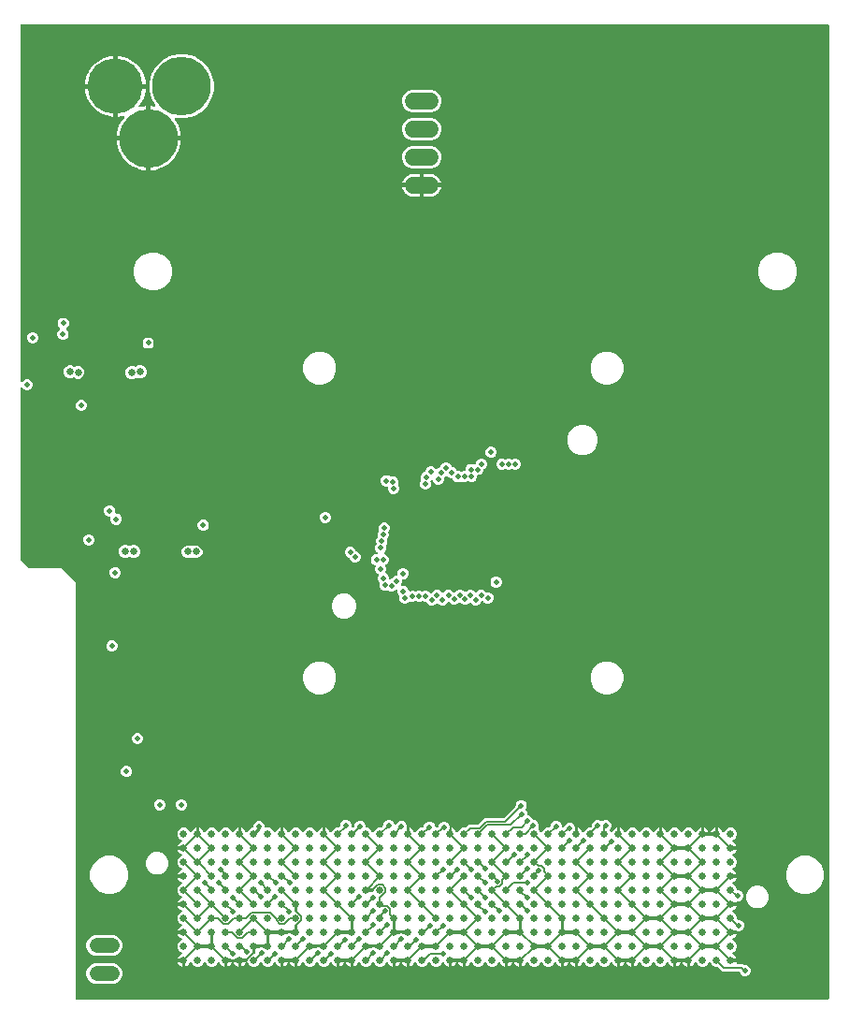
<source format=gbr>
G04 EAGLE Gerber RS-274X export*
G75*
%MOMM*%
%FSLAX34Y34*%
%LPD*%
%INBottom Copper*%
%IPPOS*%
%AMOC8*
5,1,8,0,0,1.08239X$1,22.5*%
G01*
%ADD10C,0.640000*%
%ADD11C,1.524000*%
%ADD12C,1.371600*%
%ADD13C,5.300000*%
%ADD14C,5.000000*%
%ADD15C,1.905000*%
%ADD16C,0.503200*%
%ADD17C,0.152400*%
%ADD18C,0.254000*%
%ADD19C,0.675000*%

G36*
X735228Y3823D02*
X735228Y3823D01*
X735286Y3821D01*
X735368Y3843D01*
X735452Y3855D01*
X735505Y3878D01*
X735561Y3893D01*
X735634Y3936D01*
X735711Y3971D01*
X735756Y4009D01*
X735806Y4038D01*
X735864Y4100D01*
X735928Y4154D01*
X735960Y4203D01*
X736000Y4246D01*
X736039Y4321D01*
X736086Y4391D01*
X736103Y4447D01*
X736130Y4499D01*
X736141Y4567D01*
X736171Y4662D01*
X736174Y4762D01*
X736185Y4830D01*
X736185Y885174D01*
X736177Y885232D01*
X736179Y885290D01*
X736157Y885372D01*
X736145Y885456D01*
X736122Y885509D01*
X736107Y885565D01*
X736064Y885638D01*
X736029Y885715D01*
X735991Y885760D01*
X735962Y885810D01*
X735900Y885868D01*
X735846Y885932D01*
X735797Y885964D01*
X735754Y886004D01*
X735679Y886043D01*
X735609Y886090D01*
X735553Y886107D01*
X735501Y886134D01*
X735433Y886145D01*
X735338Y886175D01*
X735238Y886178D01*
X735170Y886189D01*
X4830Y886189D01*
X4772Y886181D01*
X4714Y886183D01*
X4632Y886161D01*
X4548Y886149D01*
X4495Y886126D01*
X4439Y886111D01*
X4366Y886068D01*
X4289Y886033D01*
X4244Y885995D01*
X4194Y885966D01*
X4136Y885904D01*
X4072Y885850D01*
X4040Y885801D01*
X4000Y885758D01*
X3961Y885683D01*
X3914Y885613D01*
X3897Y885557D01*
X3870Y885505D01*
X3859Y885437D01*
X3829Y885342D01*
X3826Y885242D01*
X3815Y885174D01*
X3815Y563385D01*
X3827Y563300D01*
X3829Y563214D01*
X3847Y563160D01*
X3855Y563104D01*
X3890Y563025D01*
X3916Y562943D01*
X3948Y562896D01*
X3971Y562844D01*
X4026Y562779D01*
X4075Y562707D01*
X4118Y562671D01*
X4154Y562627D01*
X4226Y562580D01*
X4292Y562524D01*
X4344Y562501D01*
X4391Y562470D01*
X4473Y562444D01*
X4552Y562409D01*
X4608Y562401D01*
X4662Y562384D01*
X4748Y562382D01*
X4834Y562370D01*
X4890Y562378D01*
X4946Y562377D01*
X5030Y562398D01*
X5115Y562411D01*
X5167Y562434D01*
X5221Y562449D01*
X5295Y562493D01*
X5374Y562528D01*
X5417Y562565D01*
X5466Y562594D01*
X5525Y562657D01*
X5590Y562713D01*
X5616Y562754D01*
X5660Y562801D01*
X5671Y562823D01*
X7136Y564287D01*
X8994Y565057D01*
X11006Y565057D01*
X12864Y564287D01*
X14287Y562864D01*
X15057Y561006D01*
X15057Y558994D01*
X14287Y557136D01*
X12864Y555713D01*
X11006Y554943D01*
X8994Y554943D01*
X7136Y555713D01*
X5668Y557181D01*
X5653Y557199D01*
X5624Y557248D01*
X5561Y557307D01*
X5505Y557373D01*
X5458Y557404D01*
X5417Y557443D01*
X5341Y557482D01*
X5269Y557530D01*
X5215Y557547D01*
X5165Y557573D01*
X5080Y557590D01*
X4998Y557616D01*
X4941Y557617D01*
X4886Y557628D01*
X4800Y557621D01*
X4714Y557623D01*
X4659Y557609D01*
X4602Y557604D01*
X4522Y557573D01*
X4439Y557551D01*
X4390Y557523D01*
X4337Y557502D01*
X4268Y557450D01*
X4194Y557406D01*
X4155Y557365D01*
X4110Y557331D01*
X4059Y557262D01*
X4000Y557199D01*
X3974Y557148D01*
X3940Y557103D01*
X3910Y557023D01*
X3870Y556946D01*
X3862Y556897D01*
X3839Y556837D01*
X3828Y556692D01*
X3815Y556615D01*
X3815Y402001D01*
X3827Y401914D01*
X3830Y401827D01*
X3847Y401774D01*
X3855Y401719D01*
X3890Y401639D01*
X3917Y401556D01*
X3945Y401517D01*
X3971Y401460D01*
X4067Y401347D01*
X4112Y401283D01*
X11283Y394112D01*
X11353Y394060D01*
X11416Y394000D01*
X11466Y393974D01*
X11510Y393941D01*
X11592Y393910D01*
X11670Y393870D01*
X11717Y393862D01*
X11776Y393840D01*
X11923Y393828D01*
X12001Y393815D01*
X41580Y393815D01*
X53815Y381580D01*
X53815Y4830D01*
X53823Y4772D01*
X53821Y4714D01*
X53843Y4632D01*
X53855Y4548D01*
X53878Y4495D01*
X53893Y4439D01*
X53936Y4366D01*
X53971Y4289D01*
X54009Y4244D01*
X54038Y4194D01*
X54100Y4136D01*
X54154Y4072D01*
X54203Y4040D01*
X54246Y4000D01*
X54321Y3961D01*
X54391Y3914D01*
X54447Y3897D01*
X54499Y3870D01*
X54567Y3859D01*
X54662Y3829D01*
X54762Y3826D01*
X54830Y3815D01*
X735170Y3815D01*
X735228Y3823D01*
G37*
%LPC*%
G36*
X658994Y24943D02*
X658994Y24943D01*
X657136Y25713D01*
X655713Y27136D01*
X654994Y28871D01*
X654994Y28872D01*
X654993Y28873D01*
X654922Y28994D01*
X654850Y29115D01*
X654849Y29116D01*
X654848Y29118D01*
X654744Y29215D01*
X654643Y29311D01*
X654642Y29311D01*
X654641Y29312D01*
X654515Y29377D01*
X654391Y29441D01*
X654389Y29441D01*
X654388Y29442D01*
X654373Y29444D01*
X654112Y29496D01*
X654081Y29493D01*
X654057Y29497D01*
X639632Y29497D01*
X635817Y33312D01*
X635748Y33364D01*
X635684Y33424D01*
X635634Y33450D01*
X635590Y33483D01*
X635508Y33514D01*
X635430Y33554D01*
X635383Y33562D01*
X635324Y33584D01*
X635177Y33596D01*
X635099Y33609D01*
X633308Y33609D01*
X631198Y34483D01*
X629583Y36098D01*
X629038Y37415D01*
X629023Y37440D01*
X629014Y37468D01*
X628951Y37562D01*
X628894Y37659D01*
X628872Y37680D01*
X628856Y37704D01*
X628769Y37777D01*
X628687Y37855D01*
X628661Y37868D01*
X628638Y37887D01*
X628535Y37933D01*
X628434Y37985D01*
X628405Y37990D01*
X628378Y38002D01*
X628266Y38018D01*
X628155Y38040D01*
X628126Y38037D01*
X628097Y38041D01*
X627985Y38025D01*
X627872Y38015D01*
X627844Y38005D01*
X627816Y38001D01*
X627713Y37954D01*
X627607Y37913D01*
X627583Y37896D01*
X627556Y37884D01*
X627470Y37810D01*
X627380Y37742D01*
X627362Y37718D01*
X627340Y37699D01*
X627298Y37633D01*
X627210Y37514D01*
X627188Y37456D01*
X627162Y37415D01*
X626617Y36098D01*
X625002Y34483D01*
X622892Y33609D01*
X620608Y33609D01*
X618498Y34483D01*
X616883Y36098D01*
X616338Y37415D01*
X616323Y37440D01*
X616314Y37468D01*
X616251Y37562D01*
X616194Y37659D01*
X616172Y37680D01*
X616156Y37704D01*
X616069Y37777D01*
X615987Y37855D01*
X615961Y37868D01*
X615938Y37887D01*
X615835Y37933D01*
X615734Y37985D01*
X615705Y37990D01*
X615678Y38002D01*
X615566Y38018D01*
X615455Y38040D01*
X615426Y38037D01*
X615397Y38041D01*
X615285Y38025D01*
X615172Y38015D01*
X615144Y38005D01*
X615116Y38001D01*
X615013Y37954D01*
X614907Y37913D01*
X614883Y37896D01*
X614856Y37884D01*
X614770Y37810D01*
X614680Y37742D01*
X614662Y37718D01*
X614640Y37699D01*
X614598Y37633D01*
X614510Y37514D01*
X614488Y37455D01*
X614462Y37415D01*
X614137Y36631D01*
X613509Y35690D01*
X612710Y34891D01*
X611769Y34263D01*
X610725Y33830D01*
X610649Y33815D01*
X610649Y38766D01*
X610641Y38824D01*
X610643Y38882D01*
X610621Y38964D01*
X610609Y39047D01*
X610586Y39101D01*
X610571Y39157D01*
X610528Y39230D01*
X610493Y39307D01*
X610455Y39351D01*
X610426Y39402D01*
X610364Y39459D01*
X610310Y39524D01*
X610261Y39556D01*
X610218Y39596D01*
X610143Y39635D01*
X610073Y39681D01*
X610017Y39699D01*
X609965Y39726D01*
X609897Y39737D01*
X609802Y39767D01*
X609702Y39770D01*
X609634Y39781D01*
X609481Y39781D01*
X609481Y39934D01*
X609473Y39992D01*
X609474Y40050D01*
X609453Y40132D01*
X609441Y40216D01*
X609417Y40269D01*
X609403Y40325D01*
X609359Y40398D01*
X609325Y40475D01*
X609287Y40520D01*
X609257Y40570D01*
X609196Y40628D01*
X609141Y40692D01*
X609093Y40724D01*
X609050Y40764D01*
X608975Y40803D01*
X608905Y40850D01*
X608849Y40867D01*
X608797Y40894D01*
X608729Y40905D01*
X608634Y40935D01*
X608534Y40938D01*
X608466Y40949D01*
X596934Y40949D01*
X596876Y40941D01*
X596818Y40943D01*
X596736Y40921D01*
X596653Y40909D01*
X596599Y40886D01*
X596543Y40871D01*
X596470Y40828D01*
X596393Y40793D01*
X596349Y40755D01*
X596298Y40726D01*
X596241Y40664D01*
X596176Y40610D01*
X596144Y40561D01*
X596104Y40518D01*
X596065Y40443D01*
X596019Y40373D01*
X596001Y40317D01*
X595974Y40265D01*
X595963Y40197D01*
X595933Y40102D01*
X595930Y40002D01*
X595919Y39934D01*
X595919Y39781D01*
X595766Y39781D01*
X595708Y39773D01*
X595650Y39774D01*
X595568Y39753D01*
X595484Y39741D01*
X595431Y39717D01*
X595375Y39703D01*
X595302Y39659D01*
X595225Y39625D01*
X595180Y39587D01*
X595130Y39557D01*
X595072Y39496D01*
X595008Y39441D01*
X594976Y39393D01*
X594936Y39350D01*
X594897Y39275D01*
X594850Y39205D01*
X594833Y39149D01*
X594806Y39097D01*
X594795Y39029D01*
X594765Y38934D01*
X594762Y38834D01*
X594751Y38766D01*
X594751Y33815D01*
X594675Y33830D01*
X593631Y34263D01*
X592690Y34891D01*
X591891Y35690D01*
X591263Y36631D01*
X590938Y37415D01*
X590923Y37440D01*
X590914Y37468D01*
X590851Y37562D01*
X590793Y37659D01*
X590772Y37679D01*
X590756Y37704D01*
X590669Y37777D01*
X590587Y37855D01*
X590561Y37868D01*
X590538Y37887D01*
X590435Y37933D01*
X590334Y37985D01*
X590305Y37990D01*
X590278Y38002D01*
X590166Y38018D01*
X590055Y38040D01*
X590026Y38037D01*
X589997Y38041D01*
X589885Y38025D01*
X589772Y38015D01*
X589744Y38005D01*
X589715Y38001D01*
X589612Y37954D01*
X589507Y37913D01*
X589483Y37896D01*
X589456Y37883D01*
X589370Y37810D01*
X589280Y37742D01*
X589262Y37718D01*
X589240Y37699D01*
X589198Y37633D01*
X589110Y37514D01*
X589088Y37455D01*
X589062Y37415D01*
X588517Y36098D01*
X586902Y34483D01*
X584792Y33609D01*
X582508Y33609D01*
X580398Y34483D01*
X578783Y36098D01*
X578238Y37415D01*
X578223Y37440D01*
X578214Y37468D01*
X578151Y37562D01*
X578094Y37659D01*
X578072Y37680D01*
X578056Y37704D01*
X577969Y37777D01*
X577887Y37855D01*
X577861Y37868D01*
X577838Y37887D01*
X577735Y37933D01*
X577634Y37985D01*
X577605Y37990D01*
X577578Y38002D01*
X577466Y38018D01*
X577355Y38040D01*
X577326Y38037D01*
X577297Y38041D01*
X577185Y38025D01*
X577072Y38015D01*
X577044Y38005D01*
X577016Y38001D01*
X576913Y37954D01*
X576807Y37913D01*
X576783Y37896D01*
X576756Y37884D01*
X576670Y37810D01*
X576580Y37742D01*
X576562Y37718D01*
X576540Y37699D01*
X576498Y37633D01*
X576410Y37514D01*
X576388Y37456D01*
X576362Y37415D01*
X575817Y36098D01*
X574202Y34483D01*
X572092Y33609D01*
X569808Y33609D01*
X567698Y34483D01*
X566083Y36098D01*
X565538Y37415D01*
X565523Y37440D01*
X565514Y37468D01*
X565451Y37562D01*
X565393Y37659D01*
X565372Y37679D01*
X565356Y37704D01*
X565269Y37777D01*
X565187Y37855D01*
X565161Y37868D01*
X565138Y37887D01*
X565035Y37933D01*
X564934Y37985D01*
X564905Y37990D01*
X564878Y38002D01*
X564766Y38018D01*
X564655Y38040D01*
X564626Y38037D01*
X564597Y38041D01*
X564485Y38025D01*
X564372Y38015D01*
X564345Y38005D01*
X564316Y38001D01*
X564212Y37954D01*
X564107Y37913D01*
X564083Y37896D01*
X564056Y37884D01*
X563970Y37810D01*
X563880Y37742D01*
X563862Y37718D01*
X563840Y37699D01*
X563798Y37633D01*
X563710Y37514D01*
X563688Y37456D01*
X563662Y37415D01*
X563337Y36631D01*
X562709Y35690D01*
X561910Y34891D01*
X560969Y34263D01*
X559925Y33830D01*
X559849Y33815D01*
X559849Y38766D01*
X559841Y38824D01*
X559843Y38882D01*
X559821Y38964D01*
X559809Y39047D01*
X559786Y39101D01*
X559771Y39157D01*
X559728Y39230D01*
X559693Y39307D01*
X559655Y39351D01*
X559626Y39402D01*
X559564Y39459D01*
X559510Y39524D01*
X559461Y39556D01*
X559418Y39596D01*
X559343Y39635D01*
X559273Y39681D01*
X559217Y39699D01*
X559165Y39726D01*
X559097Y39737D01*
X559002Y39767D01*
X558902Y39770D01*
X558834Y39781D01*
X558681Y39781D01*
X558681Y39934D01*
X558673Y39992D01*
X558674Y40050D01*
X558653Y40132D01*
X558641Y40216D01*
X558617Y40269D01*
X558603Y40325D01*
X558559Y40398D01*
X558525Y40475D01*
X558487Y40520D01*
X558457Y40570D01*
X558396Y40628D01*
X558341Y40692D01*
X558293Y40724D01*
X558250Y40764D01*
X558175Y40803D01*
X558105Y40850D01*
X558049Y40867D01*
X557997Y40894D01*
X557929Y40905D01*
X557834Y40935D01*
X557734Y40938D01*
X557666Y40949D01*
X546134Y40949D01*
X546076Y40941D01*
X546018Y40943D01*
X545936Y40921D01*
X545853Y40909D01*
X545799Y40886D01*
X545743Y40871D01*
X545670Y40828D01*
X545593Y40793D01*
X545549Y40755D01*
X545498Y40726D01*
X545441Y40664D01*
X545376Y40610D01*
X545344Y40561D01*
X545304Y40518D01*
X545265Y40443D01*
X545219Y40373D01*
X545201Y40317D01*
X545174Y40265D01*
X545163Y40197D01*
X545133Y40102D01*
X545130Y40002D01*
X545119Y39934D01*
X545119Y39781D01*
X544966Y39781D01*
X544908Y39773D01*
X544850Y39774D01*
X544768Y39753D01*
X544684Y39741D01*
X544631Y39717D01*
X544575Y39703D01*
X544502Y39659D01*
X544425Y39625D01*
X544380Y39587D01*
X544330Y39557D01*
X544272Y39496D01*
X544208Y39441D01*
X544176Y39393D01*
X544136Y39350D01*
X544097Y39275D01*
X544050Y39205D01*
X544033Y39149D01*
X544006Y39097D01*
X543995Y39029D01*
X543965Y38934D01*
X543962Y38834D01*
X543951Y38766D01*
X543951Y33815D01*
X543875Y33830D01*
X542831Y34263D01*
X541890Y34891D01*
X541091Y35690D01*
X540463Y36631D01*
X540138Y37415D01*
X540123Y37440D01*
X540114Y37468D01*
X540051Y37562D01*
X539993Y37659D01*
X539972Y37680D01*
X539956Y37704D01*
X539869Y37777D01*
X539787Y37855D01*
X539761Y37868D01*
X539738Y37887D01*
X539635Y37933D01*
X539534Y37985D01*
X539505Y37990D01*
X539478Y38002D01*
X539366Y38018D01*
X539255Y38040D01*
X539226Y38037D01*
X539197Y38041D01*
X539085Y38025D01*
X538972Y38015D01*
X538945Y38005D01*
X538915Y38001D01*
X538812Y37954D01*
X538707Y37913D01*
X538683Y37896D01*
X538656Y37884D01*
X538570Y37810D01*
X538480Y37742D01*
X538462Y37718D01*
X538440Y37699D01*
X538398Y37633D01*
X538310Y37514D01*
X538288Y37455D01*
X538262Y37415D01*
X537717Y36098D01*
X536102Y34483D01*
X533992Y33609D01*
X531708Y33609D01*
X529598Y34483D01*
X527983Y36098D01*
X527438Y37415D01*
X527423Y37440D01*
X527414Y37468D01*
X527351Y37562D01*
X527294Y37659D01*
X527272Y37680D01*
X527256Y37704D01*
X527169Y37777D01*
X527087Y37855D01*
X527061Y37868D01*
X527038Y37887D01*
X526935Y37933D01*
X526834Y37985D01*
X526805Y37990D01*
X526778Y38002D01*
X526666Y38018D01*
X526555Y38040D01*
X526526Y38037D01*
X526497Y38041D01*
X526385Y38025D01*
X526272Y38015D01*
X526244Y38005D01*
X526216Y38001D01*
X526113Y37954D01*
X526007Y37913D01*
X525983Y37896D01*
X525956Y37884D01*
X525870Y37810D01*
X525780Y37742D01*
X525762Y37718D01*
X525740Y37699D01*
X525698Y37633D01*
X525610Y37514D01*
X525588Y37456D01*
X525562Y37415D01*
X525017Y36098D01*
X523402Y34483D01*
X521292Y33609D01*
X519008Y33609D01*
X516898Y34483D01*
X515283Y36098D01*
X514738Y37415D01*
X514723Y37440D01*
X514714Y37468D01*
X514651Y37562D01*
X514594Y37659D01*
X514572Y37680D01*
X514556Y37704D01*
X514469Y37777D01*
X514387Y37855D01*
X514361Y37868D01*
X514338Y37887D01*
X514235Y37933D01*
X514134Y37985D01*
X514105Y37990D01*
X514078Y38002D01*
X513966Y38018D01*
X513855Y38040D01*
X513826Y38037D01*
X513797Y38041D01*
X513685Y38025D01*
X513572Y38015D01*
X513544Y38005D01*
X513516Y38001D01*
X513413Y37954D01*
X513307Y37913D01*
X513283Y37896D01*
X513256Y37884D01*
X513170Y37810D01*
X513080Y37742D01*
X513062Y37718D01*
X513040Y37699D01*
X512998Y37633D01*
X512910Y37514D01*
X512888Y37455D01*
X512862Y37415D01*
X512537Y36631D01*
X511909Y35690D01*
X511110Y34891D01*
X510169Y34263D01*
X509125Y33830D01*
X509049Y33815D01*
X509049Y38766D01*
X509041Y38824D01*
X509043Y38882D01*
X509021Y38964D01*
X509009Y39047D01*
X508986Y39101D01*
X508971Y39157D01*
X508928Y39230D01*
X508893Y39307D01*
X508855Y39351D01*
X508826Y39402D01*
X508764Y39459D01*
X508710Y39524D01*
X508661Y39556D01*
X508618Y39596D01*
X508543Y39635D01*
X508473Y39681D01*
X508417Y39699D01*
X508365Y39726D01*
X508297Y39737D01*
X508202Y39767D01*
X508102Y39770D01*
X508034Y39781D01*
X507881Y39781D01*
X507881Y39934D01*
X507873Y39992D01*
X507874Y40050D01*
X507853Y40132D01*
X507841Y40216D01*
X507817Y40269D01*
X507803Y40325D01*
X507759Y40398D01*
X507725Y40475D01*
X507687Y40520D01*
X507657Y40570D01*
X507596Y40628D01*
X507541Y40692D01*
X507493Y40724D01*
X507450Y40764D01*
X507375Y40803D01*
X507305Y40850D01*
X507249Y40867D01*
X507197Y40894D01*
X507129Y40905D01*
X507034Y40935D01*
X506934Y40938D01*
X506866Y40949D01*
X495334Y40949D01*
X495276Y40941D01*
X495218Y40943D01*
X495136Y40921D01*
X495053Y40909D01*
X494999Y40886D01*
X494943Y40871D01*
X494870Y40828D01*
X494793Y40793D01*
X494749Y40755D01*
X494698Y40726D01*
X494641Y40664D01*
X494576Y40610D01*
X494544Y40561D01*
X494504Y40518D01*
X494465Y40443D01*
X494419Y40373D01*
X494401Y40317D01*
X494374Y40265D01*
X494363Y40197D01*
X494333Y40102D01*
X494330Y40002D01*
X494319Y39934D01*
X494319Y39781D01*
X494166Y39781D01*
X494108Y39773D01*
X494050Y39774D01*
X493968Y39753D01*
X493884Y39741D01*
X493831Y39717D01*
X493775Y39703D01*
X493702Y39659D01*
X493625Y39625D01*
X493580Y39587D01*
X493530Y39557D01*
X493472Y39496D01*
X493408Y39441D01*
X493376Y39393D01*
X493336Y39350D01*
X493297Y39275D01*
X493250Y39205D01*
X493233Y39149D01*
X493206Y39097D01*
X493195Y39029D01*
X493165Y38934D01*
X493162Y38834D01*
X493151Y38766D01*
X493151Y33815D01*
X493075Y33830D01*
X492031Y34263D01*
X491090Y34891D01*
X490291Y35690D01*
X489663Y36631D01*
X489338Y37415D01*
X489323Y37440D01*
X489314Y37468D01*
X489251Y37562D01*
X489193Y37659D01*
X489172Y37680D01*
X489156Y37704D01*
X489069Y37777D01*
X488987Y37855D01*
X488961Y37868D01*
X488938Y37887D01*
X488835Y37933D01*
X488734Y37985D01*
X488705Y37990D01*
X488678Y38002D01*
X488566Y38018D01*
X488455Y38040D01*
X488426Y38037D01*
X488397Y38041D01*
X488285Y38025D01*
X488172Y38015D01*
X488145Y38005D01*
X488115Y38001D01*
X488012Y37954D01*
X487907Y37913D01*
X487883Y37896D01*
X487856Y37884D01*
X487770Y37810D01*
X487680Y37742D01*
X487662Y37718D01*
X487640Y37699D01*
X487598Y37633D01*
X487510Y37514D01*
X487488Y37455D01*
X487462Y37415D01*
X486917Y36098D01*
X485302Y34483D01*
X483192Y33609D01*
X480908Y33609D01*
X478798Y34483D01*
X477183Y36098D01*
X476638Y37415D01*
X476623Y37440D01*
X476614Y37468D01*
X476551Y37562D01*
X476494Y37659D01*
X476472Y37680D01*
X476456Y37704D01*
X476369Y37777D01*
X476287Y37855D01*
X476261Y37868D01*
X476238Y37887D01*
X476135Y37933D01*
X476034Y37985D01*
X476005Y37990D01*
X475978Y38002D01*
X475866Y38018D01*
X475755Y38040D01*
X475726Y38037D01*
X475697Y38041D01*
X475585Y38025D01*
X475472Y38015D01*
X475444Y38005D01*
X475416Y38001D01*
X475313Y37954D01*
X475207Y37913D01*
X475183Y37896D01*
X475156Y37884D01*
X475070Y37810D01*
X474980Y37742D01*
X474962Y37718D01*
X474940Y37699D01*
X474898Y37633D01*
X474810Y37514D01*
X474788Y37456D01*
X474762Y37415D01*
X474217Y36098D01*
X472602Y34483D01*
X470492Y33609D01*
X468208Y33609D01*
X466098Y34483D01*
X464483Y36098D01*
X463938Y37415D01*
X463923Y37440D01*
X463914Y37468D01*
X463851Y37562D01*
X463794Y37659D01*
X463772Y37680D01*
X463756Y37704D01*
X463669Y37777D01*
X463587Y37855D01*
X463561Y37868D01*
X463538Y37887D01*
X463435Y37933D01*
X463334Y37985D01*
X463305Y37990D01*
X463278Y38002D01*
X463166Y38018D01*
X463055Y38040D01*
X463026Y38037D01*
X462997Y38041D01*
X462885Y38025D01*
X462772Y38015D01*
X462744Y38005D01*
X462716Y38001D01*
X462613Y37954D01*
X462507Y37913D01*
X462483Y37896D01*
X462456Y37884D01*
X462370Y37810D01*
X462280Y37742D01*
X462262Y37718D01*
X462240Y37699D01*
X462198Y37633D01*
X462110Y37514D01*
X462088Y37455D01*
X462062Y37415D01*
X461737Y36631D01*
X461109Y35690D01*
X460310Y34891D01*
X459369Y34263D01*
X458325Y33830D01*
X458249Y33815D01*
X458249Y38766D01*
X458241Y38824D01*
X458243Y38882D01*
X458221Y38964D01*
X458209Y39047D01*
X458186Y39101D01*
X458171Y39157D01*
X458128Y39230D01*
X458093Y39307D01*
X458055Y39351D01*
X458026Y39402D01*
X457964Y39459D01*
X457910Y39524D01*
X457861Y39556D01*
X457818Y39596D01*
X457743Y39635D01*
X457673Y39681D01*
X457617Y39699D01*
X457565Y39726D01*
X457497Y39737D01*
X457402Y39767D01*
X457302Y39770D01*
X457234Y39781D01*
X457081Y39781D01*
X457081Y39934D01*
X457073Y39992D01*
X457074Y40050D01*
X457053Y40132D01*
X457041Y40216D01*
X457017Y40269D01*
X457003Y40325D01*
X456959Y40398D01*
X456925Y40475D01*
X456887Y40520D01*
X456857Y40570D01*
X456796Y40628D01*
X456741Y40692D01*
X456693Y40724D01*
X456650Y40764D01*
X456575Y40803D01*
X456505Y40850D01*
X456449Y40867D01*
X456397Y40894D01*
X456329Y40905D01*
X456234Y40935D01*
X456134Y40938D01*
X456066Y40949D01*
X444534Y40949D01*
X444476Y40941D01*
X444418Y40943D01*
X444336Y40921D01*
X444253Y40909D01*
X444199Y40886D01*
X444143Y40871D01*
X444070Y40828D01*
X443993Y40793D01*
X443949Y40755D01*
X443898Y40726D01*
X443841Y40664D01*
X443776Y40610D01*
X443744Y40561D01*
X443704Y40518D01*
X443665Y40443D01*
X443619Y40373D01*
X443601Y40317D01*
X443574Y40265D01*
X443563Y40197D01*
X443533Y40102D01*
X443530Y40002D01*
X443519Y39934D01*
X443519Y39781D01*
X443366Y39781D01*
X443308Y39773D01*
X443250Y39774D01*
X443168Y39753D01*
X443084Y39741D01*
X443031Y39717D01*
X442975Y39703D01*
X442902Y39659D01*
X442825Y39625D01*
X442780Y39587D01*
X442730Y39557D01*
X442672Y39496D01*
X442608Y39441D01*
X442576Y39393D01*
X442536Y39350D01*
X442497Y39275D01*
X442450Y39205D01*
X442433Y39149D01*
X442406Y39097D01*
X442395Y39029D01*
X442365Y38934D01*
X442362Y38834D01*
X442351Y38766D01*
X442351Y33815D01*
X442275Y33830D01*
X441231Y34263D01*
X440290Y34891D01*
X439491Y35690D01*
X438863Y36631D01*
X438538Y37415D01*
X438523Y37440D01*
X438514Y37468D01*
X438451Y37562D01*
X438393Y37659D01*
X438372Y37679D01*
X438356Y37704D01*
X438269Y37777D01*
X438187Y37855D01*
X438161Y37868D01*
X438138Y37887D01*
X438035Y37933D01*
X437934Y37985D01*
X437905Y37990D01*
X437878Y38002D01*
X437766Y38018D01*
X437655Y38040D01*
X437626Y38037D01*
X437597Y38041D01*
X437485Y38025D01*
X437372Y38015D01*
X437344Y38005D01*
X437315Y38001D01*
X437212Y37954D01*
X437107Y37913D01*
X437083Y37896D01*
X437056Y37883D01*
X436970Y37810D01*
X436880Y37742D01*
X436862Y37718D01*
X436840Y37699D01*
X436798Y37633D01*
X436710Y37514D01*
X436688Y37455D01*
X436662Y37415D01*
X436117Y36098D01*
X434502Y34483D01*
X432392Y33609D01*
X430108Y33609D01*
X427998Y34483D01*
X426383Y36098D01*
X425838Y37415D01*
X425823Y37440D01*
X425814Y37468D01*
X425751Y37562D01*
X425694Y37659D01*
X425672Y37680D01*
X425656Y37704D01*
X425569Y37777D01*
X425487Y37855D01*
X425461Y37868D01*
X425438Y37887D01*
X425335Y37933D01*
X425234Y37985D01*
X425205Y37990D01*
X425178Y38002D01*
X425066Y38018D01*
X424955Y38040D01*
X424926Y38037D01*
X424897Y38041D01*
X424785Y38025D01*
X424672Y38015D01*
X424644Y38005D01*
X424616Y38001D01*
X424513Y37954D01*
X424407Y37913D01*
X424383Y37896D01*
X424356Y37884D01*
X424270Y37810D01*
X424180Y37742D01*
X424162Y37718D01*
X424140Y37699D01*
X424098Y37633D01*
X424010Y37514D01*
X423988Y37456D01*
X423962Y37415D01*
X423417Y36098D01*
X421802Y34483D01*
X419692Y33609D01*
X417408Y33609D01*
X415298Y34483D01*
X413683Y36098D01*
X413138Y37415D01*
X413123Y37440D01*
X413114Y37468D01*
X413051Y37562D01*
X412993Y37659D01*
X412972Y37679D01*
X412956Y37704D01*
X412869Y37777D01*
X412787Y37855D01*
X412761Y37868D01*
X412738Y37887D01*
X412635Y37933D01*
X412534Y37985D01*
X412505Y37990D01*
X412478Y38002D01*
X412366Y38018D01*
X412255Y38040D01*
X412226Y38037D01*
X412197Y38041D01*
X412085Y38025D01*
X411972Y38015D01*
X411945Y38005D01*
X411916Y38001D01*
X411812Y37954D01*
X411707Y37913D01*
X411683Y37896D01*
X411656Y37884D01*
X411570Y37810D01*
X411480Y37742D01*
X411462Y37718D01*
X411440Y37699D01*
X411398Y37633D01*
X411310Y37514D01*
X411288Y37456D01*
X411262Y37415D01*
X410937Y36631D01*
X410309Y35690D01*
X409510Y34891D01*
X408569Y34263D01*
X407525Y33830D01*
X407449Y33815D01*
X407449Y38766D01*
X407441Y38824D01*
X407443Y38882D01*
X407421Y38964D01*
X407409Y39047D01*
X407386Y39101D01*
X407371Y39157D01*
X407328Y39230D01*
X407293Y39307D01*
X407255Y39351D01*
X407226Y39402D01*
X407164Y39459D01*
X407110Y39524D01*
X407061Y39556D01*
X407018Y39596D01*
X406943Y39635D01*
X406873Y39681D01*
X406817Y39699D01*
X406765Y39726D01*
X406697Y39737D01*
X406602Y39767D01*
X406502Y39770D01*
X406434Y39781D01*
X406281Y39781D01*
X406281Y39934D01*
X406273Y39992D01*
X406274Y40050D01*
X406253Y40132D01*
X406241Y40216D01*
X406217Y40269D01*
X406203Y40325D01*
X406159Y40398D01*
X406125Y40475D01*
X406087Y40520D01*
X406057Y40570D01*
X405996Y40628D01*
X405941Y40692D01*
X405893Y40724D01*
X405850Y40764D01*
X405775Y40803D01*
X405705Y40850D01*
X405649Y40867D01*
X405597Y40894D01*
X405529Y40905D01*
X405434Y40935D01*
X405334Y40938D01*
X405266Y40949D01*
X393734Y40949D01*
X393676Y40941D01*
X393618Y40943D01*
X393536Y40921D01*
X393453Y40909D01*
X393399Y40886D01*
X393343Y40871D01*
X393270Y40828D01*
X393193Y40793D01*
X393149Y40755D01*
X393098Y40726D01*
X393041Y40664D01*
X392976Y40610D01*
X392944Y40561D01*
X392904Y40518D01*
X392865Y40443D01*
X392819Y40373D01*
X392801Y40317D01*
X392774Y40265D01*
X392763Y40197D01*
X392733Y40102D01*
X392730Y40002D01*
X392719Y39934D01*
X392719Y39781D01*
X392566Y39781D01*
X392508Y39773D01*
X392450Y39774D01*
X392368Y39753D01*
X392284Y39741D01*
X392231Y39717D01*
X392175Y39703D01*
X392102Y39659D01*
X392025Y39625D01*
X391980Y39587D01*
X391930Y39557D01*
X391872Y39496D01*
X391808Y39441D01*
X391776Y39393D01*
X391736Y39350D01*
X391697Y39275D01*
X391650Y39205D01*
X391633Y39149D01*
X391606Y39097D01*
X391595Y39029D01*
X391565Y38934D01*
X391562Y38834D01*
X391551Y38766D01*
X391551Y33815D01*
X391475Y33830D01*
X390431Y34263D01*
X389490Y34891D01*
X388691Y35690D01*
X388063Y36631D01*
X387738Y37415D01*
X387723Y37440D01*
X387714Y37468D01*
X387651Y37562D01*
X387593Y37659D01*
X387572Y37680D01*
X387556Y37704D01*
X387469Y37777D01*
X387387Y37855D01*
X387361Y37868D01*
X387338Y37887D01*
X387235Y37933D01*
X387134Y37985D01*
X387105Y37990D01*
X387078Y38002D01*
X386966Y38018D01*
X386855Y38040D01*
X386826Y38037D01*
X386797Y38041D01*
X386685Y38025D01*
X386572Y38015D01*
X386545Y38005D01*
X386515Y38001D01*
X386412Y37954D01*
X386307Y37913D01*
X386283Y37896D01*
X386256Y37884D01*
X386170Y37810D01*
X386080Y37742D01*
X386062Y37718D01*
X386040Y37699D01*
X385998Y37633D01*
X385910Y37514D01*
X385888Y37455D01*
X385862Y37415D01*
X385317Y36098D01*
X383702Y34483D01*
X381592Y33609D01*
X379308Y33609D01*
X377198Y34483D01*
X375583Y36098D01*
X375038Y37415D01*
X375023Y37440D01*
X375014Y37468D01*
X374951Y37562D01*
X374894Y37659D01*
X374872Y37680D01*
X374856Y37704D01*
X374769Y37777D01*
X374687Y37855D01*
X374661Y37868D01*
X374638Y37887D01*
X374535Y37933D01*
X374434Y37985D01*
X374405Y37990D01*
X374378Y38002D01*
X374266Y38018D01*
X374155Y38040D01*
X374126Y38037D01*
X374097Y38041D01*
X373985Y38025D01*
X373872Y38015D01*
X373844Y38005D01*
X373816Y38001D01*
X373713Y37954D01*
X373607Y37913D01*
X373583Y37896D01*
X373556Y37884D01*
X373470Y37810D01*
X373380Y37742D01*
X373362Y37718D01*
X373340Y37699D01*
X373298Y37633D01*
X373210Y37514D01*
X373188Y37456D01*
X373162Y37415D01*
X372617Y36098D01*
X371002Y34483D01*
X368892Y33609D01*
X366608Y33609D01*
X364498Y34483D01*
X362883Y36098D01*
X362338Y37415D01*
X362323Y37440D01*
X362314Y37468D01*
X362251Y37562D01*
X362194Y37659D01*
X362172Y37680D01*
X362156Y37704D01*
X362069Y37777D01*
X361987Y37855D01*
X361961Y37868D01*
X361938Y37887D01*
X361835Y37933D01*
X361734Y37985D01*
X361705Y37990D01*
X361678Y38002D01*
X361566Y38018D01*
X361455Y38040D01*
X361426Y38037D01*
X361397Y38041D01*
X361285Y38025D01*
X361172Y38015D01*
X361144Y38005D01*
X361116Y38001D01*
X361013Y37954D01*
X360907Y37913D01*
X360883Y37896D01*
X360856Y37884D01*
X360770Y37810D01*
X360680Y37742D01*
X360662Y37718D01*
X360640Y37699D01*
X360598Y37633D01*
X360510Y37514D01*
X360488Y37455D01*
X360462Y37415D01*
X360137Y36631D01*
X359509Y35690D01*
X358710Y34891D01*
X357769Y34263D01*
X356725Y33830D01*
X356649Y33815D01*
X356649Y38766D01*
X356641Y38824D01*
X356643Y38882D01*
X356621Y38964D01*
X356609Y39047D01*
X356586Y39101D01*
X356571Y39157D01*
X356528Y39230D01*
X356493Y39307D01*
X356455Y39351D01*
X356426Y39402D01*
X356364Y39459D01*
X356310Y39524D01*
X356261Y39556D01*
X356218Y39596D01*
X356143Y39635D01*
X356073Y39681D01*
X356017Y39699D01*
X355965Y39726D01*
X355897Y39737D01*
X355802Y39767D01*
X355702Y39770D01*
X355634Y39781D01*
X355481Y39781D01*
X355481Y39934D01*
X355473Y39992D01*
X355474Y40050D01*
X355453Y40132D01*
X355441Y40216D01*
X355417Y40269D01*
X355403Y40325D01*
X355359Y40398D01*
X355325Y40475D01*
X355287Y40520D01*
X355257Y40570D01*
X355196Y40628D01*
X355141Y40692D01*
X355093Y40724D01*
X355050Y40764D01*
X354975Y40803D01*
X354905Y40850D01*
X354849Y40867D01*
X354797Y40894D01*
X354729Y40905D01*
X354634Y40935D01*
X354534Y40938D01*
X354466Y40949D01*
X342934Y40949D01*
X342876Y40941D01*
X342818Y40943D01*
X342736Y40921D01*
X342653Y40909D01*
X342599Y40886D01*
X342543Y40871D01*
X342470Y40828D01*
X342393Y40793D01*
X342349Y40755D01*
X342298Y40726D01*
X342241Y40664D01*
X342176Y40610D01*
X342144Y40561D01*
X342104Y40518D01*
X342065Y40443D01*
X342019Y40373D01*
X342001Y40317D01*
X341974Y40265D01*
X341963Y40197D01*
X341933Y40102D01*
X341930Y40002D01*
X341919Y39934D01*
X341919Y39781D01*
X341766Y39781D01*
X341708Y39773D01*
X341650Y39774D01*
X341568Y39753D01*
X341484Y39741D01*
X341431Y39717D01*
X341375Y39703D01*
X341302Y39659D01*
X341225Y39625D01*
X341180Y39587D01*
X341130Y39557D01*
X341072Y39496D01*
X341008Y39441D01*
X340976Y39393D01*
X340936Y39350D01*
X340897Y39275D01*
X340850Y39205D01*
X340833Y39149D01*
X340806Y39097D01*
X340795Y39029D01*
X340765Y38934D01*
X340762Y38834D01*
X340751Y38766D01*
X340751Y33815D01*
X340675Y33830D01*
X339631Y34263D01*
X338690Y34891D01*
X337891Y35690D01*
X337263Y36631D01*
X336938Y37415D01*
X336923Y37440D01*
X336914Y37468D01*
X336851Y37562D01*
X336793Y37659D01*
X336772Y37680D01*
X336756Y37704D01*
X336669Y37777D01*
X336587Y37855D01*
X336561Y37868D01*
X336538Y37887D01*
X336435Y37933D01*
X336334Y37985D01*
X336305Y37990D01*
X336278Y38002D01*
X336166Y38018D01*
X336055Y38040D01*
X336026Y38037D01*
X335997Y38041D01*
X335885Y38025D01*
X335772Y38015D01*
X335745Y38005D01*
X335715Y38001D01*
X335612Y37954D01*
X335507Y37913D01*
X335483Y37896D01*
X335456Y37884D01*
X335370Y37810D01*
X335280Y37742D01*
X335262Y37718D01*
X335240Y37699D01*
X335198Y37633D01*
X335110Y37514D01*
X335088Y37455D01*
X335062Y37415D01*
X334517Y36098D01*
X332902Y34483D01*
X330792Y33609D01*
X328508Y33609D01*
X326398Y34483D01*
X324783Y36098D01*
X324238Y37415D01*
X324223Y37440D01*
X324214Y37468D01*
X324151Y37562D01*
X324094Y37659D01*
X324072Y37680D01*
X324056Y37704D01*
X323969Y37777D01*
X323887Y37855D01*
X323861Y37868D01*
X323838Y37887D01*
X323735Y37933D01*
X323634Y37985D01*
X323605Y37990D01*
X323578Y38002D01*
X323466Y38018D01*
X323355Y38040D01*
X323326Y38037D01*
X323297Y38041D01*
X323185Y38025D01*
X323072Y38015D01*
X323044Y38005D01*
X323016Y38001D01*
X322913Y37954D01*
X322807Y37913D01*
X322783Y37896D01*
X322756Y37884D01*
X322670Y37810D01*
X322580Y37742D01*
X322562Y37718D01*
X322540Y37699D01*
X322498Y37633D01*
X322410Y37514D01*
X322388Y37456D01*
X322362Y37415D01*
X321817Y36098D01*
X320202Y34483D01*
X318092Y33609D01*
X315808Y33609D01*
X313698Y34483D01*
X312083Y36098D01*
X311538Y37415D01*
X311523Y37440D01*
X311514Y37468D01*
X311451Y37562D01*
X311394Y37659D01*
X311372Y37680D01*
X311356Y37704D01*
X311269Y37777D01*
X311187Y37855D01*
X311161Y37868D01*
X311138Y37887D01*
X311035Y37933D01*
X310934Y37985D01*
X310905Y37990D01*
X310878Y38002D01*
X310766Y38018D01*
X310655Y38040D01*
X310626Y38037D01*
X310597Y38041D01*
X310485Y38025D01*
X310372Y38015D01*
X310344Y38005D01*
X310316Y38001D01*
X310213Y37954D01*
X310107Y37913D01*
X310083Y37896D01*
X310056Y37884D01*
X309970Y37810D01*
X309880Y37742D01*
X309862Y37718D01*
X309840Y37699D01*
X309798Y37633D01*
X309710Y37514D01*
X309688Y37455D01*
X309662Y37415D01*
X309337Y36631D01*
X308709Y35690D01*
X307910Y34891D01*
X306969Y34263D01*
X305925Y33830D01*
X305849Y33815D01*
X305849Y38766D01*
X305841Y38824D01*
X305843Y38882D01*
X305821Y38964D01*
X305809Y39047D01*
X305786Y39101D01*
X305771Y39157D01*
X305728Y39230D01*
X305693Y39307D01*
X305655Y39351D01*
X305626Y39402D01*
X305564Y39459D01*
X305510Y39524D01*
X305461Y39556D01*
X305418Y39596D01*
X305343Y39635D01*
X305273Y39681D01*
X305217Y39699D01*
X305165Y39726D01*
X305097Y39737D01*
X305002Y39767D01*
X304902Y39770D01*
X304834Y39781D01*
X304681Y39781D01*
X304681Y39934D01*
X304673Y39992D01*
X304674Y40050D01*
X304653Y40132D01*
X304641Y40216D01*
X304617Y40269D01*
X304603Y40325D01*
X304559Y40398D01*
X304525Y40475D01*
X304487Y40520D01*
X304457Y40570D01*
X304396Y40628D01*
X304341Y40692D01*
X304293Y40724D01*
X304250Y40764D01*
X304175Y40803D01*
X304105Y40850D01*
X304049Y40867D01*
X303997Y40894D01*
X303929Y40905D01*
X303834Y40935D01*
X303734Y40938D01*
X303666Y40949D01*
X292134Y40949D01*
X292076Y40941D01*
X292018Y40943D01*
X291936Y40921D01*
X291853Y40909D01*
X291799Y40886D01*
X291743Y40871D01*
X291670Y40828D01*
X291593Y40793D01*
X291549Y40755D01*
X291498Y40726D01*
X291441Y40664D01*
X291376Y40610D01*
X291344Y40561D01*
X291304Y40518D01*
X291265Y40443D01*
X291219Y40373D01*
X291201Y40317D01*
X291174Y40265D01*
X291163Y40197D01*
X291133Y40102D01*
X291130Y40002D01*
X291119Y39934D01*
X291119Y39781D01*
X290966Y39781D01*
X290908Y39773D01*
X290850Y39774D01*
X290768Y39753D01*
X290684Y39741D01*
X290631Y39717D01*
X290575Y39703D01*
X290502Y39659D01*
X290425Y39625D01*
X290380Y39587D01*
X290330Y39557D01*
X290272Y39496D01*
X290208Y39441D01*
X290176Y39393D01*
X290136Y39350D01*
X290097Y39275D01*
X290050Y39205D01*
X290033Y39149D01*
X290006Y39097D01*
X289995Y39029D01*
X289965Y38934D01*
X289962Y38834D01*
X289951Y38766D01*
X289951Y33815D01*
X289875Y33830D01*
X288831Y34263D01*
X287890Y34891D01*
X287091Y35690D01*
X286463Y36631D01*
X286138Y37415D01*
X286123Y37440D01*
X286114Y37468D01*
X286051Y37562D01*
X285993Y37659D01*
X285972Y37679D01*
X285956Y37704D01*
X285869Y37777D01*
X285787Y37855D01*
X285761Y37868D01*
X285738Y37887D01*
X285635Y37933D01*
X285534Y37985D01*
X285505Y37990D01*
X285478Y38002D01*
X285366Y38018D01*
X285255Y38040D01*
X285226Y38037D01*
X285197Y38041D01*
X285085Y38025D01*
X284972Y38015D01*
X284944Y38005D01*
X284915Y38001D01*
X284812Y37954D01*
X284707Y37913D01*
X284683Y37896D01*
X284656Y37883D01*
X284570Y37810D01*
X284480Y37742D01*
X284462Y37718D01*
X284440Y37699D01*
X284398Y37633D01*
X284310Y37514D01*
X284288Y37455D01*
X284262Y37415D01*
X283717Y36098D01*
X282102Y34483D01*
X279992Y33609D01*
X277708Y33609D01*
X275598Y34483D01*
X273983Y36098D01*
X273438Y37415D01*
X273423Y37440D01*
X273414Y37468D01*
X273351Y37562D01*
X273294Y37659D01*
X273272Y37680D01*
X273256Y37704D01*
X273169Y37777D01*
X273087Y37855D01*
X273061Y37868D01*
X273038Y37887D01*
X272935Y37933D01*
X272834Y37985D01*
X272805Y37990D01*
X272778Y38002D01*
X272666Y38018D01*
X272555Y38040D01*
X272526Y38037D01*
X272497Y38041D01*
X272385Y38025D01*
X272272Y38015D01*
X272244Y38005D01*
X272216Y38001D01*
X272113Y37954D01*
X272007Y37913D01*
X271983Y37896D01*
X271956Y37884D01*
X271870Y37810D01*
X271780Y37742D01*
X271762Y37718D01*
X271740Y37699D01*
X271698Y37633D01*
X271610Y37514D01*
X271588Y37456D01*
X271562Y37415D01*
X271017Y36098D01*
X269402Y34483D01*
X267292Y33609D01*
X265008Y33609D01*
X262898Y34483D01*
X261283Y36098D01*
X260738Y37415D01*
X260723Y37440D01*
X260714Y37468D01*
X260651Y37562D01*
X260593Y37659D01*
X260572Y37679D01*
X260556Y37704D01*
X260469Y37777D01*
X260387Y37855D01*
X260361Y37868D01*
X260338Y37887D01*
X260235Y37933D01*
X260134Y37985D01*
X260105Y37990D01*
X260078Y38002D01*
X259966Y38018D01*
X259855Y38040D01*
X259826Y38037D01*
X259797Y38041D01*
X259685Y38025D01*
X259572Y38015D01*
X259545Y38005D01*
X259516Y38001D01*
X259412Y37954D01*
X259307Y37913D01*
X259283Y37896D01*
X259256Y37884D01*
X259170Y37810D01*
X259080Y37742D01*
X259062Y37718D01*
X259040Y37699D01*
X258998Y37633D01*
X258910Y37514D01*
X258888Y37456D01*
X258862Y37415D01*
X258537Y36631D01*
X257909Y35690D01*
X257110Y34891D01*
X256169Y34263D01*
X255125Y33830D01*
X255049Y33815D01*
X255049Y38766D01*
X255041Y38824D01*
X255043Y38882D01*
X255021Y38964D01*
X255009Y39047D01*
X254986Y39101D01*
X254971Y39157D01*
X254928Y39230D01*
X254893Y39307D01*
X254855Y39351D01*
X254826Y39402D01*
X254764Y39459D01*
X254710Y39524D01*
X254661Y39556D01*
X254618Y39596D01*
X254543Y39635D01*
X254473Y39681D01*
X254417Y39699D01*
X254365Y39726D01*
X254297Y39737D01*
X254202Y39767D01*
X254102Y39770D01*
X254034Y39781D01*
X253881Y39781D01*
X253881Y39934D01*
X253873Y39992D01*
X253874Y40050D01*
X253853Y40132D01*
X253841Y40216D01*
X253817Y40269D01*
X253803Y40325D01*
X253759Y40398D01*
X253725Y40475D01*
X253687Y40520D01*
X253657Y40570D01*
X253596Y40628D01*
X253541Y40692D01*
X253493Y40724D01*
X253450Y40764D01*
X253375Y40803D01*
X253305Y40850D01*
X253249Y40867D01*
X253197Y40894D01*
X253129Y40905D01*
X253034Y40935D01*
X252934Y40938D01*
X252866Y40949D01*
X241334Y40949D01*
X241276Y40941D01*
X241218Y40943D01*
X241136Y40921D01*
X241053Y40909D01*
X240999Y40886D01*
X240943Y40871D01*
X240870Y40828D01*
X240793Y40793D01*
X240749Y40755D01*
X240698Y40726D01*
X240641Y40664D01*
X240576Y40610D01*
X240544Y40561D01*
X240504Y40518D01*
X240465Y40443D01*
X240419Y40373D01*
X240401Y40317D01*
X240374Y40265D01*
X240363Y40197D01*
X240333Y40102D01*
X240330Y40002D01*
X240319Y39934D01*
X240319Y39781D01*
X240166Y39781D01*
X240108Y39773D01*
X240050Y39774D01*
X239968Y39753D01*
X239884Y39741D01*
X239831Y39717D01*
X239775Y39703D01*
X239702Y39659D01*
X239625Y39625D01*
X239580Y39587D01*
X239530Y39557D01*
X239472Y39496D01*
X239408Y39441D01*
X239376Y39393D01*
X239336Y39350D01*
X239297Y39275D01*
X239250Y39205D01*
X239233Y39149D01*
X239206Y39097D01*
X239195Y39029D01*
X239165Y38934D01*
X239162Y38834D01*
X239151Y38766D01*
X239151Y33815D01*
X239075Y33830D01*
X238031Y34263D01*
X237090Y34891D01*
X236291Y35690D01*
X235663Y36631D01*
X235338Y37415D01*
X235323Y37440D01*
X235314Y37468D01*
X235251Y37562D01*
X235193Y37659D01*
X235172Y37680D01*
X235156Y37704D01*
X235069Y37777D01*
X234987Y37855D01*
X234961Y37868D01*
X234938Y37887D01*
X234835Y37933D01*
X234734Y37985D01*
X234705Y37990D01*
X234678Y38002D01*
X234566Y38018D01*
X234455Y38040D01*
X234426Y38037D01*
X234397Y38041D01*
X234285Y38025D01*
X234172Y38015D01*
X234145Y38005D01*
X234115Y38001D01*
X234012Y37954D01*
X233907Y37913D01*
X233883Y37896D01*
X233856Y37884D01*
X233770Y37810D01*
X233680Y37742D01*
X233662Y37718D01*
X233640Y37699D01*
X233598Y37633D01*
X233510Y37514D01*
X233488Y37455D01*
X233462Y37415D01*
X232917Y36098D01*
X231302Y34483D01*
X229192Y33609D01*
X226908Y33609D01*
X224798Y34483D01*
X223183Y36098D01*
X222638Y37415D01*
X222623Y37440D01*
X222614Y37468D01*
X222551Y37562D01*
X222494Y37659D01*
X222472Y37680D01*
X222456Y37704D01*
X222369Y37777D01*
X222287Y37855D01*
X222261Y37868D01*
X222238Y37887D01*
X222135Y37933D01*
X222034Y37985D01*
X222005Y37990D01*
X221978Y38002D01*
X221866Y38018D01*
X221755Y38040D01*
X221726Y38037D01*
X221697Y38041D01*
X221585Y38025D01*
X221472Y38015D01*
X221444Y38005D01*
X221416Y38001D01*
X221313Y37954D01*
X221207Y37913D01*
X221183Y37896D01*
X221156Y37884D01*
X221070Y37810D01*
X220980Y37742D01*
X220962Y37718D01*
X220940Y37699D01*
X220898Y37633D01*
X220810Y37514D01*
X220788Y37456D01*
X220762Y37415D01*
X220217Y36098D01*
X218602Y34483D01*
X216492Y33609D01*
X214208Y33609D01*
X212098Y34483D01*
X210483Y36098D01*
X209938Y37415D01*
X209923Y37440D01*
X209914Y37468D01*
X209851Y37562D01*
X209794Y37659D01*
X209772Y37680D01*
X209756Y37704D01*
X209669Y37777D01*
X209587Y37855D01*
X209561Y37868D01*
X209538Y37887D01*
X209435Y37933D01*
X209334Y37985D01*
X209305Y37990D01*
X209278Y38002D01*
X209259Y38005D01*
X209288Y38036D01*
X209352Y38090D01*
X209384Y38139D01*
X209424Y38182D01*
X209463Y38257D01*
X209510Y38327D01*
X209527Y38383D01*
X209554Y38435D01*
X209565Y38503D01*
X209595Y38598D01*
X209598Y38698D01*
X209609Y38766D01*
X209609Y39934D01*
X209601Y39992D01*
X209603Y40050D01*
X209581Y40132D01*
X209569Y40216D01*
X209546Y40269D01*
X209531Y40325D01*
X209488Y40398D01*
X209453Y40475D01*
X209415Y40520D01*
X209386Y40570D01*
X209324Y40628D01*
X209270Y40692D01*
X209221Y40724D01*
X209178Y40764D01*
X209103Y40803D01*
X209033Y40850D01*
X208977Y40867D01*
X208925Y40894D01*
X208857Y40905D01*
X208762Y40935D01*
X208662Y40938D01*
X208594Y40949D01*
X203234Y40949D01*
X203176Y40941D01*
X203118Y40943D01*
X203036Y40921D01*
X202953Y40909D01*
X202899Y40886D01*
X202843Y40871D01*
X202770Y40828D01*
X202693Y40793D01*
X202654Y40760D01*
X202650Y40764D01*
X202575Y40803D01*
X202505Y40850D01*
X202449Y40867D01*
X202397Y40894D01*
X202329Y40905D01*
X202234Y40935D01*
X202134Y40938D01*
X202066Y40949D01*
X199583Y40949D01*
X199552Y40945D01*
X199522Y40947D01*
X199445Y40930D01*
X199301Y40909D01*
X199243Y40883D01*
X199194Y40872D01*
X197556Y40193D01*
X195544Y40193D01*
X193906Y40872D01*
X193876Y40880D01*
X193848Y40894D01*
X193771Y40907D01*
X193630Y40943D01*
X193566Y40941D01*
X193517Y40949D01*
X190534Y40949D01*
X190476Y40941D01*
X190418Y40943D01*
X190336Y40921D01*
X190253Y40909D01*
X190199Y40886D01*
X190143Y40871D01*
X190070Y40828D01*
X189993Y40793D01*
X189949Y40755D01*
X189898Y40726D01*
X189841Y40664D01*
X189776Y40610D01*
X189744Y40561D01*
X189704Y40518D01*
X189665Y40443D01*
X189619Y40373D01*
X189601Y40317D01*
X189574Y40265D01*
X189563Y40197D01*
X189533Y40102D01*
X189530Y40002D01*
X189519Y39934D01*
X189519Y39781D01*
X189366Y39781D01*
X189308Y39773D01*
X189250Y39774D01*
X189168Y39753D01*
X189084Y39741D01*
X189031Y39717D01*
X188975Y39703D01*
X188902Y39659D01*
X188825Y39625D01*
X188780Y39587D01*
X188730Y39557D01*
X188672Y39496D01*
X188608Y39441D01*
X188576Y39393D01*
X188536Y39350D01*
X188497Y39275D01*
X188450Y39205D01*
X188433Y39149D01*
X188406Y39097D01*
X188395Y39029D01*
X188365Y38934D01*
X188362Y38834D01*
X188351Y38766D01*
X188351Y33815D01*
X188275Y33830D01*
X187231Y34263D01*
X186290Y34891D01*
X185491Y35690D01*
X184863Y36631D01*
X184538Y37415D01*
X184523Y37440D01*
X184514Y37468D01*
X184451Y37562D01*
X184393Y37659D01*
X184372Y37680D01*
X184356Y37704D01*
X184269Y37777D01*
X184187Y37855D01*
X184161Y37868D01*
X184138Y37887D01*
X184035Y37933D01*
X183934Y37985D01*
X183905Y37990D01*
X183878Y38002D01*
X183766Y38018D01*
X183655Y38040D01*
X183626Y38037D01*
X183597Y38041D01*
X183485Y38025D01*
X183372Y38015D01*
X183345Y38005D01*
X183315Y38001D01*
X183212Y37954D01*
X183107Y37913D01*
X183083Y37896D01*
X183056Y37884D01*
X182970Y37810D01*
X182880Y37742D01*
X182862Y37718D01*
X182840Y37699D01*
X182798Y37633D01*
X182710Y37514D01*
X182688Y37455D01*
X182662Y37415D01*
X182117Y36098D01*
X180502Y34483D01*
X178392Y33609D01*
X176108Y33609D01*
X173998Y34483D01*
X172383Y36098D01*
X171838Y37415D01*
X171823Y37440D01*
X171814Y37468D01*
X171751Y37562D01*
X171694Y37659D01*
X171672Y37680D01*
X171656Y37704D01*
X171569Y37777D01*
X171487Y37855D01*
X171461Y37868D01*
X171438Y37887D01*
X171335Y37933D01*
X171234Y37985D01*
X171205Y37990D01*
X171178Y38002D01*
X171066Y38018D01*
X170955Y38040D01*
X170926Y38037D01*
X170897Y38041D01*
X170785Y38025D01*
X170672Y38015D01*
X170644Y38005D01*
X170616Y38001D01*
X170513Y37954D01*
X170407Y37913D01*
X170383Y37896D01*
X170356Y37884D01*
X170270Y37810D01*
X170180Y37742D01*
X170162Y37718D01*
X170140Y37699D01*
X170098Y37633D01*
X170010Y37514D01*
X169988Y37456D01*
X169962Y37415D01*
X169417Y36098D01*
X167802Y34483D01*
X165692Y33609D01*
X163408Y33609D01*
X161298Y34483D01*
X159683Y36098D01*
X159138Y37415D01*
X159123Y37440D01*
X159114Y37468D01*
X159051Y37562D01*
X158994Y37659D01*
X158972Y37680D01*
X158956Y37704D01*
X158869Y37777D01*
X158787Y37855D01*
X158761Y37868D01*
X158738Y37887D01*
X158635Y37933D01*
X158534Y37985D01*
X158505Y37990D01*
X158478Y38002D01*
X158366Y38018D01*
X158255Y38040D01*
X158226Y38037D01*
X158197Y38041D01*
X158085Y38025D01*
X157972Y38015D01*
X157944Y38005D01*
X157916Y38001D01*
X157813Y37954D01*
X157707Y37913D01*
X157683Y37896D01*
X157656Y37884D01*
X157570Y37810D01*
X157480Y37742D01*
X157462Y37718D01*
X157440Y37699D01*
X157398Y37633D01*
X157310Y37514D01*
X157288Y37455D01*
X157262Y37415D01*
X156937Y36631D01*
X156309Y35690D01*
X155510Y34891D01*
X154569Y34263D01*
X153525Y33830D01*
X153449Y33815D01*
X153449Y38766D01*
X153441Y38824D01*
X153443Y38882D01*
X153421Y38964D01*
X153409Y39047D01*
X153386Y39101D01*
X153371Y39157D01*
X153328Y39230D01*
X153293Y39307D01*
X153255Y39351D01*
X153226Y39402D01*
X153164Y39459D01*
X153110Y39524D01*
X153061Y39556D01*
X153018Y39596D01*
X152943Y39635D01*
X152873Y39681D01*
X152817Y39699D01*
X152765Y39726D01*
X152697Y39737D01*
X152602Y39767D01*
X152502Y39770D01*
X152434Y39781D01*
X152281Y39781D01*
X152281Y39934D01*
X152273Y39992D01*
X152274Y40050D01*
X152253Y40132D01*
X152241Y40216D01*
X152217Y40269D01*
X152203Y40325D01*
X152159Y40398D01*
X152125Y40475D01*
X152087Y40520D01*
X152057Y40570D01*
X151996Y40628D01*
X151941Y40692D01*
X151893Y40724D01*
X151850Y40764D01*
X151775Y40803D01*
X151705Y40850D01*
X151649Y40867D01*
X151597Y40894D01*
X151529Y40905D01*
X151434Y40935D01*
X151334Y40938D01*
X151266Y40949D01*
X146315Y40949D01*
X146330Y41025D01*
X146763Y42069D01*
X147391Y43010D01*
X148190Y43809D01*
X149131Y44437D01*
X149915Y44762D01*
X149940Y44777D01*
X149968Y44786D01*
X150062Y44849D01*
X150159Y44907D01*
X150179Y44928D01*
X150204Y44944D01*
X150277Y45031D01*
X150355Y45113D01*
X150368Y45139D01*
X150387Y45162D01*
X150433Y45265D01*
X150485Y45366D01*
X150490Y45395D01*
X150502Y45422D01*
X150518Y45534D01*
X150540Y45645D01*
X150537Y45674D01*
X150541Y45703D01*
X150525Y45815D01*
X150515Y45928D01*
X150505Y45956D01*
X150501Y45985D01*
X150454Y46088D01*
X150413Y46193D01*
X150396Y46217D01*
X150383Y46244D01*
X150310Y46330D01*
X150242Y46420D01*
X150218Y46438D01*
X150199Y46460D01*
X150133Y46502D01*
X150014Y46590D01*
X149955Y46612D01*
X149915Y46638D01*
X148598Y47183D01*
X146983Y48798D01*
X146109Y50908D01*
X146109Y53192D01*
X146983Y55302D01*
X148598Y56917D01*
X149915Y57462D01*
X149940Y57477D01*
X149968Y57486D01*
X150062Y57549D01*
X150159Y57607D01*
X150180Y57628D01*
X150204Y57644D01*
X150277Y57731D01*
X150355Y57813D01*
X150368Y57839D01*
X150387Y57862D01*
X150433Y57965D01*
X150485Y58066D01*
X150490Y58095D01*
X150502Y58122D01*
X150518Y58234D01*
X150540Y58345D01*
X150537Y58374D01*
X150541Y58403D01*
X150525Y58515D01*
X150515Y58628D01*
X150505Y58655D01*
X150501Y58685D01*
X150454Y58788D01*
X150413Y58893D01*
X150396Y58917D01*
X150384Y58944D01*
X150310Y59030D01*
X150242Y59120D01*
X150218Y59138D01*
X150199Y59160D01*
X150133Y59202D01*
X150014Y59290D01*
X149955Y59312D01*
X149915Y59338D01*
X149131Y59663D01*
X148190Y60291D01*
X147391Y61090D01*
X146763Y62031D01*
X146330Y63075D01*
X146315Y63151D01*
X151266Y63151D01*
X151324Y63159D01*
X151382Y63157D01*
X151464Y63179D01*
X151547Y63191D01*
X151601Y63214D01*
X151657Y63229D01*
X151730Y63272D01*
X151807Y63307D01*
X151851Y63345D01*
X151902Y63374D01*
X151959Y63436D01*
X152024Y63490D01*
X152056Y63539D01*
X152096Y63582D01*
X152134Y63657D01*
X152181Y63727D01*
X152199Y63783D01*
X152226Y63835D01*
X152237Y63903D01*
X152267Y63998D01*
X152270Y64098D01*
X152281Y64166D01*
X152281Y65334D01*
X152273Y65392D01*
X152274Y65450D01*
X152253Y65532D01*
X152241Y65616D01*
X152217Y65669D01*
X152203Y65725D01*
X152159Y65798D01*
X152125Y65875D01*
X152087Y65920D01*
X152057Y65970D01*
X151996Y66028D01*
X151941Y66092D01*
X151893Y66124D01*
X151850Y66164D01*
X151775Y66203D01*
X151705Y66250D01*
X151649Y66267D01*
X151597Y66294D01*
X151529Y66305D01*
X151434Y66335D01*
X151334Y66338D01*
X151266Y66349D01*
X146315Y66349D01*
X146330Y66425D01*
X146763Y67469D01*
X147391Y68410D01*
X148190Y69209D01*
X149131Y69837D01*
X149915Y70162D01*
X149940Y70177D01*
X149968Y70186D01*
X150062Y70249D01*
X150159Y70307D01*
X150180Y70328D01*
X150204Y70344D01*
X150277Y70431D01*
X150355Y70513D01*
X150368Y70539D01*
X150387Y70562D01*
X150433Y70665D01*
X150485Y70766D01*
X150490Y70795D01*
X150502Y70822D01*
X150518Y70934D01*
X150540Y71045D01*
X150537Y71074D01*
X150541Y71103D01*
X150525Y71215D01*
X150515Y71328D01*
X150505Y71355D01*
X150501Y71385D01*
X150454Y71488D01*
X150413Y71593D01*
X150396Y71617D01*
X150384Y71644D01*
X150310Y71730D01*
X150242Y71820D01*
X150218Y71838D01*
X150199Y71860D01*
X150133Y71902D01*
X150014Y71990D01*
X149955Y72012D01*
X149915Y72038D01*
X148598Y72583D01*
X146983Y74198D01*
X146109Y76308D01*
X146109Y78592D01*
X146983Y80702D01*
X148598Y82317D01*
X149915Y82862D01*
X149940Y82877D01*
X149968Y82886D01*
X150062Y82949D01*
X150159Y83006D01*
X150180Y83028D01*
X150204Y83044D01*
X150277Y83131D01*
X150355Y83213D01*
X150368Y83239D01*
X150387Y83262D01*
X150433Y83365D01*
X150485Y83466D01*
X150490Y83495D01*
X150502Y83522D01*
X150518Y83634D01*
X150540Y83745D01*
X150537Y83774D01*
X150541Y83803D01*
X150525Y83915D01*
X150515Y84028D01*
X150505Y84056D01*
X150501Y84084D01*
X150454Y84187D01*
X150413Y84293D01*
X150396Y84317D01*
X150384Y84344D01*
X150310Y84430D01*
X150242Y84520D01*
X150218Y84538D01*
X150199Y84560D01*
X150133Y84602D01*
X150014Y84690D01*
X149955Y84712D01*
X149915Y84738D01*
X149131Y85063D01*
X148190Y85691D01*
X147391Y86490D01*
X146763Y87431D01*
X146330Y88475D01*
X146315Y88551D01*
X151266Y88551D01*
X151324Y88559D01*
X151382Y88557D01*
X151464Y88579D01*
X151547Y88591D01*
X151601Y88614D01*
X151657Y88629D01*
X151730Y88672D01*
X151807Y88707D01*
X151851Y88745D01*
X151902Y88774D01*
X151959Y88836D01*
X152024Y88890D01*
X152056Y88939D01*
X152096Y88982D01*
X152135Y89057D01*
X152181Y89127D01*
X152199Y89183D01*
X152226Y89235D01*
X152237Y89303D01*
X152267Y89398D01*
X152270Y89498D01*
X152281Y89566D01*
X152281Y90734D01*
X152273Y90792D01*
X152274Y90850D01*
X152253Y90932D01*
X152241Y91016D01*
X152217Y91069D01*
X152203Y91125D01*
X152159Y91198D01*
X152125Y91275D01*
X152087Y91320D01*
X152057Y91370D01*
X151996Y91428D01*
X151941Y91492D01*
X151893Y91524D01*
X151850Y91564D01*
X151775Y91603D01*
X151705Y91650D01*
X151649Y91667D01*
X151597Y91694D01*
X151529Y91705D01*
X151434Y91735D01*
X151334Y91738D01*
X151266Y91749D01*
X146315Y91749D01*
X146330Y91825D01*
X146763Y92869D01*
X147391Y93810D01*
X148190Y94609D01*
X149131Y95237D01*
X149915Y95562D01*
X149940Y95577D01*
X149968Y95586D01*
X150062Y95649D01*
X150159Y95707D01*
X150179Y95728D01*
X150204Y95744D01*
X150277Y95831D01*
X150355Y95913D01*
X150368Y95939D01*
X150387Y95962D01*
X150433Y96065D01*
X150485Y96166D01*
X150490Y96195D01*
X150502Y96222D01*
X150518Y96334D01*
X150540Y96445D01*
X150537Y96474D01*
X150541Y96503D01*
X150525Y96615D01*
X150515Y96728D01*
X150505Y96756D01*
X150501Y96785D01*
X150454Y96888D01*
X150413Y96993D01*
X150396Y97017D01*
X150383Y97044D01*
X150310Y97130D01*
X150242Y97220D01*
X150218Y97238D01*
X150199Y97260D01*
X150133Y97302D01*
X150014Y97390D01*
X149955Y97412D01*
X149915Y97438D01*
X148598Y97983D01*
X146983Y99598D01*
X146109Y101708D01*
X146109Y103992D01*
X146983Y106102D01*
X148598Y107717D01*
X149915Y108262D01*
X149940Y108277D01*
X149968Y108286D01*
X150062Y108349D01*
X150159Y108406D01*
X150180Y108428D01*
X150204Y108444D01*
X150277Y108531D01*
X150355Y108613D01*
X150368Y108639D01*
X150387Y108662D01*
X150433Y108765D01*
X150485Y108866D01*
X150490Y108895D01*
X150502Y108922D01*
X150518Y109034D01*
X150540Y109145D01*
X150537Y109174D01*
X150541Y109203D01*
X150525Y109315D01*
X150515Y109428D01*
X150505Y109456D01*
X150501Y109484D01*
X150454Y109587D01*
X150413Y109693D01*
X150396Y109717D01*
X150384Y109744D01*
X150310Y109830D01*
X150242Y109920D01*
X150218Y109938D01*
X150199Y109960D01*
X150133Y110002D01*
X150014Y110090D01*
X149955Y110112D01*
X149915Y110138D01*
X149131Y110463D01*
X148190Y111091D01*
X147391Y111890D01*
X146763Y112831D01*
X146330Y113875D01*
X146315Y113951D01*
X151266Y113951D01*
X151324Y113959D01*
X151382Y113957D01*
X151464Y113979D01*
X151547Y113991D01*
X151601Y114014D01*
X151657Y114029D01*
X151730Y114072D01*
X151807Y114107D01*
X151851Y114145D01*
X151902Y114174D01*
X151959Y114236D01*
X152024Y114290D01*
X152056Y114339D01*
X152096Y114382D01*
X152135Y114457D01*
X152181Y114527D01*
X152199Y114583D01*
X152226Y114635D01*
X152237Y114703D01*
X152267Y114798D01*
X152270Y114898D01*
X152281Y114966D01*
X152281Y116134D01*
X152273Y116192D01*
X152274Y116250D01*
X152253Y116332D01*
X152241Y116416D01*
X152217Y116469D01*
X152203Y116525D01*
X152159Y116598D01*
X152125Y116675D01*
X152087Y116720D01*
X152057Y116770D01*
X151996Y116828D01*
X151941Y116892D01*
X151893Y116924D01*
X151850Y116964D01*
X151775Y117003D01*
X151705Y117050D01*
X151649Y117067D01*
X151597Y117094D01*
X151529Y117105D01*
X151434Y117135D01*
X151334Y117138D01*
X151266Y117149D01*
X146315Y117149D01*
X146330Y117225D01*
X146763Y118269D01*
X147391Y119210D01*
X148190Y120009D01*
X149131Y120637D01*
X149915Y120962D01*
X149940Y120977D01*
X149968Y120986D01*
X150062Y121049D01*
X150159Y121106D01*
X150180Y121128D01*
X150204Y121144D01*
X150277Y121231D01*
X150355Y121313D01*
X150368Y121339D01*
X150387Y121362D01*
X150433Y121465D01*
X150485Y121566D01*
X150490Y121595D01*
X150502Y121622D01*
X150518Y121734D01*
X150540Y121845D01*
X150537Y121874D01*
X150541Y121903D01*
X150525Y122015D01*
X150515Y122128D01*
X150505Y122156D01*
X150501Y122184D01*
X150454Y122288D01*
X150413Y122393D01*
X150396Y122417D01*
X150384Y122444D01*
X150310Y122530D01*
X150242Y122620D01*
X150218Y122638D01*
X150199Y122660D01*
X150133Y122702D01*
X150014Y122790D01*
X149956Y122812D01*
X149915Y122838D01*
X148598Y123383D01*
X146983Y124998D01*
X146109Y127108D01*
X146109Y129392D01*
X146983Y131502D01*
X148598Y133117D01*
X149915Y133662D01*
X149940Y133677D01*
X149968Y133686D01*
X150062Y133749D01*
X150159Y133807D01*
X150179Y133828D01*
X150204Y133844D01*
X150277Y133931D01*
X150355Y134013D01*
X150368Y134039D01*
X150387Y134062D01*
X150433Y134165D01*
X150485Y134266D01*
X150490Y134295D01*
X150502Y134322D01*
X150518Y134434D01*
X150540Y134545D01*
X150537Y134574D01*
X150541Y134603D01*
X150525Y134715D01*
X150515Y134828D01*
X150505Y134855D01*
X150501Y134884D01*
X150454Y134988D01*
X150413Y135093D01*
X150396Y135117D01*
X150384Y135144D01*
X150310Y135230D01*
X150242Y135320D01*
X150218Y135338D01*
X150199Y135360D01*
X150133Y135402D01*
X150014Y135490D01*
X149956Y135512D01*
X149915Y135538D01*
X149131Y135863D01*
X148190Y136491D01*
X147391Y137290D01*
X146763Y138231D01*
X146330Y139275D01*
X146315Y139351D01*
X151266Y139351D01*
X151324Y139359D01*
X151382Y139357D01*
X151464Y139379D01*
X151547Y139391D01*
X151601Y139414D01*
X151657Y139429D01*
X151730Y139472D01*
X151807Y139507D01*
X151851Y139545D01*
X151902Y139574D01*
X151959Y139636D01*
X152024Y139690D01*
X152056Y139739D01*
X152096Y139782D01*
X152135Y139857D01*
X152181Y139927D01*
X152199Y139983D01*
X152226Y140035D01*
X152237Y140103D01*
X152267Y140198D01*
X152270Y140298D01*
X152281Y140366D01*
X152281Y141534D01*
X152273Y141592D01*
X152274Y141650D01*
X152253Y141732D01*
X152241Y141816D01*
X152217Y141869D01*
X152203Y141925D01*
X152159Y141998D01*
X152125Y142075D01*
X152087Y142120D01*
X152057Y142170D01*
X151996Y142228D01*
X151941Y142292D01*
X151893Y142324D01*
X151850Y142364D01*
X151775Y142403D01*
X151705Y142450D01*
X151649Y142467D01*
X151597Y142494D01*
X151529Y142505D01*
X151434Y142535D01*
X151334Y142538D01*
X151266Y142549D01*
X146315Y142549D01*
X146330Y142625D01*
X146763Y143669D01*
X147391Y144610D01*
X148190Y145409D01*
X149131Y146037D01*
X149915Y146362D01*
X149940Y146377D01*
X149968Y146386D01*
X150062Y146449D01*
X150159Y146507D01*
X150180Y146528D01*
X150204Y146544D01*
X150277Y146631D01*
X150355Y146713D01*
X150368Y146739D01*
X150387Y146762D01*
X150433Y146865D01*
X150485Y146966D01*
X150490Y146995D01*
X150502Y147022D01*
X150518Y147134D01*
X150540Y147245D01*
X150537Y147274D01*
X150541Y147303D01*
X150525Y147415D01*
X150515Y147528D01*
X150505Y147555D01*
X150501Y147585D01*
X150454Y147688D01*
X150413Y147793D01*
X150396Y147817D01*
X150384Y147844D01*
X150310Y147930D01*
X150242Y148020D01*
X150218Y148038D01*
X150199Y148060D01*
X150133Y148102D01*
X150014Y148190D01*
X149955Y148212D01*
X149915Y148238D01*
X148598Y148783D01*
X146983Y150398D01*
X146109Y152508D01*
X146109Y154792D01*
X146983Y156902D01*
X148598Y158517D01*
X150708Y159391D01*
X152992Y159391D01*
X155102Y158517D01*
X156717Y156902D01*
X157262Y155585D01*
X157277Y155560D01*
X157286Y155532D01*
X157349Y155438D01*
X157406Y155341D01*
X157428Y155320D01*
X157444Y155296D01*
X157531Y155223D01*
X157613Y155145D01*
X157639Y155132D01*
X157662Y155113D01*
X157765Y155067D01*
X157866Y155015D01*
X157895Y155010D01*
X157922Y154998D01*
X158034Y154982D01*
X158145Y154960D01*
X158174Y154963D01*
X158203Y154959D01*
X158315Y154975D01*
X158428Y154985D01*
X158456Y154995D01*
X158484Y154999D01*
X158587Y155046D01*
X158693Y155087D01*
X158717Y155104D01*
X158744Y155116D01*
X158830Y155190D01*
X158920Y155258D01*
X158938Y155282D01*
X158960Y155301D01*
X159002Y155367D01*
X159090Y155486D01*
X159112Y155545D01*
X159138Y155585D01*
X159463Y156369D01*
X160091Y157310D01*
X160890Y158109D01*
X161831Y158737D01*
X162875Y159170D01*
X162951Y159185D01*
X162951Y154234D01*
X162959Y154176D01*
X162957Y154118D01*
X162979Y154036D01*
X162991Y153953D01*
X163014Y153899D01*
X163029Y153843D01*
X163072Y153770D01*
X163107Y153693D01*
X163145Y153649D01*
X163174Y153598D01*
X163236Y153541D01*
X163290Y153476D01*
X163339Y153444D01*
X163382Y153404D01*
X163457Y153365D01*
X163527Y153319D01*
X163583Y153301D01*
X163635Y153274D01*
X163703Y153263D01*
X163798Y153233D01*
X163898Y153230D01*
X163966Y153219D01*
X165134Y153219D01*
X165192Y153227D01*
X165250Y153226D01*
X165332Y153247D01*
X165416Y153259D01*
X165469Y153283D01*
X165525Y153297D01*
X165598Y153341D01*
X165675Y153375D01*
X165720Y153413D01*
X165770Y153443D01*
X165828Y153504D01*
X165892Y153559D01*
X165924Y153607D01*
X165964Y153650D01*
X166003Y153725D01*
X166050Y153795D01*
X166067Y153851D01*
X166094Y153903D01*
X166105Y153971D01*
X166135Y154066D01*
X166138Y154166D01*
X166149Y154234D01*
X166149Y159185D01*
X166225Y159170D01*
X167269Y158737D01*
X168210Y158109D01*
X169009Y157310D01*
X169637Y156369D01*
X169962Y155585D01*
X169977Y155560D01*
X169986Y155532D01*
X170049Y155438D01*
X170107Y155341D01*
X170128Y155320D01*
X170144Y155296D01*
X170231Y155223D01*
X170313Y155145D01*
X170339Y155132D01*
X170362Y155113D01*
X170465Y155067D01*
X170566Y155015D01*
X170595Y155010D01*
X170622Y154998D01*
X170734Y154982D01*
X170845Y154960D01*
X170874Y154963D01*
X170903Y154959D01*
X171015Y154975D01*
X171128Y154985D01*
X171155Y154995D01*
X171185Y154999D01*
X171288Y155046D01*
X171393Y155087D01*
X171417Y155104D01*
X171444Y155116D01*
X171530Y155190D01*
X171620Y155258D01*
X171638Y155282D01*
X171660Y155301D01*
X171702Y155367D01*
X171790Y155486D01*
X171812Y155545D01*
X171838Y155585D01*
X172383Y156902D01*
X173998Y158517D01*
X176108Y159391D01*
X178392Y159391D01*
X180502Y158517D01*
X182117Y156902D01*
X182662Y155585D01*
X182677Y155560D01*
X182686Y155532D01*
X182749Y155438D01*
X182807Y155341D01*
X182828Y155320D01*
X182844Y155296D01*
X182931Y155223D01*
X183013Y155145D01*
X183039Y155132D01*
X183062Y155113D01*
X183165Y155067D01*
X183266Y155015D01*
X183295Y155010D01*
X183322Y154998D01*
X183434Y154982D01*
X183545Y154960D01*
X183574Y154963D01*
X183603Y154959D01*
X183715Y154975D01*
X183828Y154985D01*
X183855Y154995D01*
X183885Y154999D01*
X183988Y155046D01*
X184093Y155087D01*
X184117Y155104D01*
X184144Y155116D01*
X184230Y155190D01*
X184320Y155258D01*
X184338Y155282D01*
X184360Y155301D01*
X184402Y155367D01*
X184490Y155486D01*
X184512Y155545D01*
X184538Y155585D01*
X185083Y156902D01*
X186698Y158517D01*
X188808Y159391D01*
X191092Y159391D01*
X193202Y158517D01*
X194817Y156902D01*
X195362Y155585D01*
X195377Y155560D01*
X195386Y155532D01*
X195449Y155438D01*
X195506Y155341D01*
X195528Y155320D01*
X195544Y155296D01*
X195631Y155223D01*
X195713Y155145D01*
X195739Y155132D01*
X195762Y155113D01*
X195865Y155067D01*
X195966Y155015D01*
X195995Y155010D01*
X196022Y154998D01*
X196134Y154982D01*
X196245Y154960D01*
X196274Y154963D01*
X196303Y154959D01*
X196415Y154975D01*
X196528Y154985D01*
X196556Y154995D01*
X196584Y154999D01*
X196687Y155046D01*
X196793Y155087D01*
X196817Y155104D01*
X196844Y155116D01*
X196930Y155190D01*
X197020Y155258D01*
X197038Y155282D01*
X197060Y155301D01*
X197102Y155367D01*
X197190Y155486D01*
X197212Y155545D01*
X197238Y155585D01*
X197563Y156369D01*
X198191Y157310D01*
X198990Y158109D01*
X199931Y158737D01*
X200975Y159170D01*
X201051Y159185D01*
X201051Y154234D01*
X201059Y154176D01*
X201057Y154118D01*
X201079Y154036D01*
X201091Y153953D01*
X201114Y153899D01*
X201129Y153843D01*
X201172Y153770D01*
X201207Y153693D01*
X201245Y153649D01*
X201274Y153598D01*
X201336Y153541D01*
X201390Y153476D01*
X201439Y153444D01*
X201482Y153404D01*
X201557Y153365D01*
X201627Y153319D01*
X201683Y153301D01*
X201735Y153274D01*
X201803Y153263D01*
X201898Y153233D01*
X201998Y153230D01*
X202066Y153219D01*
X203234Y153219D01*
X203292Y153227D01*
X203350Y153226D01*
X203432Y153247D01*
X203516Y153259D01*
X203569Y153283D01*
X203625Y153297D01*
X203698Y153341D01*
X203775Y153375D01*
X203820Y153413D01*
X203870Y153443D01*
X203928Y153504D01*
X203992Y153559D01*
X204024Y153607D01*
X204064Y153650D01*
X204103Y153725D01*
X204150Y153795D01*
X204167Y153851D01*
X204194Y153903D01*
X204205Y153971D01*
X204235Y154066D01*
X204238Y154166D01*
X204249Y154234D01*
X204249Y159185D01*
X204325Y159170D01*
X205369Y158737D01*
X206310Y158109D01*
X207109Y157310D01*
X207737Y156369D01*
X208062Y155585D01*
X208077Y155560D01*
X208086Y155532D01*
X208149Y155438D01*
X208206Y155341D01*
X208228Y155320D01*
X208244Y155296D01*
X208331Y155223D01*
X208413Y155145D01*
X208439Y155132D01*
X208462Y155113D01*
X208565Y155067D01*
X208666Y155015D01*
X208695Y155010D01*
X208722Y154998D01*
X208834Y154982D01*
X208945Y154960D01*
X208974Y154963D01*
X209003Y154959D01*
X209115Y154975D01*
X209228Y154985D01*
X209256Y154995D01*
X209284Y154999D01*
X209388Y155046D01*
X209493Y155087D01*
X209517Y155104D01*
X209544Y155116D01*
X209630Y155190D01*
X209720Y155258D01*
X209738Y155282D01*
X209760Y155301D01*
X209802Y155367D01*
X209890Y155486D01*
X209912Y155544D01*
X209938Y155585D01*
X210483Y156902D01*
X212098Y158517D01*
X214317Y159436D01*
X214318Y159436D01*
X214319Y159437D01*
X214440Y159508D01*
X214561Y159580D01*
X214562Y159581D01*
X214564Y159582D01*
X214659Y159683D01*
X214757Y159787D01*
X214757Y159788D01*
X214758Y159789D01*
X214823Y159915D01*
X214887Y160040D01*
X214887Y160041D01*
X214888Y160043D01*
X214890Y160057D01*
X214942Y160318D01*
X214939Y160349D01*
X214943Y160374D01*
X214943Y161006D01*
X215713Y162864D01*
X217136Y164287D01*
X218994Y165057D01*
X221006Y165057D01*
X222864Y164287D01*
X224287Y162864D01*
X225057Y161006D01*
X225057Y160143D01*
X225064Y160088D01*
X225063Y160047D01*
X225075Y160002D01*
X225083Y159915D01*
X225093Y159889D01*
X225097Y159862D01*
X225133Y159781D01*
X225135Y159772D01*
X225142Y159761D01*
X225144Y159757D01*
X225185Y159650D01*
X225201Y159628D01*
X225213Y159602D01*
X225287Y159515D01*
X225356Y159423D01*
X225379Y159407D01*
X225396Y159385D01*
X225492Y159322D01*
X225584Y159253D01*
X225610Y159243D01*
X225633Y159228D01*
X225743Y159193D01*
X225850Y159153D01*
X225878Y159150D01*
X225904Y159142D01*
X226019Y159139D01*
X226133Y159130D01*
X226158Y159136D01*
X226188Y159135D01*
X226380Y159185D01*
X226402Y159188D01*
X226416Y159194D01*
X226445Y159202D01*
X226461Y159205D01*
X226908Y159391D01*
X229192Y159391D01*
X231302Y158517D01*
X232917Y156902D01*
X233462Y155585D01*
X233477Y155560D01*
X233486Y155532D01*
X233549Y155438D01*
X233607Y155341D01*
X233628Y155321D01*
X233644Y155296D01*
X233731Y155223D01*
X233813Y155145D01*
X233839Y155132D01*
X233862Y155113D01*
X233965Y155067D01*
X234066Y155015D01*
X234095Y155010D01*
X234122Y154998D01*
X234234Y154982D01*
X234345Y154960D01*
X234374Y154963D01*
X234403Y154959D01*
X234515Y154975D01*
X234628Y154985D01*
X234655Y154995D01*
X234684Y154999D01*
X234788Y155046D01*
X234893Y155087D01*
X234917Y155104D01*
X234944Y155116D01*
X235030Y155190D01*
X235120Y155258D01*
X235138Y155282D01*
X235160Y155301D01*
X235202Y155367D01*
X235290Y155486D01*
X235312Y155544D01*
X235338Y155585D01*
X235663Y156369D01*
X236291Y157310D01*
X237090Y158109D01*
X238031Y158737D01*
X239075Y159170D01*
X239151Y159185D01*
X239151Y154234D01*
X239159Y154176D01*
X239157Y154118D01*
X239179Y154036D01*
X239191Y153953D01*
X239214Y153899D01*
X239229Y153843D01*
X239272Y153770D01*
X239307Y153693D01*
X239345Y153649D01*
X239374Y153598D01*
X239436Y153541D01*
X239490Y153476D01*
X239539Y153444D01*
X239582Y153404D01*
X239657Y153365D01*
X239727Y153319D01*
X239783Y153301D01*
X239835Y153274D01*
X239903Y153263D01*
X239998Y153233D01*
X240098Y153230D01*
X240166Y153219D01*
X241334Y153219D01*
X241392Y153227D01*
X241450Y153226D01*
X241532Y153247D01*
X241616Y153259D01*
X241669Y153283D01*
X241725Y153297D01*
X241798Y153341D01*
X241875Y153375D01*
X241920Y153413D01*
X241970Y153443D01*
X242028Y153504D01*
X242092Y153559D01*
X242124Y153607D01*
X242164Y153650D01*
X242203Y153725D01*
X242250Y153795D01*
X242267Y153851D01*
X242294Y153903D01*
X242305Y153971D01*
X242335Y154066D01*
X242338Y154166D01*
X242349Y154234D01*
X242349Y159185D01*
X242425Y159170D01*
X243469Y158737D01*
X244410Y158109D01*
X245209Y157310D01*
X245837Y156369D01*
X246162Y155585D01*
X246177Y155560D01*
X246186Y155532D01*
X246249Y155438D01*
X246307Y155341D01*
X246328Y155321D01*
X246344Y155296D01*
X246431Y155223D01*
X246513Y155145D01*
X246539Y155132D01*
X246562Y155113D01*
X246665Y155067D01*
X246766Y155015D01*
X246795Y155010D01*
X246822Y154998D01*
X246934Y154982D01*
X247045Y154960D01*
X247074Y154963D01*
X247103Y154959D01*
X247215Y154975D01*
X247328Y154985D01*
X247356Y154995D01*
X247385Y154999D01*
X247488Y155046D01*
X247593Y155087D01*
X247617Y155104D01*
X247644Y155117D01*
X247730Y155190D01*
X247820Y155258D01*
X247838Y155282D01*
X247860Y155301D01*
X247902Y155367D01*
X247990Y155486D01*
X248012Y155545D01*
X248038Y155585D01*
X248583Y156902D01*
X250198Y158517D01*
X252308Y159391D01*
X254592Y159391D01*
X256702Y158517D01*
X258317Y156902D01*
X258862Y155585D01*
X258877Y155560D01*
X258886Y155532D01*
X258949Y155438D01*
X259007Y155341D01*
X259028Y155320D01*
X259044Y155296D01*
X259131Y155223D01*
X259213Y155145D01*
X259239Y155132D01*
X259262Y155113D01*
X259365Y155067D01*
X259466Y155015D01*
X259495Y155010D01*
X259522Y154998D01*
X259634Y154982D01*
X259745Y154960D01*
X259774Y154963D01*
X259803Y154959D01*
X259915Y154975D01*
X260028Y154985D01*
X260055Y154995D01*
X260085Y154999D01*
X260188Y155046D01*
X260293Y155087D01*
X260317Y155104D01*
X260344Y155116D01*
X260430Y155190D01*
X260520Y155258D01*
X260538Y155282D01*
X260560Y155301D01*
X260602Y155367D01*
X260690Y155486D01*
X260712Y155545D01*
X260738Y155585D01*
X261283Y156902D01*
X262898Y158517D01*
X265008Y159391D01*
X267292Y159391D01*
X269402Y158517D01*
X271017Y156902D01*
X271562Y155585D01*
X271577Y155560D01*
X271586Y155532D01*
X271649Y155438D01*
X271707Y155341D01*
X271728Y155321D01*
X271744Y155296D01*
X271831Y155223D01*
X271913Y155145D01*
X271939Y155132D01*
X271962Y155113D01*
X272065Y155067D01*
X272166Y155015D01*
X272195Y155010D01*
X272222Y154998D01*
X272334Y154982D01*
X272445Y154960D01*
X272474Y154963D01*
X272503Y154959D01*
X272615Y154975D01*
X272728Y154985D01*
X272755Y154995D01*
X272784Y154999D01*
X272888Y155046D01*
X272993Y155087D01*
X273017Y155104D01*
X273044Y155116D01*
X273130Y155190D01*
X273220Y155258D01*
X273238Y155282D01*
X273260Y155301D01*
X273302Y155367D01*
X273390Y155486D01*
X273412Y155544D01*
X273438Y155585D01*
X273763Y156369D01*
X274391Y157310D01*
X275190Y158109D01*
X276131Y158737D01*
X277175Y159170D01*
X277251Y159185D01*
X277251Y154234D01*
X277259Y154176D01*
X277257Y154118D01*
X277279Y154036D01*
X277291Y153953D01*
X277314Y153899D01*
X277329Y153843D01*
X277372Y153770D01*
X277407Y153693D01*
X277445Y153649D01*
X277474Y153598D01*
X277536Y153541D01*
X277590Y153476D01*
X277639Y153444D01*
X277682Y153404D01*
X277757Y153365D01*
X277827Y153319D01*
X277883Y153301D01*
X277935Y153274D01*
X278003Y153263D01*
X278098Y153233D01*
X278198Y153230D01*
X278266Y153219D01*
X279434Y153219D01*
X279492Y153227D01*
X279550Y153226D01*
X279632Y153247D01*
X279716Y153259D01*
X279769Y153283D01*
X279825Y153297D01*
X279898Y153341D01*
X279975Y153375D01*
X280020Y153413D01*
X280070Y153443D01*
X280128Y153504D01*
X280192Y153559D01*
X280224Y153607D01*
X280264Y153650D01*
X280303Y153725D01*
X280350Y153795D01*
X280367Y153851D01*
X280394Y153903D01*
X280405Y153971D01*
X280435Y154066D01*
X280438Y154166D01*
X280449Y154234D01*
X280449Y159185D01*
X280525Y159170D01*
X281569Y158737D01*
X282510Y158109D01*
X283309Y157310D01*
X283937Y156369D01*
X284262Y155585D01*
X284277Y155560D01*
X284286Y155532D01*
X284349Y155438D01*
X284407Y155341D01*
X284428Y155320D01*
X284444Y155296D01*
X284531Y155223D01*
X284613Y155145D01*
X284639Y155132D01*
X284662Y155113D01*
X284765Y155067D01*
X284866Y155015D01*
X284895Y155010D01*
X284922Y154998D01*
X285034Y154982D01*
X285145Y154960D01*
X285174Y154963D01*
X285203Y154959D01*
X285315Y154975D01*
X285428Y154985D01*
X285455Y154995D01*
X285485Y154999D01*
X285588Y155046D01*
X285693Y155087D01*
X285717Y155104D01*
X285744Y155116D01*
X285830Y155190D01*
X285920Y155258D01*
X285938Y155282D01*
X285960Y155301D01*
X286002Y155367D01*
X286090Y155486D01*
X286112Y155545D01*
X286138Y155585D01*
X286683Y156902D01*
X288298Y158517D01*
X290408Y159391D01*
X292199Y159391D01*
X292286Y159403D01*
X292373Y159406D01*
X292426Y159423D01*
X292481Y159431D01*
X292561Y159466D01*
X292644Y159493D01*
X292683Y159521D01*
X292740Y159547D01*
X292854Y159643D01*
X292917Y159688D01*
X293046Y159817D01*
X293098Y159886D01*
X293158Y159950D01*
X293184Y160000D01*
X293217Y160044D01*
X293248Y160126D01*
X293288Y160204D01*
X293296Y160251D01*
X293318Y160310D01*
X293330Y160457D01*
X293343Y160535D01*
X293343Y162506D01*
X294113Y164364D01*
X295536Y165787D01*
X297394Y166557D01*
X299406Y166557D01*
X301264Y165787D01*
X302687Y164364D01*
X303457Y162506D01*
X303457Y160406D01*
X303465Y160348D01*
X303463Y160290D01*
X303485Y160208D01*
X303497Y160124D01*
X303520Y160071D01*
X303535Y160015D01*
X303578Y159942D01*
X303613Y159865D01*
X303651Y159820D01*
X303680Y159770D01*
X303742Y159712D01*
X303796Y159648D01*
X303845Y159616D01*
X303888Y159576D01*
X303963Y159537D01*
X304033Y159490D01*
X304089Y159473D01*
X304141Y159446D01*
X304209Y159435D01*
X304304Y159405D01*
X304404Y159402D01*
X304472Y159391D01*
X305399Y159391D01*
X305486Y159403D01*
X305574Y159406D01*
X305626Y159423D01*
X305681Y159431D01*
X305761Y159466D01*
X305844Y159493D01*
X305883Y159521D01*
X305940Y159547D01*
X306054Y159643D01*
X306117Y159688D01*
X306396Y159967D01*
X306449Y160037D01*
X306508Y160100D01*
X306534Y160150D01*
X306567Y160194D01*
X306598Y160276D01*
X306638Y160354D01*
X306646Y160401D01*
X306668Y160460D01*
X306680Y160607D01*
X306693Y160685D01*
X306693Y161656D01*
X307463Y163514D01*
X308886Y164937D01*
X310744Y165707D01*
X312756Y165707D01*
X314614Y164937D01*
X316037Y163514D01*
X316807Y161656D01*
X316807Y160365D01*
X316821Y160265D01*
X316827Y160164D01*
X316841Y160124D01*
X316847Y160083D01*
X316888Y159991D01*
X316922Y159896D01*
X316946Y159862D01*
X316963Y159824D01*
X317028Y159747D01*
X317087Y159664D01*
X317120Y159639D01*
X317146Y159607D01*
X317231Y159551D01*
X317310Y159488D01*
X317344Y159475D01*
X317383Y159449D01*
X317560Y159394D01*
X317624Y159369D01*
X318625Y159170D01*
X319669Y158737D01*
X320610Y158109D01*
X321409Y157310D01*
X322037Y156369D01*
X322362Y155585D01*
X322377Y155560D01*
X322386Y155532D01*
X322449Y155438D01*
X322507Y155341D01*
X322528Y155320D01*
X322544Y155296D01*
X322631Y155223D01*
X322713Y155145D01*
X322739Y155132D01*
X322762Y155113D01*
X322865Y155067D01*
X322966Y155015D01*
X322995Y155010D01*
X323022Y154998D01*
X323134Y154982D01*
X323245Y154960D01*
X323274Y154963D01*
X323303Y154959D01*
X323415Y154975D01*
X323528Y154985D01*
X323555Y154995D01*
X323585Y154999D01*
X323688Y155046D01*
X323793Y155087D01*
X323817Y155104D01*
X323844Y155116D01*
X323930Y155190D01*
X324020Y155258D01*
X324038Y155282D01*
X324060Y155301D01*
X324102Y155367D01*
X324190Y155486D01*
X324212Y155545D01*
X324238Y155585D01*
X324783Y156902D01*
X326398Y158517D01*
X328508Y159391D01*
X330299Y159391D01*
X330386Y159403D01*
X330474Y159406D01*
X330526Y159423D01*
X330581Y159431D01*
X330661Y159466D01*
X330744Y159493D01*
X330783Y159521D01*
X330840Y159547D01*
X330953Y159643D01*
X331017Y159688D01*
X332096Y160767D01*
X332148Y160837D01*
X332208Y160900D01*
X332234Y160950D01*
X332267Y160994D01*
X332298Y161076D01*
X332338Y161154D01*
X332346Y161201D01*
X332368Y161260D01*
X332380Y161407D01*
X332393Y161485D01*
X332393Y162456D01*
X333163Y164314D01*
X334586Y165737D01*
X336444Y166507D01*
X338456Y166507D01*
X340314Y165737D01*
X341737Y164314D01*
X342567Y162311D01*
X342582Y162286D01*
X342591Y162258D01*
X342654Y162164D01*
X342711Y162066D01*
X342732Y162046D01*
X342749Y162022D01*
X342835Y161949D01*
X342918Y161871D01*
X342944Y161858D01*
X342966Y161839D01*
X343070Y161793D01*
X343171Y161741D01*
X343199Y161735D01*
X343226Y161723D01*
X343338Y161708D01*
X343449Y161686D01*
X343479Y161689D01*
X343508Y161684D01*
X343620Y161701D01*
X343733Y161710D01*
X343760Y161721D01*
X343789Y161725D01*
X343892Y161772D01*
X343998Y161812D01*
X344021Y161830D01*
X344048Y161842D01*
X344135Y161916D01*
X344225Y161984D01*
X344242Y162008D01*
X344265Y162027D01*
X344306Y162093D01*
X344395Y162212D01*
X344417Y162270D01*
X344443Y162311D01*
X344713Y162964D01*
X346136Y164387D01*
X347994Y165157D01*
X350006Y165157D01*
X351864Y164387D01*
X353287Y162964D01*
X354057Y161106D01*
X354057Y159094D01*
X353528Y157818D01*
X353520Y157788D01*
X353506Y157760D01*
X353493Y157683D01*
X353457Y157542D01*
X353459Y157478D01*
X353451Y157429D01*
X353451Y154234D01*
X353459Y154176D01*
X353457Y154118D01*
X353479Y154036D01*
X353491Y153953D01*
X353514Y153899D01*
X353529Y153843D01*
X353572Y153770D01*
X353607Y153693D01*
X353645Y153649D01*
X353674Y153598D01*
X353736Y153541D01*
X353790Y153476D01*
X353839Y153444D01*
X353882Y153404D01*
X353957Y153365D01*
X354027Y153319D01*
X354083Y153301D01*
X354135Y153274D01*
X354203Y153263D01*
X354298Y153233D01*
X354398Y153230D01*
X354466Y153219D01*
X355634Y153219D01*
X355692Y153227D01*
X355750Y153226D01*
X355832Y153247D01*
X355916Y153259D01*
X355969Y153283D01*
X356025Y153297D01*
X356098Y153341D01*
X356175Y153375D01*
X356220Y153413D01*
X356270Y153443D01*
X356328Y153504D01*
X356392Y153559D01*
X356424Y153607D01*
X356464Y153650D01*
X356503Y153725D01*
X356550Y153795D01*
X356567Y153851D01*
X356594Y153903D01*
X356605Y153971D01*
X356635Y154066D01*
X356638Y154166D01*
X356649Y154234D01*
X356649Y159185D01*
X356725Y159170D01*
X357769Y158737D01*
X358710Y158109D01*
X359509Y157310D01*
X360137Y156369D01*
X360462Y155585D01*
X360477Y155560D01*
X360486Y155532D01*
X360549Y155438D01*
X360607Y155341D01*
X360628Y155320D01*
X360644Y155296D01*
X360731Y155223D01*
X360813Y155145D01*
X360839Y155132D01*
X360862Y155113D01*
X360965Y155067D01*
X361066Y155015D01*
X361095Y155010D01*
X361122Y154998D01*
X361234Y154982D01*
X361345Y154960D01*
X361374Y154963D01*
X361403Y154959D01*
X361515Y154975D01*
X361628Y154985D01*
X361655Y154995D01*
X361685Y154999D01*
X361788Y155046D01*
X361893Y155087D01*
X361917Y155104D01*
X361944Y155116D01*
X362030Y155190D01*
X362120Y155258D01*
X362138Y155282D01*
X362160Y155301D01*
X362202Y155367D01*
X362290Y155486D01*
X362312Y155545D01*
X362338Y155585D01*
X362883Y156902D01*
X364498Y158517D01*
X366608Y159391D01*
X368399Y159391D01*
X368486Y159403D01*
X368573Y159406D01*
X368626Y159423D01*
X368681Y159431D01*
X368761Y159466D01*
X368844Y159493D01*
X368883Y159521D01*
X368940Y159547D01*
X369031Y159624D01*
X369064Y159643D01*
X369083Y159664D01*
X369117Y159688D01*
X369146Y159717D01*
X369154Y159728D01*
X369157Y159730D01*
X369166Y159743D01*
X369198Y159786D01*
X369258Y159850D01*
X369284Y159900D01*
X369317Y159944D01*
X369348Y160026D01*
X369388Y160104D01*
X369396Y160151D01*
X369418Y160210D01*
X369430Y160357D01*
X369443Y160435D01*
X369443Y160806D01*
X370213Y162664D01*
X371636Y164087D01*
X373494Y164857D01*
X375506Y164857D01*
X377364Y164087D01*
X378787Y162664D01*
X379557Y160806D01*
X379557Y160406D01*
X379565Y160348D01*
X379563Y160290D01*
X379585Y160208D01*
X379597Y160124D01*
X379620Y160071D01*
X379635Y160015D01*
X379678Y159942D01*
X379713Y159865D01*
X379751Y159820D01*
X379780Y159770D01*
X379842Y159712D01*
X379896Y159648D01*
X379945Y159616D01*
X379988Y159576D01*
X380063Y159537D01*
X380133Y159490D01*
X380189Y159473D01*
X380241Y159446D01*
X380309Y159435D01*
X380404Y159405D01*
X380504Y159402D01*
X380572Y159391D01*
X381099Y159391D01*
X381186Y159403D01*
X381273Y159406D01*
X381326Y159423D01*
X381381Y159431D01*
X381461Y159466D01*
X381544Y159493D01*
X381583Y159521D01*
X381640Y159547D01*
X381754Y159643D01*
X381817Y159688D01*
X382196Y160067D01*
X382248Y160136D01*
X382308Y160200D01*
X382334Y160250D01*
X382367Y160294D01*
X382398Y160376D01*
X382438Y160454D01*
X382446Y160501D01*
X382468Y160560D01*
X382480Y160707D01*
X382485Y160736D01*
X383263Y162614D01*
X384686Y164037D01*
X386544Y164807D01*
X388556Y164807D01*
X390414Y164037D01*
X391837Y162614D01*
X392607Y160756D01*
X392607Y158744D01*
X391833Y156877D01*
X391796Y156827D01*
X391736Y156763D01*
X391710Y156714D01*
X391677Y156670D01*
X391646Y156588D01*
X391606Y156510D01*
X391598Y156462D01*
X391576Y156404D01*
X391565Y156271D01*
X391565Y156270D01*
X391565Y156267D01*
X391564Y156256D01*
X391551Y156179D01*
X391551Y154234D01*
X391559Y154176D01*
X391557Y154118D01*
X391579Y154036D01*
X391591Y153953D01*
X391614Y153899D01*
X391629Y153843D01*
X391672Y153770D01*
X391707Y153693D01*
X391745Y153649D01*
X391774Y153598D01*
X391836Y153541D01*
X391890Y153476D01*
X391939Y153444D01*
X391982Y153404D01*
X392057Y153365D01*
X392127Y153319D01*
X392183Y153301D01*
X392235Y153274D01*
X392303Y153263D01*
X392398Y153233D01*
X392498Y153230D01*
X392566Y153219D01*
X393734Y153219D01*
X393792Y153227D01*
X393850Y153226D01*
X393932Y153247D01*
X394016Y153259D01*
X394069Y153283D01*
X394125Y153297D01*
X394198Y153341D01*
X394275Y153375D01*
X394320Y153413D01*
X394370Y153443D01*
X394428Y153504D01*
X394492Y153559D01*
X394524Y153607D01*
X394564Y153650D01*
X394603Y153725D01*
X394650Y153795D01*
X394667Y153851D01*
X394694Y153903D01*
X394705Y153971D01*
X394735Y154066D01*
X394738Y154166D01*
X394749Y154234D01*
X394749Y159185D01*
X394825Y159170D01*
X395869Y158737D01*
X396810Y158109D01*
X397609Y157310D01*
X398237Y156369D01*
X398562Y155585D01*
X398577Y155560D01*
X398586Y155532D01*
X398649Y155438D01*
X398706Y155341D01*
X398728Y155320D01*
X398744Y155296D01*
X398831Y155223D01*
X398913Y155145D01*
X398939Y155132D01*
X398962Y155113D01*
X399065Y155067D01*
X399166Y155015D01*
X399195Y155010D01*
X399222Y154998D01*
X399334Y154982D01*
X399445Y154960D01*
X399474Y154963D01*
X399503Y154959D01*
X399615Y154975D01*
X399728Y154985D01*
X399756Y154995D01*
X399784Y154999D01*
X399888Y155046D01*
X399993Y155087D01*
X400017Y155104D01*
X400044Y155116D01*
X400130Y155190D01*
X400220Y155258D01*
X400238Y155282D01*
X400260Y155301D01*
X400302Y155367D01*
X400390Y155486D01*
X400412Y155544D01*
X400438Y155585D01*
X400983Y156902D01*
X402598Y158517D01*
X404708Y159391D01*
X406499Y159391D01*
X406586Y159403D01*
X406674Y159406D01*
X406726Y159423D01*
X406781Y159431D01*
X406861Y159466D01*
X406944Y159493D01*
X406983Y159521D01*
X407040Y159547D01*
X407154Y159643D01*
X407217Y159688D01*
X407500Y159971D01*
X409732Y162203D01*
X418419Y162203D01*
X418506Y162215D01*
X418593Y162218D01*
X418646Y162235D01*
X418701Y162243D01*
X418781Y162278D01*
X418864Y162305D01*
X418903Y162333D01*
X418960Y162359D01*
X419073Y162455D01*
X419137Y162500D01*
X424280Y167643D01*
X440851Y167643D01*
X440938Y167655D01*
X441025Y167658D01*
X441078Y167675D01*
X441133Y167683D01*
X441213Y167718D01*
X441296Y167745D01*
X441335Y167773D01*
X441392Y167799D01*
X441506Y167895D01*
X441569Y167940D01*
X452146Y178517D01*
X452198Y178586D01*
X452258Y178650D01*
X452284Y178700D01*
X452317Y178744D01*
X452348Y178826D01*
X452388Y178904D01*
X452396Y178951D01*
X452418Y179010D01*
X452430Y179157D01*
X452443Y179235D01*
X452443Y180206D01*
X453213Y182064D01*
X454636Y183487D01*
X456494Y184257D01*
X458506Y184257D01*
X460364Y183487D01*
X461787Y182064D01*
X462557Y180206D01*
X462557Y178194D01*
X461787Y176336D01*
X461769Y176318D01*
X461734Y176271D01*
X461692Y176231D01*
X461649Y176158D01*
X461598Y176091D01*
X461578Y176036D01*
X461548Y175986D01*
X461527Y175904D01*
X461497Y175825D01*
X461492Y175767D01*
X461478Y175710D01*
X461480Y175626D01*
X461474Y175542D01*
X461485Y175484D01*
X461487Y175426D01*
X461513Y175346D01*
X461529Y175263D01*
X461556Y175211D01*
X461574Y175155D01*
X461614Y175099D01*
X461660Y175011D01*
X461729Y174938D01*
X461769Y174882D01*
X462087Y174564D01*
X462857Y172706D01*
X462857Y171172D01*
X462865Y171114D01*
X462863Y171056D01*
X462885Y170974D01*
X462897Y170890D01*
X462920Y170837D01*
X462935Y170781D01*
X462978Y170708D01*
X463013Y170631D01*
X463051Y170586D01*
X463080Y170536D01*
X463142Y170478D01*
X463196Y170414D01*
X463245Y170382D01*
X463288Y170342D01*
X463363Y170303D01*
X463433Y170256D01*
X463489Y170239D01*
X463541Y170212D01*
X463609Y170201D01*
X463704Y170171D01*
X463804Y170168D01*
X463872Y170157D01*
X464106Y170157D01*
X465964Y169387D01*
X467387Y167964D01*
X467959Y166583D01*
X467960Y166582D01*
X467960Y166581D01*
X468033Y166458D01*
X468103Y166339D01*
X468105Y166338D01*
X468105Y166336D01*
X468209Y166239D01*
X468310Y166143D01*
X468311Y166143D01*
X468313Y166142D01*
X468438Y166077D01*
X468563Y166013D01*
X468564Y166013D01*
X468566Y166012D01*
X468581Y166010D01*
X468842Y165958D01*
X468872Y165961D01*
X468897Y165957D01*
X469406Y165957D01*
X471264Y165187D01*
X472687Y163764D01*
X473457Y161906D01*
X473457Y159894D01*
X473063Y158942D01*
X473062Y158941D01*
X473061Y158940D01*
X473027Y158803D01*
X472992Y158667D01*
X472992Y158666D01*
X472991Y158664D01*
X472996Y158523D01*
X473000Y158383D01*
X473000Y158381D01*
X473000Y158380D01*
X473045Y158241D01*
X473086Y158112D01*
X473087Y158111D01*
X473088Y158109D01*
X473097Y158097D01*
X473245Y157876D01*
X473268Y157856D01*
X473283Y157836D01*
X473809Y157310D01*
X474437Y156369D01*
X474762Y155585D01*
X474777Y155560D01*
X474786Y155532D01*
X474849Y155438D01*
X474907Y155341D01*
X474928Y155320D01*
X474944Y155296D01*
X475031Y155223D01*
X475113Y155145D01*
X475139Y155132D01*
X475162Y155113D01*
X475265Y155067D01*
X475366Y155015D01*
X475395Y155010D01*
X475422Y154998D01*
X475534Y154982D01*
X475645Y154960D01*
X475674Y154963D01*
X475703Y154959D01*
X475815Y154975D01*
X475928Y154985D01*
X475955Y154995D01*
X475985Y154999D01*
X476088Y155046D01*
X476193Y155087D01*
X476217Y155104D01*
X476244Y155116D01*
X476330Y155190D01*
X476420Y155258D01*
X476438Y155282D01*
X476460Y155301D01*
X476502Y155367D01*
X476590Y155486D01*
X476612Y155545D01*
X476638Y155585D01*
X477183Y156902D01*
X478798Y158517D01*
X480908Y159391D01*
X482699Y159391D01*
X482786Y159403D01*
X482873Y159406D01*
X482926Y159423D01*
X482981Y159431D01*
X483061Y159466D01*
X483144Y159493D01*
X483183Y159521D01*
X483240Y159547D01*
X483354Y159643D01*
X483417Y159688D01*
X483546Y159817D01*
X483598Y159886D01*
X483658Y159950D01*
X483684Y160000D01*
X483717Y160044D01*
X483748Y160126D01*
X483788Y160204D01*
X483796Y160251D01*
X483818Y160310D01*
X483830Y160457D01*
X483843Y160535D01*
X483843Y161506D01*
X484613Y163364D01*
X486036Y164787D01*
X487894Y165557D01*
X489906Y165557D01*
X491764Y164787D01*
X493187Y163364D01*
X493957Y161506D01*
X493957Y160406D01*
X493965Y160348D01*
X493963Y160290D01*
X493985Y160208D01*
X493997Y160124D01*
X494020Y160071D01*
X494035Y160015D01*
X494078Y159942D01*
X494113Y159865D01*
X494151Y159820D01*
X494180Y159770D01*
X494242Y159712D01*
X494296Y159648D01*
X494345Y159616D01*
X494388Y159576D01*
X494463Y159537D01*
X494533Y159490D01*
X494589Y159473D01*
X494641Y159446D01*
X494709Y159435D01*
X494804Y159405D01*
X494904Y159402D01*
X494972Y159391D01*
X495399Y159391D01*
X495486Y159403D01*
X495573Y159406D01*
X495626Y159423D01*
X495681Y159431D01*
X495761Y159466D01*
X495844Y159493D01*
X495883Y159521D01*
X495940Y159547D01*
X496054Y159643D01*
X496117Y159688D01*
X496277Y159848D01*
X496295Y159872D01*
X496319Y159892D01*
X496361Y159959D01*
X496448Y160075D01*
X496471Y160135D01*
X496497Y160177D01*
X497113Y161664D01*
X498536Y163087D01*
X500394Y163857D01*
X502406Y163857D01*
X504264Y163087D01*
X505687Y161664D01*
X506457Y159806D01*
X506457Y157794D01*
X505928Y156518D01*
X505920Y156488D01*
X505906Y156460D01*
X505893Y156383D01*
X505857Y156242D01*
X505859Y156178D01*
X505851Y156129D01*
X505851Y154234D01*
X505859Y154176D01*
X505857Y154118D01*
X505879Y154036D01*
X505891Y153953D01*
X505914Y153899D01*
X505929Y153843D01*
X505972Y153770D01*
X506007Y153693D01*
X506045Y153649D01*
X506074Y153598D01*
X506136Y153541D01*
X506190Y153476D01*
X506239Y153444D01*
X506282Y153404D01*
X506357Y153365D01*
X506427Y153319D01*
X506483Y153301D01*
X506535Y153274D01*
X506603Y153263D01*
X506698Y153233D01*
X506798Y153230D01*
X506866Y153219D01*
X508034Y153219D01*
X508092Y153227D01*
X508150Y153226D01*
X508232Y153247D01*
X508316Y153259D01*
X508369Y153283D01*
X508425Y153297D01*
X508498Y153341D01*
X508575Y153375D01*
X508620Y153413D01*
X508670Y153443D01*
X508728Y153504D01*
X508792Y153559D01*
X508824Y153607D01*
X508864Y153650D01*
X508903Y153725D01*
X508950Y153795D01*
X508967Y153851D01*
X508994Y153903D01*
X509005Y153971D01*
X509035Y154066D01*
X509038Y154166D01*
X509049Y154234D01*
X509049Y159185D01*
X509125Y159170D01*
X510169Y158737D01*
X511110Y158109D01*
X511909Y157310D01*
X512537Y156369D01*
X512862Y155585D01*
X512877Y155560D01*
X512886Y155532D01*
X512949Y155438D01*
X513007Y155341D01*
X513028Y155320D01*
X513044Y155296D01*
X513131Y155223D01*
X513213Y155145D01*
X513239Y155132D01*
X513262Y155113D01*
X513365Y155067D01*
X513466Y155015D01*
X513495Y155010D01*
X513522Y154998D01*
X513634Y154982D01*
X513745Y154960D01*
X513774Y154963D01*
X513803Y154959D01*
X513915Y154975D01*
X514028Y154985D01*
X514055Y154995D01*
X514085Y154999D01*
X514188Y155046D01*
X514293Y155087D01*
X514317Y155104D01*
X514344Y155116D01*
X514430Y155190D01*
X514520Y155258D01*
X514538Y155282D01*
X514560Y155301D01*
X514602Y155367D01*
X514690Y155486D01*
X514712Y155545D01*
X514738Y155585D01*
X515283Y156902D01*
X516898Y158517D01*
X519008Y159391D01*
X519899Y159391D01*
X519986Y159403D01*
X520073Y159406D01*
X520126Y159423D01*
X520181Y159431D01*
X520261Y159466D01*
X520344Y159493D01*
X520383Y159521D01*
X520440Y159547D01*
X520554Y159643D01*
X520617Y159688D01*
X521246Y160317D01*
X521298Y160386D01*
X521358Y160450D01*
X521384Y160500D01*
X521417Y160544D01*
X521448Y160626D01*
X521488Y160704D01*
X521496Y160751D01*
X521518Y160810D01*
X521530Y160957D01*
X521543Y161035D01*
X521543Y162006D01*
X522313Y163864D01*
X523736Y165287D01*
X525594Y166057D01*
X527606Y166057D01*
X529464Y165287D01*
X529482Y165269D01*
X529529Y165234D01*
X529569Y165192D01*
X529642Y165149D01*
X529709Y165098D01*
X529764Y165077D01*
X529814Y165048D01*
X529896Y165027D01*
X529975Y164997D01*
X530033Y164992D01*
X530090Y164978D01*
X530174Y164980D01*
X530258Y164974D01*
X530316Y164985D01*
X530374Y164987D01*
X530454Y165013D01*
X530537Y165029D01*
X530589Y165056D01*
X530645Y165074D01*
X530701Y165114D01*
X530789Y165160D01*
X530862Y165229D01*
X530918Y165269D01*
X531036Y165387D01*
X532894Y166157D01*
X534906Y166157D01*
X536764Y165387D01*
X538187Y163964D01*
X538957Y162106D01*
X538957Y160094D01*
X538187Y158236D01*
X537944Y157992D01*
X537943Y157991D01*
X537941Y157990D01*
X537854Y157873D01*
X537773Y157765D01*
X537772Y157764D01*
X537771Y157762D01*
X537720Y157627D01*
X537671Y157499D01*
X537671Y157498D01*
X537671Y157496D01*
X537659Y157351D01*
X537648Y157216D01*
X537648Y157215D01*
X537648Y157213D01*
X537652Y157198D01*
X537704Y156937D01*
X537718Y156910D01*
X537723Y156886D01*
X538262Y155585D01*
X538277Y155560D01*
X538286Y155532D01*
X538349Y155438D01*
X538406Y155341D01*
X538428Y155320D01*
X538444Y155296D01*
X538531Y155223D01*
X538613Y155145D01*
X538639Y155132D01*
X538662Y155113D01*
X538765Y155067D01*
X538866Y155015D01*
X538895Y155010D01*
X538922Y154998D01*
X539034Y154982D01*
X539145Y154960D01*
X539174Y154963D01*
X539203Y154959D01*
X539315Y154975D01*
X539428Y154985D01*
X539456Y154995D01*
X539484Y154999D01*
X539587Y155046D01*
X539693Y155087D01*
X539717Y155104D01*
X539744Y155116D01*
X539830Y155190D01*
X539920Y155258D01*
X539938Y155282D01*
X539960Y155301D01*
X540002Y155367D01*
X540090Y155486D01*
X540112Y155545D01*
X540138Y155585D01*
X540463Y156369D01*
X541091Y157310D01*
X541890Y158109D01*
X542831Y158737D01*
X543875Y159170D01*
X543951Y159185D01*
X543951Y154234D01*
X543959Y154176D01*
X543957Y154118D01*
X543979Y154036D01*
X543991Y153953D01*
X544014Y153899D01*
X544029Y153843D01*
X544072Y153770D01*
X544107Y153693D01*
X544145Y153649D01*
X544174Y153598D01*
X544236Y153541D01*
X544290Y153476D01*
X544339Y153444D01*
X544382Y153404D01*
X544457Y153365D01*
X544527Y153319D01*
X544583Y153301D01*
X544635Y153274D01*
X544703Y153263D01*
X544798Y153233D01*
X544898Y153230D01*
X544966Y153219D01*
X546134Y153219D01*
X546192Y153227D01*
X546250Y153226D01*
X546332Y153247D01*
X546416Y153259D01*
X546469Y153283D01*
X546525Y153297D01*
X546598Y153341D01*
X546675Y153375D01*
X546720Y153413D01*
X546770Y153443D01*
X546828Y153504D01*
X546892Y153559D01*
X546924Y153607D01*
X546964Y153650D01*
X547003Y153725D01*
X547050Y153795D01*
X547067Y153851D01*
X547094Y153903D01*
X547105Y153971D01*
X547135Y154066D01*
X547138Y154166D01*
X547149Y154234D01*
X547149Y159185D01*
X547225Y159170D01*
X548269Y158737D01*
X549210Y158109D01*
X550009Y157310D01*
X550637Y156369D01*
X550962Y155585D01*
X550977Y155560D01*
X550986Y155532D01*
X551049Y155438D01*
X551107Y155341D01*
X551128Y155320D01*
X551144Y155296D01*
X551231Y155223D01*
X551313Y155145D01*
X551339Y155132D01*
X551362Y155113D01*
X551465Y155067D01*
X551566Y155015D01*
X551595Y155010D01*
X551622Y154998D01*
X551734Y154982D01*
X551845Y154960D01*
X551874Y154963D01*
X551903Y154959D01*
X552015Y154975D01*
X552128Y154985D01*
X552155Y154995D01*
X552185Y154999D01*
X552288Y155046D01*
X552393Y155087D01*
X552417Y155104D01*
X552444Y155116D01*
X552530Y155190D01*
X552620Y155258D01*
X552638Y155282D01*
X552660Y155301D01*
X552702Y155367D01*
X552790Y155486D01*
X552812Y155545D01*
X552838Y155585D01*
X553383Y156902D01*
X554998Y158517D01*
X557108Y159391D01*
X559392Y159391D01*
X561502Y158517D01*
X563117Y156902D01*
X563662Y155585D01*
X563677Y155560D01*
X563686Y155532D01*
X563749Y155438D01*
X563807Y155341D01*
X563828Y155320D01*
X563844Y155296D01*
X563931Y155223D01*
X564013Y155145D01*
X564039Y155132D01*
X564062Y155113D01*
X564165Y155067D01*
X564266Y155015D01*
X564295Y155010D01*
X564322Y154998D01*
X564434Y154982D01*
X564545Y154960D01*
X564574Y154963D01*
X564603Y154959D01*
X564715Y154975D01*
X564828Y154985D01*
X564855Y154995D01*
X564885Y154999D01*
X564988Y155046D01*
X565093Y155087D01*
X565117Y155104D01*
X565144Y155116D01*
X565230Y155190D01*
X565320Y155258D01*
X565338Y155282D01*
X565360Y155301D01*
X565402Y155367D01*
X565490Y155486D01*
X565512Y155545D01*
X565538Y155585D01*
X566083Y156902D01*
X567698Y158517D01*
X569808Y159391D01*
X572092Y159391D01*
X574202Y158517D01*
X575817Y156902D01*
X576362Y155585D01*
X576377Y155560D01*
X576386Y155532D01*
X576449Y155438D01*
X576506Y155341D01*
X576528Y155320D01*
X576544Y155296D01*
X576631Y155223D01*
X576713Y155145D01*
X576739Y155132D01*
X576762Y155113D01*
X576865Y155067D01*
X576966Y155015D01*
X576995Y155010D01*
X577022Y154998D01*
X577134Y154982D01*
X577245Y154960D01*
X577274Y154963D01*
X577303Y154959D01*
X577415Y154975D01*
X577528Y154985D01*
X577556Y154995D01*
X577584Y154999D01*
X577687Y155046D01*
X577793Y155087D01*
X577817Y155104D01*
X577844Y155116D01*
X577930Y155190D01*
X578020Y155258D01*
X578038Y155282D01*
X578060Y155301D01*
X578102Y155367D01*
X578190Y155486D01*
X578212Y155545D01*
X578238Y155585D01*
X578563Y156369D01*
X579191Y157310D01*
X579990Y158109D01*
X580931Y158737D01*
X581975Y159170D01*
X582051Y159185D01*
X582051Y154234D01*
X582059Y154176D01*
X582057Y154118D01*
X582079Y154036D01*
X582091Y153953D01*
X582114Y153899D01*
X582129Y153843D01*
X582172Y153770D01*
X582207Y153693D01*
X582245Y153649D01*
X582274Y153598D01*
X582336Y153541D01*
X582390Y153476D01*
X582439Y153444D01*
X582482Y153404D01*
X582557Y153365D01*
X582627Y153319D01*
X582683Y153301D01*
X582735Y153274D01*
X582803Y153263D01*
X582898Y153233D01*
X582998Y153230D01*
X583066Y153219D01*
X584234Y153219D01*
X584292Y153227D01*
X584350Y153226D01*
X584432Y153247D01*
X584516Y153259D01*
X584569Y153283D01*
X584625Y153297D01*
X584698Y153341D01*
X584775Y153375D01*
X584820Y153413D01*
X584870Y153443D01*
X584928Y153504D01*
X584992Y153559D01*
X585024Y153607D01*
X585064Y153650D01*
X585103Y153725D01*
X585150Y153795D01*
X585167Y153851D01*
X585194Y153903D01*
X585205Y153971D01*
X585235Y154066D01*
X585238Y154166D01*
X585249Y154234D01*
X585249Y159185D01*
X585325Y159170D01*
X586369Y158737D01*
X587310Y158109D01*
X588109Y157310D01*
X588737Y156369D01*
X589062Y155585D01*
X589077Y155560D01*
X589086Y155532D01*
X589149Y155438D01*
X589206Y155341D01*
X589228Y155320D01*
X589244Y155296D01*
X589331Y155223D01*
X589413Y155145D01*
X589439Y155132D01*
X589462Y155113D01*
X589565Y155067D01*
X589666Y155015D01*
X589695Y155010D01*
X589722Y154998D01*
X589834Y154982D01*
X589945Y154960D01*
X589974Y154963D01*
X590003Y154959D01*
X590115Y154975D01*
X590228Y154985D01*
X590256Y154995D01*
X590284Y154999D01*
X590388Y155046D01*
X590493Y155087D01*
X590517Y155104D01*
X590544Y155116D01*
X590630Y155190D01*
X590720Y155258D01*
X590738Y155282D01*
X590760Y155301D01*
X590802Y155367D01*
X590890Y155486D01*
X590912Y155544D01*
X590938Y155585D01*
X591483Y156902D01*
X593098Y158517D01*
X595208Y159391D01*
X597492Y159391D01*
X599602Y158517D01*
X601217Y156902D01*
X601762Y155585D01*
X601777Y155560D01*
X601786Y155532D01*
X601849Y155438D01*
X601907Y155341D01*
X601928Y155321D01*
X601944Y155296D01*
X602031Y155223D01*
X602113Y155145D01*
X602139Y155132D01*
X602162Y155113D01*
X602265Y155067D01*
X602366Y155015D01*
X602395Y155010D01*
X602422Y154998D01*
X602534Y154982D01*
X602645Y154960D01*
X602674Y154963D01*
X602703Y154959D01*
X602815Y154975D01*
X602928Y154985D01*
X602955Y154995D01*
X602985Y154999D01*
X603088Y155046D01*
X603193Y155087D01*
X603217Y155104D01*
X603244Y155117D01*
X603330Y155190D01*
X603420Y155258D01*
X603438Y155282D01*
X603460Y155301D01*
X603502Y155367D01*
X603590Y155486D01*
X603612Y155545D01*
X603638Y155585D01*
X604183Y156902D01*
X605798Y158517D01*
X607908Y159391D01*
X610192Y159391D01*
X612302Y158517D01*
X613917Y156902D01*
X614462Y155585D01*
X614477Y155560D01*
X614486Y155532D01*
X614549Y155438D01*
X614607Y155341D01*
X614628Y155321D01*
X614644Y155296D01*
X614731Y155223D01*
X614813Y155145D01*
X614839Y155132D01*
X614862Y155113D01*
X614965Y155067D01*
X615066Y155015D01*
X615095Y155010D01*
X615122Y154998D01*
X615234Y154982D01*
X615345Y154960D01*
X615374Y154963D01*
X615403Y154959D01*
X615515Y154975D01*
X615628Y154985D01*
X615655Y154995D01*
X615684Y154999D01*
X615788Y155046D01*
X615893Y155087D01*
X615917Y155104D01*
X615944Y155116D01*
X616030Y155190D01*
X616120Y155258D01*
X616138Y155282D01*
X616160Y155301D01*
X616202Y155367D01*
X616290Y155486D01*
X616312Y155544D01*
X616338Y155585D01*
X616663Y156369D01*
X617291Y157310D01*
X618090Y158109D01*
X619031Y158737D01*
X620075Y159170D01*
X620151Y159185D01*
X620151Y154234D01*
X620159Y154176D01*
X620157Y154118D01*
X620179Y154036D01*
X620191Y153953D01*
X620214Y153899D01*
X620229Y153843D01*
X620272Y153770D01*
X620307Y153693D01*
X620345Y153649D01*
X620374Y153598D01*
X620436Y153541D01*
X620490Y153476D01*
X620539Y153444D01*
X620582Y153404D01*
X620657Y153365D01*
X620727Y153319D01*
X620783Y153301D01*
X620835Y153274D01*
X620903Y153263D01*
X620998Y153233D01*
X621098Y153230D01*
X621166Y153219D01*
X621319Y153219D01*
X621319Y153066D01*
X621327Y153008D01*
X621326Y152950D01*
X621347Y152868D01*
X621359Y152784D01*
X621383Y152731D01*
X621397Y152675D01*
X621441Y152602D01*
X621475Y152525D01*
X621513Y152480D01*
X621543Y152430D01*
X621604Y152372D01*
X621659Y152308D01*
X621707Y152276D01*
X621750Y152236D01*
X621825Y152197D01*
X621895Y152150D01*
X621951Y152133D01*
X622003Y152106D01*
X622071Y152095D01*
X622166Y152065D01*
X622266Y152062D01*
X622334Y152051D01*
X633866Y152051D01*
X633924Y152059D01*
X633982Y152057D01*
X634064Y152079D01*
X634147Y152091D01*
X634201Y152114D01*
X634257Y152129D01*
X634330Y152172D01*
X634407Y152207D01*
X634451Y152245D01*
X634502Y152274D01*
X634559Y152336D01*
X634624Y152390D01*
X634656Y152439D01*
X634696Y152482D01*
X634735Y152557D01*
X634781Y152627D01*
X634799Y152683D01*
X634826Y152735D01*
X634837Y152803D01*
X634867Y152898D01*
X634870Y152998D01*
X634881Y153066D01*
X634881Y153219D01*
X635034Y153219D01*
X635092Y153227D01*
X635150Y153226D01*
X635232Y153247D01*
X635316Y153259D01*
X635369Y153283D01*
X635425Y153297D01*
X635498Y153341D01*
X635575Y153375D01*
X635620Y153413D01*
X635670Y153443D01*
X635728Y153504D01*
X635792Y153559D01*
X635824Y153607D01*
X635864Y153650D01*
X635903Y153725D01*
X635950Y153795D01*
X635967Y153851D01*
X635994Y153903D01*
X636005Y153971D01*
X636035Y154066D01*
X636038Y154166D01*
X636049Y154234D01*
X636049Y159185D01*
X636125Y159170D01*
X637169Y158737D01*
X638110Y158109D01*
X638909Y157310D01*
X639537Y156369D01*
X639862Y155585D01*
X639877Y155560D01*
X639886Y155532D01*
X639949Y155438D01*
X640007Y155341D01*
X640028Y155321D01*
X640044Y155296D01*
X640131Y155223D01*
X640213Y155145D01*
X640239Y155132D01*
X640262Y155113D01*
X640365Y155067D01*
X640466Y155015D01*
X640495Y155010D01*
X640522Y154998D01*
X640634Y154982D01*
X640745Y154960D01*
X640774Y154963D01*
X640803Y154959D01*
X640915Y154975D01*
X641028Y154985D01*
X641056Y154995D01*
X641085Y154999D01*
X641188Y155046D01*
X641293Y155087D01*
X641317Y155104D01*
X641344Y155117D01*
X641430Y155190D01*
X641520Y155258D01*
X641538Y155282D01*
X641560Y155301D01*
X641602Y155367D01*
X641690Y155486D01*
X641712Y155545D01*
X641738Y155585D01*
X642283Y156902D01*
X643898Y158517D01*
X646008Y159391D01*
X648292Y159391D01*
X650402Y158517D01*
X652017Y156902D01*
X652891Y154792D01*
X652891Y152508D01*
X652017Y150398D01*
X650402Y148783D01*
X649085Y148238D01*
X649060Y148223D01*
X649032Y148214D01*
X648938Y148151D01*
X648841Y148093D01*
X648821Y148072D01*
X648796Y148056D01*
X648723Y147969D01*
X648645Y147887D01*
X648632Y147861D01*
X648613Y147838D01*
X648567Y147735D01*
X648515Y147634D01*
X648510Y147605D01*
X648498Y147578D01*
X648482Y147466D01*
X648460Y147355D01*
X648463Y147326D01*
X648459Y147297D01*
X648475Y147185D01*
X648485Y147072D01*
X648495Y147045D01*
X648499Y147016D01*
X648546Y146912D01*
X648587Y146807D01*
X648604Y146783D01*
X648616Y146756D01*
X648690Y146670D01*
X648758Y146580D01*
X648782Y146562D01*
X648801Y146540D01*
X648867Y146498D01*
X648986Y146410D01*
X649044Y146388D01*
X649085Y146362D01*
X649869Y146037D01*
X650810Y145409D01*
X651609Y144610D01*
X652237Y143669D01*
X652670Y142625D01*
X652685Y142549D01*
X647734Y142549D01*
X647676Y142541D01*
X647618Y142543D01*
X647536Y142521D01*
X647453Y142509D01*
X647399Y142486D01*
X647343Y142471D01*
X647270Y142428D01*
X647193Y142393D01*
X647149Y142355D01*
X647098Y142326D01*
X647041Y142264D01*
X646976Y142210D01*
X646944Y142161D01*
X646904Y142118D01*
X646865Y142043D01*
X646819Y141973D01*
X646801Y141917D01*
X646774Y141865D01*
X646763Y141797D01*
X646733Y141702D01*
X646730Y141602D01*
X646719Y141534D01*
X646719Y140366D01*
X646727Y140308D01*
X646726Y140250D01*
X646747Y140168D01*
X646759Y140084D01*
X646783Y140031D01*
X646797Y139975D01*
X646841Y139902D01*
X646875Y139825D01*
X646913Y139780D01*
X646943Y139730D01*
X647004Y139672D01*
X647059Y139608D01*
X647107Y139576D01*
X647150Y139536D01*
X647225Y139497D01*
X647295Y139450D01*
X647351Y139433D01*
X647403Y139406D01*
X647471Y139395D01*
X647566Y139365D01*
X647666Y139362D01*
X647734Y139351D01*
X652685Y139351D01*
X652670Y139275D01*
X652237Y138231D01*
X651609Y137290D01*
X650810Y136491D01*
X649869Y135863D01*
X649085Y135538D01*
X649060Y135523D01*
X649032Y135514D01*
X648938Y135451D01*
X648841Y135393D01*
X648820Y135372D01*
X648796Y135356D01*
X648723Y135269D01*
X648645Y135187D01*
X648632Y135161D01*
X648613Y135138D01*
X648567Y135035D01*
X648515Y134934D01*
X648510Y134905D01*
X648498Y134878D01*
X648482Y134766D01*
X648460Y134655D01*
X648463Y134626D01*
X648459Y134597D01*
X648475Y134485D01*
X648485Y134372D01*
X648495Y134345D01*
X648499Y134315D01*
X648546Y134212D01*
X648587Y134107D01*
X648604Y134083D01*
X648616Y134056D01*
X648690Y133970D01*
X648758Y133880D01*
X648782Y133862D01*
X648801Y133840D01*
X648867Y133798D01*
X648986Y133710D01*
X649045Y133688D01*
X649085Y133662D01*
X650402Y133117D01*
X652017Y131502D01*
X652891Y129392D01*
X652891Y127108D01*
X652017Y124998D01*
X650402Y123383D01*
X649085Y122838D01*
X649060Y122823D01*
X649032Y122814D01*
X648938Y122751D01*
X648841Y122694D01*
X648820Y122672D01*
X648796Y122656D01*
X648723Y122569D01*
X648645Y122487D01*
X648632Y122461D01*
X648613Y122438D01*
X648567Y122335D01*
X648515Y122234D01*
X648510Y122205D01*
X648498Y122178D01*
X648482Y122066D01*
X648460Y121955D01*
X648463Y121926D01*
X648459Y121897D01*
X648475Y121785D01*
X648485Y121672D01*
X648495Y121644D01*
X648499Y121616D01*
X648546Y121513D01*
X648587Y121407D01*
X648604Y121383D01*
X648616Y121356D01*
X648690Y121270D01*
X648758Y121180D01*
X648782Y121162D01*
X648801Y121140D01*
X648867Y121098D01*
X648986Y121010D01*
X649045Y120988D01*
X649085Y120962D01*
X649869Y120637D01*
X650810Y120009D01*
X651609Y119210D01*
X652237Y118269D01*
X652670Y117225D01*
X652685Y117149D01*
X647734Y117149D01*
X647676Y117141D01*
X647618Y117143D01*
X647536Y117121D01*
X647453Y117109D01*
X647399Y117086D01*
X647343Y117071D01*
X647270Y117028D01*
X647193Y116993D01*
X647149Y116955D01*
X647098Y116926D01*
X647041Y116864D01*
X646976Y116810D01*
X646944Y116761D01*
X646904Y116718D01*
X646865Y116643D01*
X646819Y116573D01*
X646801Y116517D01*
X646774Y116465D01*
X646763Y116397D01*
X646733Y116302D01*
X646730Y116202D01*
X646719Y116134D01*
X646719Y114966D01*
X646727Y114908D01*
X646726Y114850D01*
X646747Y114768D01*
X646759Y114684D01*
X646783Y114631D01*
X646797Y114575D01*
X646841Y114502D01*
X646875Y114425D01*
X646913Y114380D01*
X646943Y114330D01*
X647004Y114272D01*
X647059Y114208D01*
X647107Y114176D01*
X647150Y114136D01*
X647225Y114097D01*
X647295Y114050D01*
X647351Y114033D01*
X647403Y114006D01*
X647471Y113995D01*
X647566Y113965D01*
X647666Y113962D01*
X647734Y113951D01*
X652685Y113951D01*
X652670Y113875D01*
X652237Y112831D01*
X651609Y111890D01*
X650810Y111091D01*
X649869Y110463D01*
X649085Y110138D01*
X649060Y110123D01*
X649032Y110114D01*
X648938Y110051D01*
X648841Y109993D01*
X648821Y109972D01*
X648796Y109956D01*
X648723Y109869D01*
X648645Y109787D01*
X648632Y109761D01*
X648613Y109738D01*
X648567Y109635D01*
X648515Y109534D01*
X648510Y109505D01*
X648498Y109478D01*
X648482Y109366D01*
X648460Y109255D01*
X648463Y109226D01*
X648459Y109197D01*
X648475Y109085D01*
X648485Y108972D01*
X648495Y108944D01*
X648499Y108915D01*
X648546Y108812D01*
X648587Y108707D01*
X648604Y108683D01*
X648617Y108656D01*
X648690Y108570D01*
X648758Y108480D01*
X648782Y108462D01*
X648801Y108440D01*
X648867Y108398D01*
X648986Y108310D01*
X649045Y108288D01*
X649085Y108262D01*
X650402Y107717D01*
X652017Y106102D01*
X652891Y103992D01*
X652891Y103722D01*
X652899Y103664D01*
X652897Y103606D01*
X652919Y103524D01*
X652931Y103440D01*
X652954Y103387D01*
X652969Y103331D01*
X653012Y103258D01*
X653047Y103181D01*
X653085Y103136D01*
X653114Y103086D01*
X653176Y103028D01*
X653230Y102964D01*
X653279Y102932D01*
X653322Y102892D01*
X653397Y102853D01*
X653467Y102806D01*
X653523Y102789D01*
X653575Y102762D01*
X653643Y102751D01*
X653738Y102721D01*
X653838Y102718D01*
X653906Y102707D01*
X654656Y102707D01*
X656514Y101937D01*
X657937Y100514D01*
X658707Y98656D01*
X658707Y96644D01*
X657937Y94786D01*
X656514Y93363D01*
X654656Y92593D01*
X653754Y92593D01*
X653739Y92591D01*
X653724Y92593D01*
X653598Y92571D01*
X653473Y92553D01*
X653459Y92547D01*
X653443Y92544D01*
X653329Y92489D01*
X653213Y92437D01*
X653202Y92427D01*
X653188Y92420D01*
X653093Y92335D01*
X652996Y92254D01*
X652988Y92241D01*
X652976Y92230D01*
X652909Y92122D01*
X652839Y92017D01*
X652834Y92002D01*
X652826Y91989D01*
X652791Y91867D01*
X652754Y91749D01*
X647734Y91749D01*
X647676Y91741D01*
X647618Y91743D01*
X647536Y91721D01*
X647453Y91709D01*
X647399Y91686D01*
X647343Y91671D01*
X647270Y91628D01*
X647193Y91593D01*
X647149Y91555D01*
X647098Y91526D01*
X647041Y91464D01*
X646976Y91410D01*
X646944Y91361D01*
X646904Y91318D01*
X646865Y91243D01*
X646819Y91173D01*
X646801Y91117D01*
X646774Y91065D01*
X646763Y90997D01*
X646733Y90902D01*
X646730Y90802D01*
X646719Y90734D01*
X646719Y89566D01*
X646727Y89508D01*
X646726Y89450D01*
X646747Y89368D01*
X646759Y89284D01*
X646783Y89231D01*
X646797Y89175D01*
X646841Y89102D01*
X646875Y89025D01*
X646913Y88980D01*
X646943Y88930D01*
X647004Y88872D01*
X647059Y88808D01*
X647107Y88776D01*
X647150Y88736D01*
X647225Y88697D01*
X647295Y88650D01*
X647351Y88633D01*
X647403Y88606D01*
X647471Y88595D01*
X647566Y88565D01*
X647666Y88562D01*
X647734Y88551D01*
X652685Y88551D01*
X652670Y88475D01*
X652237Y87431D01*
X651609Y86490D01*
X650810Y85691D01*
X649869Y85063D01*
X649085Y84738D01*
X649060Y84723D01*
X649032Y84714D01*
X648938Y84651D01*
X648841Y84593D01*
X648820Y84572D01*
X648796Y84556D01*
X648723Y84469D01*
X648645Y84387D01*
X648632Y84361D01*
X648613Y84338D01*
X648567Y84235D01*
X648515Y84134D01*
X648510Y84105D01*
X648498Y84078D01*
X648482Y83966D01*
X648460Y83855D01*
X648463Y83826D01*
X648459Y83797D01*
X648475Y83685D01*
X648485Y83572D01*
X648495Y83545D01*
X648499Y83515D01*
X648546Y83412D01*
X648587Y83307D01*
X648604Y83283D01*
X648616Y83256D01*
X648690Y83170D01*
X648758Y83080D01*
X648782Y83062D01*
X648801Y83040D01*
X648867Y82998D01*
X648986Y82910D01*
X649045Y82888D01*
X649085Y82862D01*
X650402Y82317D01*
X652017Y80702D01*
X652891Y78592D01*
X652891Y77072D01*
X652899Y77014D01*
X652897Y76956D01*
X652919Y76874D01*
X652931Y76790D01*
X652954Y76737D01*
X652969Y76681D01*
X653012Y76608D01*
X653047Y76531D01*
X653085Y76486D01*
X653114Y76436D01*
X653176Y76378D01*
X653230Y76314D01*
X653279Y76282D01*
X653322Y76242D01*
X653397Y76203D01*
X653467Y76156D01*
X653523Y76139D01*
X653575Y76112D01*
X653643Y76101D01*
X653738Y76071D01*
X653838Y76068D01*
X653906Y76057D01*
X655106Y76057D01*
X656964Y75287D01*
X658387Y73864D01*
X659157Y72006D01*
X659157Y69994D01*
X658387Y68136D01*
X656964Y66713D01*
X655106Y65943D01*
X653094Y65943D01*
X652301Y66272D01*
X652271Y66280D01*
X652243Y66294D01*
X652166Y66307D01*
X652025Y66343D01*
X651961Y66341D01*
X651912Y66349D01*
X647734Y66349D01*
X647676Y66341D01*
X647618Y66343D01*
X647536Y66321D01*
X647453Y66309D01*
X647399Y66286D01*
X647343Y66271D01*
X647270Y66228D01*
X647193Y66193D01*
X647149Y66155D01*
X647098Y66126D01*
X647041Y66064D01*
X646976Y66010D01*
X646944Y65961D01*
X646904Y65918D01*
X646865Y65843D01*
X646819Y65773D01*
X646801Y65717D01*
X646774Y65665D01*
X646763Y65597D01*
X646733Y65502D01*
X646730Y65402D01*
X646719Y65334D01*
X646719Y64166D01*
X646727Y64108D01*
X646726Y64050D01*
X646747Y63968D01*
X646759Y63884D01*
X646783Y63831D01*
X646797Y63775D01*
X646841Y63702D01*
X646875Y63625D01*
X646913Y63580D01*
X646943Y63530D01*
X647004Y63472D01*
X647059Y63408D01*
X647107Y63376D01*
X647150Y63336D01*
X647225Y63297D01*
X647295Y63250D01*
X647351Y63233D01*
X647403Y63206D01*
X647471Y63195D01*
X647566Y63165D01*
X647666Y63162D01*
X647734Y63151D01*
X652685Y63151D01*
X652670Y63075D01*
X652237Y62031D01*
X651609Y61090D01*
X650810Y60291D01*
X649869Y59663D01*
X649085Y59338D01*
X649060Y59323D01*
X649032Y59314D01*
X648938Y59251D01*
X648841Y59194D01*
X648820Y59172D01*
X648796Y59156D01*
X648723Y59069D01*
X648645Y58987D01*
X648632Y58961D01*
X648613Y58938D01*
X648567Y58835D01*
X648515Y58734D01*
X648510Y58705D01*
X648498Y58678D01*
X648482Y58566D01*
X648460Y58455D01*
X648463Y58426D01*
X648459Y58397D01*
X648475Y58285D01*
X648485Y58172D01*
X648495Y58144D01*
X648499Y58116D01*
X648546Y58012D01*
X648587Y57907D01*
X648604Y57883D01*
X648616Y57856D01*
X648690Y57770D01*
X648758Y57680D01*
X648782Y57662D01*
X648801Y57640D01*
X648867Y57598D01*
X648986Y57510D01*
X649044Y57488D01*
X649085Y57462D01*
X650402Y56917D01*
X652017Y55302D01*
X652891Y53192D01*
X652891Y50908D01*
X652017Y48798D01*
X650402Y47183D01*
X649085Y46638D01*
X649060Y46623D01*
X649032Y46614D01*
X648938Y46551D01*
X648841Y46494D01*
X648820Y46472D01*
X648796Y46456D01*
X648723Y46369D01*
X648645Y46287D01*
X648632Y46261D01*
X648613Y46238D01*
X648567Y46135D01*
X648515Y46034D01*
X648510Y46005D01*
X648498Y45978D01*
X648482Y45866D01*
X648460Y45755D01*
X648463Y45726D01*
X648459Y45697D01*
X648475Y45585D01*
X648485Y45472D01*
X648495Y45444D01*
X648499Y45416D01*
X648546Y45313D01*
X648587Y45207D01*
X648604Y45183D01*
X648616Y45156D01*
X648690Y45070D01*
X648758Y44980D01*
X648782Y44962D01*
X648801Y44940D01*
X648867Y44898D01*
X648986Y44810D01*
X649045Y44788D01*
X649085Y44762D01*
X649869Y44437D01*
X650810Y43809D01*
X651609Y43010D01*
X652237Y42069D01*
X652670Y41025D01*
X652685Y40949D01*
X647734Y40949D01*
X647676Y40941D01*
X647618Y40943D01*
X647536Y40921D01*
X647453Y40909D01*
X647399Y40886D01*
X647343Y40871D01*
X647270Y40828D01*
X647193Y40793D01*
X647149Y40755D01*
X647098Y40726D01*
X647041Y40664D01*
X646976Y40610D01*
X646944Y40561D01*
X646904Y40518D01*
X646865Y40443D01*
X646819Y40373D01*
X646801Y40317D01*
X646774Y40265D01*
X646763Y40197D01*
X646733Y40102D01*
X646730Y40002D01*
X646719Y39934D01*
X646719Y38766D01*
X646727Y38708D01*
X646726Y38650D01*
X646747Y38568D01*
X646759Y38484D01*
X646783Y38431D01*
X646797Y38375D01*
X646841Y38302D01*
X646875Y38225D01*
X646913Y38180D01*
X646943Y38130D01*
X647004Y38072D01*
X647059Y38008D01*
X647107Y37976D01*
X647150Y37936D01*
X647225Y37897D01*
X647295Y37850D01*
X647351Y37833D01*
X647403Y37806D01*
X647471Y37795D01*
X647566Y37765D01*
X647666Y37762D01*
X647734Y37751D01*
X652685Y37751D01*
X652670Y37675D01*
X652600Y37507D01*
X652571Y37395D01*
X652537Y37286D01*
X652536Y37258D01*
X652529Y37231D01*
X652532Y37116D01*
X652530Y37002D01*
X652537Y36975D01*
X652537Y36947D01*
X652572Y36838D01*
X652601Y36727D01*
X652615Y36703D01*
X652624Y36676D01*
X652688Y36581D01*
X652747Y36482D01*
X652767Y36463D01*
X652782Y36440D01*
X652870Y36366D01*
X652954Y36288D01*
X652979Y36275D01*
X653000Y36257D01*
X653105Y36211D01*
X653207Y36158D01*
X653232Y36154D01*
X653260Y36142D01*
X653524Y36105D01*
X653538Y36103D01*
X658568Y36103D01*
X659317Y35354D01*
X659386Y35302D01*
X659450Y35242D01*
X659500Y35216D01*
X659544Y35183D01*
X659626Y35152D01*
X659704Y35112D01*
X659751Y35104D01*
X659810Y35082D01*
X659957Y35070D01*
X660035Y35057D01*
X661006Y35057D01*
X662864Y34287D01*
X664287Y32864D01*
X665057Y31006D01*
X665057Y28994D01*
X664287Y27136D01*
X662864Y25713D01*
X661006Y24943D01*
X658994Y24943D01*
G37*
%LPD*%
%LPC*%
G36*
X122031Y785031D02*
X122031Y785031D01*
X122031Y811996D01*
X124872Y811676D01*
X125108Y811622D01*
X125118Y811621D01*
X125127Y811617D01*
X125260Y811609D01*
X125391Y811598D01*
X125401Y811600D01*
X125411Y811599D01*
X125540Y811628D01*
X125670Y811654D01*
X125679Y811658D01*
X125689Y811661D01*
X125804Y811723D01*
X125922Y811784D01*
X125930Y811791D01*
X125939Y811796D01*
X126032Y811889D01*
X126128Y811980D01*
X126134Y811989D01*
X126141Y811996D01*
X126206Y812112D01*
X126272Y812225D01*
X126275Y812235D01*
X126280Y812244D01*
X126310Y812373D01*
X126343Y812501D01*
X126342Y812511D01*
X126345Y812521D01*
X126338Y812653D01*
X126334Y812785D01*
X126331Y812794D01*
X126330Y812805D01*
X126310Y812859D01*
X126247Y813055D01*
X126224Y813089D01*
X126213Y813119D01*
X122938Y818791D01*
X120959Y826177D01*
X120959Y833823D01*
X122938Y841209D01*
X126762Y847831D01*
X132169Y853238D01*
X138791Y857062D01*
X146177Y859041D01*
X153823Y859041D01*
X161209Y857062D01*
X167831Y853238D01*
X173238Y847831D01*
X177062Y841209D01*
X179041Y833823D01*
X179041Y826177D01*
X177062Y818791D01*
X173238Y812169D01*
X167831Y806762D01*
X161209Y802938D01*
X153823Y800959D01*
X146177Y800959D01*
X144871Y801309D01*
X144823Y801315D01*
X144777Y801329D01*
X144683Y801332D01*
X144589Y801343D01*
X144541Y801336D01*
X144493Y801337D01*
X144402Y801313D01*
X144309Y801298D01*
X144265Y801278D01*
X144218Y801265D01*
X144137Y801217D01*
X144051Y801177D01*
X144015Y801145D01*
X143974Y801120D01*
X143909Y801052D01*
X143838Y800989D01*
X143812Y800949D01*
X143779Y800913D01*
X143736Y800829D01*
X143685Y800750D01*
X143671Y800703D01*
X143649Y800660D01*
X143631Y800568D01*
X143604Y800477D01*
X143604Y800429D01*
X143595Y800381D01*
X143603Y800287D01*
X143602Y800193D01*
X143616Y800146D01*
X143620Y800098D01*
X143648Y800029D01*
X143680Y799919D01*
X143725Y799846D01*
X143749Y799788D01*
X145457Y797070D01*
X146872Y794131D01*
X147950Y791052D01*
X148676Y787872D01*
X148996Y785031D01*
X122031Y785031D01*
G37*
%LPD*%
%LPC*%
G36*
X375284Y360507D02*
X375284Y360507D01*
X373425Y361277D01*
X372003Y362700D01*
X371862Y363040D01*
X371861Y363041D01*
X371861Y363043D01*
X371789Y363163D01*
X371718Y363285D01*
X371716Y363286D01*
X371716Y363287D01*
X371615Y363381D01*
X371511Y363480D01*
X371509Y363481D01*
X371508Y363482D01*
X371383Y363546D01*
X371258Y363610D01*
X371257Y363610D01*
X371255Y363611D01*
X371240Y363614D01*
X370979Y363665D01*
X370949Y363662D01*
X370924Y363667D01*
X369890Y363667D01*
X368644Y364183D01*
X368559Y364205D01*
X368477Y364236D01*
X368422Y364240D01*
X368368Y364254D01*
X368281Y364251D01*
X368194Y364258D01*
X368147Y364248D01*
X368084Y364246D01*
X367943Y364201D01*
X367867Y364183D01*
X365854Y363349D01*
X363842Y363349D01*
X362099Y364071D01*
X362014Y364093D01*
X361933Y364124D01*
X361877Y364128D01*
X361824Y364142D01*
X361737Y364140D01*
X361649Y364147D01*
X361602Y364136D01*
X361540Y364134D01*
X361398Y364089D01*
X361322Y364071D01*
X359806Y363443D01*
X357794Y363443D01*
X357136Y363716D01*
X357134Y363716D01*
X357133Y363717D01*
X357001Y363751D01*
X356861Y363787D01*
X356859Y363787D01*
X356857Y363787D01*
X356717Y363783D01*
X356576Y363779D01*
X356575Y363778D01*
X356573Y363778D01*
X356436Y363734D01*
X356306Y363692D01*
X356304Y363691D01*
X356303Y363691D01*
X356290Y363681D01*
X356070Y363534D01*
X356050Y363510D01*
X356029Y363496D01*
X355064Y362531D01*
X353206Y361761D01*
X351194Y361761D01*
X349336Y362531D01*
X347913Y363953D01*
X347143Y365812D01*
X347143Y367824D01*
X347318Y368245D01*
X347318Y368246D01*
X347319Y368248D01*
X347354Y368386D01*
X347389Y368520D01*
X347389Y368522D01*
X347389Y368523D01*
X347385Y368664D01*
X347381Y368804D01*
X347380Y368806D01*
X347380Y368807D01*
X347337Y368941D01*
X347294Y369075D01*
X347293Y369076D01*
X347293Y369078D01*
X347283Y369090D01*
X347136Y369311D01*
X347112Y369331D01*
X347098Y369351D01*
X346447Y370001D01*
X345678Y371860D01*
X345678Y374040D01*
X345673Y374069D01*
X345676Y374098D01*
X345654Y374209D01*
X345638Y374322D01*
X345626Y374348D01*
X345620Y374377D01*
X345568Y374478D01*
X345522Y374581D01*
X345503Y374603D01*
X345489Y374629D01*
X345411Y374712D01*
X345338Y374798D01*
X345313Y374814D01*
X345293Y374836D01*
X345196Y374893D01*
X345101Y374956D01*
X345073Y374964D01*
X345048Y374979D01*
X344939Y375007D01*
X344830Y375041D01*
X344801Y375042D01*
X344772Y375049D01*
X344659Y375046D01*
X344546Y375049D01*
X344518Y375041D01*
X344488Y375040D01*
X344380Y375005D01*
X344271Y374977D01*
X344246Y374962D01*
X344218Y374953D01*
X344154Y374907D01*
X344027Y374832D01*
X343984Y374786D01*
X343944Y374758D01*
X342939Y373753D01*
X341080Y372983D01*
X339069Y372983D01*
X337210Y373753D01*
X337129Y373833D01*
X337128Y373834D01*
X337127Y373836D01*
X337012Y373922D01*
X336902Y374004D01*
X336901Y374005D01*
X336899Y374006D01*
X336765Y374056D01*
X336637Y374106D01*
X336635Y374106D01*
X336633Y374106D01*
X336497Y374117D01*
X336353Y374129D01*
X336352Y374129D01*
X336350Y374129D01*
X336336Y374126D01*
X336075Y374073D01*
X336047Y374059D01*
X336023Y374054D01*
X335033Y373643D01*
X333021Y373643D01*
X331162Y374413D01*
X329740Y375836D01*
X328970Y377694D01*
X328970Y379706D01*
X329216Y380300D01*
X329217Y380302D01*
X329217Y380303D01*
X329252Y380440D01*
X329287Y380575D01*
X329287Y380577D01*
X329287Y380579D01*
X329283Y380720D01*
X329279Y380860D01*
X329278Y380861D01*
X329278Y380863D01*
X329234Y381001D01*
X329192Y381130D01*
X329191Y381132D01*
X329191Y381133D01*
X329182Y381146D01*
X329034Y381367D01*
X329011Y381386D01*
X328996Y381407D01*
X328519Y381884D01*
X327749Y383742D01*
X327749Y385754D01*
X328462Y387475D01*
X328477Y387532D01*
X328501Y387585D01*
X328512Y387669D01*
X328533Y387750D01*
X328531Y387809D01*
X328539Y387867D01*
X328527Y387950D01*
X328525Y388034D01*
X328507Y388090D01*
X328499Y388148D01*
X328464Y388225D01*
X328438Y388305D01*
X328406Y388354D01*
X328382Y388407D01*
X328327Y388471D01*
X328280Y388541D01*
X328235Y388579D01*
X328197Y388623D01*
X328139Y388660D01*
X328062Y388724D01*
X327971Y388765D01*
X327913Y388801D01*
X327402Y389013D01*
X325979Y390436D01*
X325209Y392294D01*
X325209Y394306D01*
X325682Y395447D01*
X325696Y395503D01*
X325720Y395557D01*
X325732Y395640D01*
X325753Y395722D01*
X325751Y395780D01*
X325759Y395838D01*
X325747Y395922D01*
X325745Y396006D01*
X325727Y396062D01*
X325718Y396120D01*
X325684Y396197D01*
X325658Y396277D01*
X325625Y396326D01*
X325601Y396379D01*
X325547Y396443D01*
X325500Y396513D01*
X325455Y396551D01*
X325417Y396595D01*
X325358Y396632D01*
X325282Y396696D01*
X325191Y396737D01*
X325132Y396773D01*
X323459Y397466D01*
X322037Y398889D01*
X321267Y400747D01*
X321267Y402759D01*
X322037Y404618D01*
X323459Y406040D01*
X325318Y406810D01*
X326288Y406810D01*
X326317Y406814D01*
X326346Y406812D01*
X326457Y406834D01*
X326569Y406850D01*
X326596Y406862D01*
X326625Y406867D01*
X326725Y406920D01*
X326829Y406966D01*
X326851Y406985D01*
X326877Y406998D01*
X326959Y407077D01*
X327046Y407150D01*
X327062Y407174D01*
X327083Y407194D01*
X327140Y407292D01*
X327203Y407386D01*
X327212Y407414D01*
X327227Y407440D01*
X327255Y407549D01*
X327289Y407657D01*
X327290Y407687D01*
X327297Y407715D01*
X327293Y407828D01*
X327296Y407942D01*
X327289Y407970D01*
X327288Y407999D01*
X327253Y408107D01*
X327225Y408217D01*
X327210Y408242D01*
X327201Y408270D01*
X327155Y408334D01*
X327079Y408461D01*
X327034Y408504D01*
X327006Y408543D01*
X325977Y409572D01*
X325207Y411431D01*
X325207Y413442D01*
X325977Y415301D01*
X326332Y415656D01*
X326333Y415657D01*
X326334Y415658D01*
X326415Y415766D01*
X326503Y415883D01*
X326503Y415884D01*
X326504Y415886D01*
X326553Y416016D01*
X326604Y416148D01*
X326604Y416150D01*
X326604Y416152D01*
X326616Y416290D01*
X326627Y416432D01*
X326627Y416433D01*
X326627Y416435D01*
X326624Y416450D01*
X326571Y416710D01*
X326557Y416738D01*
X326552Y416762D01*
X326255Y417479D01*
X326255Y419490D01*
X327025Y421349D01*
X327380Y421704D01*
X327381Y421705D01*
X327382Y421706D01*
X327470Y421824D01*
X327551Y421931D01*
X327551Y421932D01*
X327552Y421934D01*
X327602Y422067D01*
X327652Y422197D01*
X327652Y422198D01*
X327652Y422200D01*
X327664Y422339D01*
X327675Y422480D01*
X327675Y422481D01*
X327675Y422483D01*
X327672Y422498D01*
X327619Y422759D01*
X327605Y422786D01*
X327600Y422810D01*
X327303Y423527D01*
X327303Y425538D01*
X328073Y427397D01*
X328428Y427752D01*
X328429Y427753D01*
X328430Y427754D01*
X328512Y427864D01*
X328599Y427979D01*
X328599Y427980D01*
X328600Y427982D01*
X328649Y428112D01*
X328700Y428244D01*
X328700Y428246D01*
X328700Y428248D01*
X328712Y428386D01*
X328723Y428528D01*
X328723Y428529D01*
X328723Y428531D01*
X328720Y428545D01*
X328667Y428806D01*
X328653Y428834D01*
X328648Y428858D01*
X328351Y429575D01*
X328351Y431586D01*
X329121Y433445D01*
X330543Y434867D01*
X332402Y435637D01*
X334414Y435637D01*
X336272Y434867D01*
X337695Y433445D01*
X338464Y431586D01*
X338464Y429575D01*
X337695Y427716D01*
X337340Y427361D01*
X337339Y427360D01*
X337337Y427359D01*
X337249Y427241D01*
X337169Y427134D01*
X337168Y427132D01*
X337167Y427131D01*
X337117Y426998D01*
X337068Y426868D01*
X337067Y426867D01*
X337067Y426865D01*
X337056Y426726D01*
X337044Y426585D01*
X337044Y426583D01*
X337044Y426582D01*
X337048Y426567D01*
X337100Y426306D01*
X337114Y426279D01*
X337120Y426255D01*
X337416Y425538D01*
X337416Y423527D01*
X336647Y421668D01*
X336292Y421313D01*
X336291Y421312D01*
X336290Y421311D01*
X336206Y421199D01*
X336121Y421086D01*
X336120Y421084D01*
X336119Y421083D01*
X336070Y420953D01*
X336020Y420820D01*
X336019Y420819D01*
X336019Y420817D01*
X336008Y420679D01*
X335996Y420537D01*
X335996Y420535D01*
X335996Y420534D01*
X336000Y420519D01*
X336052Y420258D01*
X336066Y420231D01*
X336072Y420207D01*
X336368Y419490D01*
X336368Y417479D01*
X335599Y415620D01*
X335244Y415265D01*
X335243Y415264D01*
X335241Y415263D01*
X335153Y415145D01*
X335073Y415038D01*
X335072Y415036D01*
X335071Y415035D01*
X335021Y414902D01*
X334972Y414772D01*
X334971Y414771D01*
X334971Y414769D01*
X334959Y414626D01*
X334948Y414489D01*
X334948Y414487D01*
X334948Y414486D01*
X334952Y414471D01*
X335004Y414210D01*
X335018Y414183D01*
X335024Y414159D01*
X335320Y413442D01*
X335320Y411431D01*
X334551Y409572D01*
X333311Y408332D01*
X333242Y408240D01*
X333168Y408153D01*
X333157Y408127D01*
X333140Y408105D01*
X333099Y407998D01*
X333052Y407893D01*
X333049Y407865D01*
X333039Y407839D01*
X333029Y407725D01*
X333013Y407611D01*
X333017Y407584D01*
X333015Y407556D01*
X333038Y407444D01*
X333054Y407330D01*
X333066Y407304D01*
X333071Y407277D01*
X333124Y407175D01*
X333171Y407071D01*
X333189Y407050D01*
X333202Y407025D01*
X333281Y406942D01*
X333356Y406854D01*
X333377Y406841D01*
X333398Y406819D01*
X333628Y406684D01*
X333640Y406676D01*
X335236Y406015D01*
X336658Y404593D01*
X337428Y402734D01*
X337428Y400723D01*
X336658Y398864D01*
X335236Y397442D01*
X335139Y397402D01*
X335089Y397372D01*
X335034Y397351D01*
X334967Y397300D01*
X334895Y397257D01*
X334854Y397215D01*
X334808Y397179D01*
X334757Y397112D01*
X334699Y397050D01*
X334673Y396998D01*
X334638Y396952D01*
X334608Y396873D01*
X334569Y396798D01*
X334558Y396740D01*
X334537Y396686D01*
X334530Y396601D01*
X334514Y396519D01*
X334519Y396461D01*
X334514Y396402D01*
X334530Y396335D01*
X334539Y396236D01*
X334574Y396142D01*
X334590Y396075D01*
X335323Y394306D01*
X335323Y392294D01*
X334610Y390573D01*
X334595Y390516D01*
X334571Y390463D01*
X334560Y390379D01*
X334539Y390298D01*
X334541Y390239D01*
X334533Y390181D01*
X334545Y390098D01*
X334547Y390014D01*
X334565Y389958D01*
X334573Y389900D01*
X334608Y389823D01*
X334634Y389743D01*
X334666Y389694D01*
X334690Y389641D01*
X334745Y389577D01*
X334792Y389507D01*
X334837Y389469D01*
X334875Y389425D01*
X334933Y389388D01*
X335010Y389324D01*
X335101Y389283D01*
X335159Y389247D01*
X335670Y389035D01*
X337093Y387612D01*
X337863Y385754D01*
X337863Y384805D01*
X337875Y384720D01*
X337877Y384634D01*
X337895Y384580D01*
X337903Y384524D01*
X337938Y384445D01*
X337964Y384363D01*
X337996Y384316D01*
X338019Y384264D01*
X338074Y384199D01*
X338122Y384127D01*
X338166Y384091D01*
X338202Y384047D01*
X338274Y384000D01*
X338340Y383944D01*
X338392Y383921D01*
X338439Y383890D01*
X338521Y383864D01*
X338600Y383829D01*
X338656Y383821D01*
X338710Y383804D01*
X338796Y383802D01*
X338881Y383790D01*
X338937Y383798D01*
X338994Y383797D01*
X339077Y383818D01*
X339163Y383831D01*
X339214Y383854D01*
X339269Y383868D01*
X339343Y383912D01*
X339422Y383948D01*
X339465Y383985D01*
X339514Y384014D01*
X339573Y384076D01*
X339638Y384132D01*
X339664Y384174D01*
X339708Y384221D01*
X339774Y384350D01*
X339816Y384417D01*
X340112Y385132D01*
X341535Y386555D01*
X343393Y387325D01*
X344578Y387325D01*
X344635Y387333D01*
X344694Y387331D01*
X344776Y387353D01*
X344859Y387365D01*
X344912Y387388D01*
X344969Y387403D01*
X345041Y387446D01*
X345119Y387481D01*
X345163Y387519D01*
X345213Y387548D01*
X345271Y387610D01*
X345336Y387664D01*
X345368Y387713D01*
X345408Y387756D01*
X345446Y387831D01*
X345493Y387901D01*
X345511Y387957D01*
X345537Y388009D01*
X345549Y388077D01*
X345579Y388172D01*
X345581Y388272D01*
X345593Y388340D01*
X345593Y390356D01*
X346363Y392215D01*
X347785Y393637D01*
X349644Y394407D01*
X351655Y394407D01*
X353514Y393637D01*
X354936Y392215D01*
X355706Y390356D01*
X355706Y388345D01*
X354936Y386486D01*
X353514Y385064D01*
X351655Y384294D01*
X350471Y384294D01*
X350413Y384285D01*
X350355Y384287D01*
X350273Y384266D01*
X350190Y384254D01*
X350136Y384230D01*
X350080Y384215D01*
X350007Y384172D01*
X349930Y384138D01*
X349886Y384100D01*
X349835Y384070D01*
X349778Y384008D01*
X349713Y383954D01*
X349681Y383905D01*
X349641Y383863D01*
X349603Y383788D01*
X349556Y383717D01*
X349538Y383661D01*
X349512Y383609D01*
X349500Y383541D01*
X349470Y383446D01*
X349467Y383346D01*
X349456Y383278D01*
X349456Y381262D01*
X348654Y379326D01*
X348625Y379215D01*
X348591Y379105D01*
X348590Y379078D01*
X348583Y379051D01*
X348586Y378936D01*
X348584Y378821D01*
X348591Y378794D01*
X348591Y378767D01*
X348626Y378657D01*
X348655Y378546D01*
X348669Y378522D01*
X348678Y378496D01*
X348742Y378400D01*
X348801Y378302D01*
X348821Y378283D01*
X348836Y378260D01*
X348924Y378186D01*
X349008Y378107D01*
X349033Y378095D01*
X349054Y378077D01*
X349159Y378030D01*
X349261Y377978D01*
X349286Y377974D01*
X349314Y377961D01*
X349577Y377925D01*
X349592Y377922D01*
X351740Y377922D01*
X353599Y377153D01*
X355021Y375730D01*
X355807Y373833D01*
X355837Y373782D01*
X355858Y373728D01*
X355909Y373660D01*
X355952Y373588D01*
X355994Y373548D01*
X356029Y373501D01*
X356097Y373450D01*
X356158Y373393D01*
X356210Y373366D01*
X356257Y373331D01*
X356336Y373301D01*
X356411Y373262D01*
X356468Y373251D01*
X356523Y373230D01*
X356607Y373224D01*
X356690Y373207D01*
X356748Y373212D01*
X356807Y373208D01*
X356874Y373223D01*
X356973Y373232D01*
X357066Y373268D01*
X357134Y373283D01*
X357794Y373557D01*
X359806Y373557D01*
X361549Y372835D01*
X361634Y372813D01*
X361716Y372782D01*
X361771Y372778D01*
X361824Y372764D01*
X361912Y372766D01*
X361999Y372759D01*
X362046Y372770D01*
X362108Y372772D01*
X362250Y372817D01*
X362326Y372835D01*
X363842Y373463D01*
X365854Y373463D01*
X367100Y372946D01*
X367185Y372925D01*
X367267Y372894D01*
X367322Y372889D01*
X367376Y372875D01*
X367463Y372878D01*
X367550Y372871D01*
X367598Y372882D01*
X367660Y372884D01*
X367801Y372929D01*
X367878Y372946D01*
X369890Y373780D01*
X371902Y373780D01*
X373760Y373010D01*
X375239Y371531D01*
X375331Y371462D01*
X375419Y371388D01*
X375444Y371377D01*
X375467Y371360D01*
X375574Y371319D01*
X375679Y371273D01*
X375706Y371269D01*
X375732Y371259D01*
X375847Y371250D01*
X375960Y371234D01*
X375988Y371238D01*
X376016Y371235D01*
X376128Y371258D01*
X376242Y371274D01*
X376267Y371286D01*
X376294Y371291D01*
X376396Y371344D01*
X376501Y371392D01*
X376522Y371410D01*
X376547Y371422D01*
X376630Y371502D01*
X376717Y371576D01*
X376731Y371597D01*
X376753Y371618D01*
X376887Y371848D01*
X376895Y371861D01*
X376962Y372022D01*
X378385Y373445D01*
X380243Y374215D01*
X382255Y374215D01*
X384114Y373445D01*
X385593Y371965D01*
X385685Y371896D01*
X385773Y371822D01*
X385798Y371811D01*
X385820Y371794D01*
X385928Y371753D01*
X386032Y371707D01*
X386060Y371703D01*
X386086Y371693D01*
X386200Y371684D01*
X386314Y371668D01*
X386342Y371672D01*
X386369Y371670D01*
X386481Y371692D01*
X386595Y371709D01*
X386621Y371720D01*
X386648Y371726D01*
X386750Y371778D01*
X386854Y371826D01*
X386876Y371844D01*
X386900Y371857D01*
X386984Y371936D01*
X387071Y372010D01*
X387084Y372031D01*
X387106Y372052D01*
X387240Y372281D01*
X387249Y372295D01*
X387259Y372319D01*
X388681Y373741D01*
X390540Y374511D01*
X392551Y374511D01*
X394410Y373741D01*
X395922Y372229D01*
X396014Y372160D01*
X396102Y372086D01*
X396127Y372075D01*
X396149Y372059D01*
X396256Y372018D01*
X396361Y371971D01*
X396389Y371967D01*
X396415Y371957D01*
X396529Y371948D01*
X396643Y371932D01*
X396671Y371936D01*
X396698Y371934D01*
X396811Y371956D01*
X396924Y371973D01*
X396950Y371984D01*
X396977Y371990D01*
X397079Y372043D01*
X397183Y372090D01*
X397205Y372108D01*
X397229Y372121D01*
X397312Y372200D01*
X397400Y372274D01*
X397413Y372295D01*
X397435Y372316D01*
X397570Y372546D01*
X397574Y372552D01*
X398998Y373977D01*
X400857Y374747D01*
X402869Y374747D01*
X404727Y373977D01*
X406145Y372559D01*
X406192Y372524D01*
X406232Y372482D01*
X406305Y372439D01*
X406372Y372389D01*
X406427Y372368D01*
X406477Y372338D01*
X406559Y372317D01*
X406638Y372287D01*
X406696Y372282D01*
X406753Y372268D01*
X406837Y372271D01*
X406921Y372264D01*
X406978Y372275D01*
X407037Y372277D01*
X407117Y372303D01*
X407200Y372320D01*
X407252Y372347D01*
X407307Y372365D01*
X407364Y372405D01*
X407452Y372451D01*
X407525Y372519D01*
X407581Y372559D01*
X408748Y373727D01*
X410607Y374497D01*
X412619Y374497D01*
X414477Y373727D01*
X415854Y372350D01*
X415901Y372315D01*
X415941Y372273D01*
X416014Y372230D01*
X416082Y372179D01*
X416136Y372158D01*
X416187Y372129D01*
X416268Y372108D01*
X416347Y372078D01*
X416406Y372073D01*
X416462Y372059D01*
X416546Y372061D01*
X416631Y372054D01*
X416688Y372066D01*
X416746Y372068D01*
X416827Y372094D01*
X416909Y372110D01*
X416961Y372137D01*
X417017Y372155D01*
X417073Y372195D01*
X417162Y372241D01*
X417234Y372310D01*
X417290Y372350D01*
X418385Y373445D01*
X420243Y374215D01*
X422255Y374215D01*
X424114Y373445D01*
X425005Y372553D01*
X425006Y372553D01*
X425007Y372551D01*
X425125Y372463D01*
X425232Y372383D01*
X425234Y372382D01*
X425235Y372381D01*
X425368Y372331D01*
X425498Y372281D01*
X425499Y372281D01*
X425501Y372281D01*
X425640Y372270D01*
X425781Y372258D01*
X425783Y372258D01*
X425784Y372258D01*
X425799Y372261D01*
X426060Y372314D01*
X426087Y372328D01*
X426111Y372333D01*
X426291Y372408D01*
X428303Y372408D01*
X430162Y371638D01*
X431584Y370216D01*
X432354Y368357D01*
X432354Y366345D01*
X431584Y364487D01*
X430162Y363064D01*
X428303Y362294D01*
X426291Y362294D01*
X424433Y363064D01*
X423541Y363956D01*
X423540Y363957D01*
X423539Y363958D01*
X423462Y364015D01*
X423432Y364044D01*
X423408Y364056D01*
X423314Y364127D01*
X423313Y364127D01*
X423311Y364128D01*
X423178Y364178D01*
X423049Y364228D01*
X423047Y364228D01*
X423046Y364228D01*
X422907Y364240D01*
X422765Y364251D01*
X422764Y364251D01*
X422762Y364251D01*
X422747Y364248D01*
X422487Y364195D01*
X422459Y364181D01*
X422435Y364176D01*
X422255Y364101D01*
X421836Y364101D01*
X421834Y364101D01*
X421833Y364101D01*
X421693Y364081D01*
X421554Y364061D01*
X421553Y364061D01*
X421551Y364060D01*
X421425Y364004D01*
X421295Y363945D01*
X421294Y363944D01*
X421292Y363943D01*
X421185Y363852D01*
X421078Y363761D01*
X421077Y363760D01*
X421076Y363759D01*
X421068Y363746D01*
X420920Y363525D01*
X420911Y363496D01*
X420898Y363474D01*
X420577Y362700D01*
X419154Y361277D01*
X417296Y360507D01*
X415284Y360507D01*
X413425Y361277D01*
X412008Y362695D01*
X411961Y362730D01*
X411921Y362772D01*
X411848Y362815D01*
X411781Y362866D01*
X411726Y362887D01*
X411675Y362916D01*
X411594Y362937D01*
X411515Y362967D01*
X411457Y362972D01*
X411400Y362986D01*
X411316Y362983D01*
X411232Y362990D01*
X411174Y362979D01*
X411116Y362977D01*
X411036Y362951D01*
X410953Y362935D01*
X410901Y362908D01*
X410845Y362890D01*
X410789Y362850D01*
X410701Y362804D01*
X410628Y362735D01*
X410572Y362695D01*
X409477Y361600D01*
X407619Y360830D01*
X405607Y360830D01*
X403749Y361600D01*
X402290Y363059D01*
X402243Y363094D01*
X402203Y363136D01*
X402130Y363179D01*
X402063Y363229D01*
X402008Y363250D01*
X401958Y363280D01*
X401876Y363301D01*
X401797Y363331D01*
X401739Y363336D01*
X401682Y363350D01*
X401598Y363347D01*
X401514Y363354D01*
X401457Y363343D01*
X401398Y363341D01*
X401318Y363315D01*
X401235Y363298D01*
X401183Y363271D01*
X401128Y363253D01*
X401072Y363213D01*
X400983Y363167D01*
X400910Y363099D01*
X400854Y363059D01*
X399687Y361891D01*
X397828Y361121D01*
X395816Y361121D01*
X393958Y361891D01*
X392489Y363360D01*
X392436Y363449D01*
X392415Y363469D01*
X392398Y363494D01*
X392312Y363567D01*
X392229Y363644D01*
X392203Y363658D01*
X392181Y363677D01*
X392077Y363723D01*
X391977Y363775D01*
X391948Y363780D01*
X391921Y363792D01*
X391809Y363808D01*
X391698Y363830D01*
X391668Y363827D01*
X391639Y363831D01*
X391527Y363815D01*
X391415Y363805D01*
X391387Y363795D01*
X391358Y363791D01*
X391255Y363744D01*
X391149Y363703D01*
X391126Y363686D01*
X391099Y363673D01*
X391013Y363600D01*
X390923Y363532D01*
X390905Y363508D01*
X390882Y363489D01*
X390841Y363423D01*
X390752Y363304D01*
X390730Y363245D01*
X390705Y363204D01*
X390495Y362700D01*
X389073Y361277D01*
X387214Y360507D01*
X385203Y360507D01*
X383344Y361277D01*
X381967Y362654D01*
X381920Y362689D01*
X381880Y362732D01*
X381807Y362774D01*
X381740Y362825D01*
X381685Y362846D01*
X381635Y362875D01*
X381553Y362896D01*
X381474Y362926D01*
X381416Y362931D01*
X381359Y362945D01*
X381275Y362943D01*
X381191Y362950D01*
X381134Y362938D01*
X381075Y362936D01*
X380995Y362910D01*
X380912Y362894D01*
X380860Y362867D01*
X380805Y362849D01*
X380748Y362809D01*
X380660Y362763D01*
X380588Y362694D01*
X380531Y362654D01*
X379154Y361277D01*
X377296Y360507D01*
X375284Y360507D01*
G37*
%LPD*%
%LPC*%
G36*
X91004Y785031D02*
X91004Y785031D01*
X91324Y787872D01*
X92050Y791052D01*
X93128Y794131D01*
X93188Y794255D01*
X93188Y794256D01*
X94543Y797070D01*
X96278Y799832D01*
X97738Y801662D01*
X97781Y801736D01*
X97833Y801805D01*
X97853Y801858D01*
X97882Y801906D01*
X97903Y801990D01*
X97934Y802070D01*
X97939Y802127D01*
X97953Y802182D01*
X97950Y802268D01*
X97957Y802354D01*
X97946Y802409D01*
X97945Y802466D01*
X97918Y802548D01*
X97901Y802632D01*
X97875Y802683D01*
X97858Y802737D01*
X97810Y802808D01*
X97770Y802885D01*
X97731Y802926D01*
X97699Y802973D01*
X97633Y803028D01*
X97574Y803091D01*
X97525Y803119D01*
X97482Y803156D01*
X97403Y803191D01*
X97329Y803234D01*
X97274Y803248D01*
X97222Y803271D01*
X97137Y803283D01*
X97053Y803304D01*
X97004Y803301D01*
X96940Y803310D01*
X96796Y803289D01*
X96718Y803284D01*
X94621Y802806D01*
X92031Y802514D01*
X92031Y827969D01*
X117486Y827969D01*
X117194Y825379D01*
X116506Y822364D01*
X115484Y819444D01*
X114142Y816657D01*
X112497Y814038D01*
X111417Y812684D01*
X111373Y812610D01*
X111321Y812541D01*
X111301Y812488D01*
X111273Y812439D01*
X111251Y812356D01*
X111220Y812275D01*
X111216Y812219D01*
X111202Y812164D01*
X111204Y812078D01*
X111197Y811992D01*
X111208Y811936D01*
X111210Y811880D01*
X111236Y811798D01*
X111253Y811713D01*
X111279Y811663D01*
X111297Y811609D01*
X111345Y811537D01*
X111385Y811461D01*
X111424Y811420D01*
X111455Y811373D01*
X111521Y811317D01*
X111580Y811255D01*
X111629Y811226D01*
X111673Y811190D01*
X111752Y811155D01*
X111826Y811112D01*
X111881Y811098D01*
X111933Y811075D01*
X112018Y811063D01*
X112101Y811042D01*
X112151Y811045D01*
X112214Y811036D01*
X112358Y811057D01*
X112437Y811061D01*
X115128Y811676D01*
X117969Y811996D01*
X117969Y785031D01*
X91004Y785031D01*
G37*
%LPD*%
%LPC*%
G36*
X81057Y99189D02*
X81057Y99189D01*
X74694Y101825D01*
X69825Y106694D01*
X67189Y113057D01*
X67189Y119943D01*
X69825Y126306D01*
X74694Y131175D01*
X81057Y133811D01*
X87943Y133811D01*
X94306Y131175D01*
X99175Y126306D01*
X101811Y119943D01*
X101811Y113057D01*
X99175Y106694D01*
X94306Y101825D01*
X87943Y99189D01*
X81057Y99189D01*
G37*
%LPD*%
%LPC*%
G36*
X711057Y99189D02*
X711057Y99189D01*
X704694Y101825D01*
X699825Y106694D01*
X697189Y113057D01*
X697189Y119943D01*
X699825Y126306D01*
X704694Y131175D01*
X711057Y133811D01*
X717943Y133811D01*
X724306Y131175D01*
X729175Y126306D01*
X731811Y119943D01*
X731811Y113057D01*
X729175Y106694D01*
X724306Y101825D01*
X717943Y99189D01*
X711057Y99189D01*
G37*
%LPD*%
%LPC*%
G36*
X686057Y645189D02*
X686057Y645189D01*
X679694Y647825D01*
X674825Y652694D01*
X672189Y659057D01*
X672189Y665943D01*
X674825Y672306D01*
X679694Y677175D01*
X686057Y679811D01*
X692943Y679811D01*
X699306Y677175D01*
X704175Y672306D01*
X706811Y665943D01*
X706811Y659057D01*
X704175Y652694D01*
X699306Y647825D01*
X692943Y645189D01*
X686057Y645189D01*
G37*
%LPD*%
%LPC*%
G36*
X120557Y645189D02*
X120557Y645189D01*
X114194Y647825D01*
X109325Y652694D01*
X106689Y659057D01*
X106689Y665943D01*
X109325Y672306D01*
X114194Y677175D01*
X120557Y679811D01*
X127443Y679811D01*
X133806Y677175D01*
X138675Y672306D01*
X141311Y665943D01*
X141311Y659057D01*
X138675Y652694D01*
X133806Y647825D01*
X127443Y645189D01*
X120557Y645189D01*
G37*
%LPD*%
%LPC*%
G36*
X369777Y464895D02*
X369777Y464895D01*
X367919Y465665D01*
X366496Y467088D01*
X365726Y468946D01*
X365726Y470958D01*
X366496Y472816D01*
X366555Y472875D01*
X366556Y472876D01*
X366557Y472877D01*
X366641Y472990D01*
X366726Y473102D01*
X366726Y473103D01*
X366727Y473105D01*
X366777Y473237D01*
X366827Y473368D01*
X366827Y473369D01*
X366828Y473371D01*
X366839Y473512D01*
X366850Y473651D01*
X366850Y473653D01*
X366850Y473654D01*
X366847Y473669D01*
X366795Y473930D01*
X366780Y473957D01*
X366775Y473981D01*
X366355Y474994D01*
X366355Y477006D01*
X367125Y478864D01*
X368548Y480287D01*
X370023Y480898D01*
X370024Y480899D01*
X370025Y480899D01*
X370143Y480969D01*
X370267Y481042D01*
X370268Y481043D01*
X370270Y481044D01*
X370367Y481148D01*
X370463Y481249D01*
X370463Y481250D01*
X370464Y481252D01*
X370527Y481374D01*
X370593Y481502D01*
X370593Y481503D01*
X370594Y481505D01*
X370596Y481520D01*
X370648Y481781D01*
X370645Y481811D01*
X370649Y481836D01*
X370649Y481906D01*
X371419Y483764D01*
X372842Y485187D01*
X374700Y485957D01*
X376712Y485957D01*
X378570Y485187D01*
X379674Y484084D01*
X379720Y484048D01*
X379761Y484006D01*
X379834Y483963D01*
X379901Y483913D01*
X379956Y483892D01*
X380006Y483862D01*
X380088Y483842D01*
X380167Y483811D01*
X380225Y483807D01*
X380281Y483792D01*
X380366Y483795D01*
X380450Y483788D01*
X380507Y483799D01*
X380566Y483801D01*
X380646Y483827D01*
X380729Y483844D01*
X380781Y483871D01*
X380836Y483889D01*
X380892Y483929D01*
X380981Y483975D01*
X381053Y484044D01*
X381109Y484084D01*
X382048Y485022D01*
X383867Y485775D01*
X383943Y485820D01*
X384022Y485856D01*
X384065Y485892D01*
X384112Y485920D01*
X384172Y485984D01*
X384239Y486040D01*
X384264Y486081D01*
X384307Y486127D01*
X384375Y486258D01*
X384417Y486325D01*
X385013Y487764D01*
X386436Y489187D01*
X388294Y489957D01*
X390306Y489957D01*
X392164Y489187D01*
X393587Y487764D01*
X394242Y486183D01*
X394243Y486182D01*
X394243Y486181D01*
X394314Y486060D01*
X394386Y485939D01*
X394387Y485938D01*
X394388Y485936D01*
X394493Y485838D01*
X394593Y485743D01*
X394594Y485743D01*
X394596Y485742D01*
X394721Y485677D01*
X394846Y485613D01*
X394847Y485613D01*
X394849Y485612D01*
X394863Y485610D01*
X395125Y485558D01*
X395155Y485561D01*
X395180Y485557D01*
X395812Y485557D01*
X397670Y484787D01*
X399093Y483364D01*
X399509Y482359D01*
X399510Y482357D01*
X399511Y482356D01*
X399583Y482235D01*
X399654Y482114D01*
X399655Y482113D01*
X399656Y482111D01*
X399764Y482010D01*
X399861Y481919D01*
X399862Y481918D01*
X399863Y481917D01*
X399989Y481853D01*
X400113Y481789D01*
X400115Y481788D01*
X400116Y481788D01*
X400131Y481785D01*
X400392Y481734D01*
X400423Y481736D01*
X400447Y481732D01*
X401158Y481732D01*
X402758Y481069D01*
X402842Y481048D01*
X402924Y481017D01*
X402979Y481012D01*
X403033Y480998D01*
X403120Y481001D01*
X403208Y480994D01*
X403255Y481005D01*
X403317Y481007D01*
X403458Y481052D01*
X403535Y481069D01*
X405194Y481757D01*
X405879Y481757D01*
X405937Y481765D01*
X405996Y481763D01*
X406077Y481785D01*
X406161Y481797D01*
X406214Y481820D01*
X406271Y481835D01*
X406343Y481878D01*
X406420Y481913D01*
X406465Y481951D01*
X406515Y481980D01*
X406573Y482042D01*
X406637Y482096D01*
X406670Y482145D01*
X406710Y482188D01*
X406748Y482263D01*
X406795Y482333D01*
X406813Y482389D01*
X406839Y482441D01*
X406851Y482509D01*
X406881Y482604D01*
X406883Y482704D01*
X406895Y482772D01*
X406895Y484381D01*
X407665Y486239D01*
X409087Y487662D01*
X410946Y488431D01*
X412957Y488431D01*
X414557Y487769D01*
X414642Y487747D01*
X414724Y487716D01*
X414779Y487712D01*
X414832Y487698D01*
X414920Y487700D01*
X415007Y487693D01*
X415054Y487704D01*
X415117Y487706D01*
X415258Y487751D01*
X415334Y487769D01*
X416001Y488045D01*
X416002Y488046D01*
X416003Y488046D01*
X416120Y488115D01*
X416245Y488189D01*
X416247Y488190D01*
X416248Y488191D01*
X416343Y488293D01*
X416441Y488396D01*
X416441Y488397D01*
X416442Y488399D01*
X416507Y488524D01*
X416571Y488649D01*
X416571Y488650D01*
X416572Y488652D01*
X416574Y488667D01*
X416626Y488928D01*
X416623Y488958D01*
X416627Y488983D01*
X416627Y489274D01*
X417397Y491132D01*
X418820Y492555D01*
X420678Y493325D01*
X422690Y493325D01*
X424548Y492555D01*
X425971Y491132D01*
X426741Y489274D01*
X426741Y487262D01*
X425971Y485404D01*
X424548Y483981D01*
X423683Y483623D01*
X423681Y483622D01*
X423680Y483621D01*
X423562Y483551D01*
X423438Y483478D01*
X423437Y483477D01*
X423436Y483476D01*
X423338Y483372D01*
X423243Y483271D01*
X423242Y483270D01*
X423241Y483269D01*
X423177Y483143D01*
X423113Y483019D01*
X423112Y483017D01*
X423112Y483016D01*
X423109Y483001D01*
X423058Y482740D01*
X423060Y482709D01*
X423056Y482685D01*
X423056Y482394D01*
X422286Y480535D01*
X420864Y479113D01*
X419005Y478343D01*
X418399Y478343D01*
X418341Y478334D01*
X418282Y478336D01*
X418201Y478315D01*
X418117Y478303D01*
X418064Y478279D01*
X418007Y478264D01*
X417935Y478221D01*
X417858Y478187D01*
X417813Y478149D01*
X417763Y478119D01*
X417705Y478057D01*
X417641Y478003D01*
X417608Y477954D01*
X417568Y477912D01*
X417530Y477837D01*
X417483Y477766D01*
X417466Y477710D01*
X417439Y477658D01*
X417428Y477590D01*
X417397Y477495D01*
X417395Y477395D01*
X417383Y477327D01*
X417383Y475921D01*
X416614Y474062D01*
X415191Y472640D01*
X413333Y471870D01*
X411321Y471870D01*
X409926Y472448D01*
X409841Y472470D01*
X409759Y472501D01*
X409704Y472505D01*
X409650Y472519D01*
X409563Y472516D01*
X409476Y472523D01*
X409428Y472513D01*
X409366Y472511D01*
X409225Y472466D01*
X409148Y472448D01*
X407206Y471643D01*
X405194Y471643D01*
X403594Y472306D01*
X403510Y472328D01*
X403428Y472359D01*
X403373Y472363D01*
X403319Y472377D01*
X403232Y472374D01*
X403144Y472381D01*
X403097Y472371D01*
X403035Y472369D01*
X402894Y472324D01*
X402817Y472306D01*
X401158Y471619D01*
X399146Y471619D01*
X397288Y472388D01*
X395865Y473811D01*
X395449Y474817D01*
X395448Y474818D01*
X395447Y474819D01*
X395376Y474940D01*
X395304Y475061D01*
X395303Y475062D01*
X395302Y475064D01*
X395198Y475161D01*
X395097Y475257D01*
X395096Y475257D01*
X395095Y475258D01*
X394969Y475323D01*
X394845Y475387D01*
X394843Y475387D01*
X394842Y475388D01*
X394827Y475390D01*
X394566Y475442D01*
X394535Y475439D01*
X394511Y475443D01*
X393800Y475443D01*
X391942Y476213D01*
X390460Y477695D01*
X390413Y477730D01*
X390373Y477773D01*
X390300Y477815D01*
X390232Y477866D01*
X390178Y477887D01*
X390127Y477916D01*
X390046Y477937D01*
X389967Y477967D01*
X389908Y477972D01*
X389852Y477987D01*
X389767Y477984D01*
X389683Y477991D01*
X389626Y477979D01*
X389568Y477978D01*
X389487Y477952D01*
X389405Y477935D01*
X389353Y477908D01*
X389297Y477890D01*
X389241Y477850D01*
X389152Y477804D01*
X389080Y477735D01*
X389024Y477695D01*
X387651Y476322D01*
X387598Y476253D01*
X387538Y476189D01*
X387513Y476139D01*
X387480Y476095D01*
X387449Y476014D01*
X387409Y475936D01*
X387401Y475888D01*
X387379Y475830D01*
X387367Y475682D01*
X387354Y475605D01*
X387354Y473491D01*
X386584Y471632D01*
X385161Y470210D01*
X383303Y469440D01*
X381291Y469440D01*
X379432Y470210D01*
X378010Y471632D01*
X377474Y472926D01*
X377416Y473025D01*
X377363Y473127D01*
X377344Y473147D01*
X377330Y473171D01*
X377246Y473249D01*
X377167Y473333D01*
X377143Y473347D01*
X377123Y473366D01*
X377021Y473418D01*
X376922Y473476D01*
X376895Y473483D01*
X376870Y473496D01*
X376757Y473518D01*
X376646Y473546D01*
X376619Y473546D01*
X376591Y473551D01*
X376477Y473541D01*
X376362Y473537D01*
X376336Y473529D01*
X376308Y473527D01*
X376201Y473485D01*
X376092Y473450D01*
X376071Y473435D01*
X376043Y473424D01*
X375830Y473263D01*
X375818Y473255D01*
X375816Y473253D01*
X375640Y473077D01*
X375640Y473076D01*
X375638Y473075D01*
X375546Y472951D01*
X375470Y472850D01*
X375469Y472849D01*
X375468Y472847D01*
X375415Y472708D01*
X375368Y472584D01*
X375368Y472583D01*
X375368Y472581D01*
X375356Y472437D01*
X375345Y472301D01*
X375345Y472300D01*
X375345Y472298D01*
X375349Y472282D01*
X375401Y472022D01*
X375415Y471995D01*
X375420Y471971D01*
X375840Y470958D01*
X375840Y468946D01*
X375070Y467088D01*
X373648Y465665D01*
X371789Y464895D01*
X369777Y464895D01*
G37*
%LPD*%
%LPC*%
G36*
X272054Y280189D02*
X272054Y280189D01*
X266610Y282444D01*
X262444Y286610D01*
X260189Y292054D01*
X260189Y297946D01*
X262444Y303390D01*
X266610Y307556D01*
X272054Y309811D01*
X277946Y309811D01*
X283390Y307556D01*
X287556Y303390D01*
X289811Y297946D01*
X289811Y292054D01*
X287556Y286610D01*
X283390Y282444D01*
X277946Y280189D01*
X272054Y280189D01*
G37*
%LPD*%
%LPC*%
G36*
X532054Y560189D02*
X532054Y560189D01*
X526610Y562444D01*
X522444Y566610D01*
X520189Y572054D01*
X520189Y577946D01*
X522444Y583390D01*
X526610Y587556D01*
X532054Y589811D01*
X537946Y589811D01*
X543390Y587556D01*
X547556Y583390D01*
X549811Y577946D01*
X549811Y572054D01*
X547556Y566610D01*
X543390Y562444D01*
X537946Y560189D01*
X532054Y560189D01*
G37*
%LPD*%
%LPC*%
G36*
X272054Y560189D02*
X272054Y560189D01*
X266610Y562444D01*
X262444Y566610D01*
X260189Y572054D01*
X260189Y577946D01*
X262444Y583390D01*
X266610Y587556D01*
X272054Y589811D01*
X277946Y589811D01*
X283390Y587556D01*
X287556Y583390D01*
X289811Y577946D01*
X289811Y572054D01*
X287556Y566610D01*
X283390Y562444D01*
X277946Y560189D01*
X272054Y560189D01*
G37*
%LPD*%
%LPC*%
G36*
X532054Y280189D02*
X532054Y280189D01*
X526610Y282444D01*
X522444Y286610D01*
X520189Y292054D01*
X520189Y297946D01*
X522444Y303390D01*
X526610Y307556D01*
X532054Y309811D01*
X537946Y309811D01*
X543390Y307556D01*
X547556Y303390D01*
X549811Y297946D01*
X549811Y292054D01*
X547556Y286610D01*
X543390Y282444D01*
X537946Y280189D01*
X532054Y280189D01*
G37*
%LPD*%
%LPC*%
G36*
X357759Y781139D02*
X357759Y781139D01*
X354024Y782686D01*
X351166Y785544D01*
X349619Y789279D01*
X349619Y793321D01*
X351166Y797056D01*
X354024Y799914D01*
X357759Y801461D01*
X377041Y801461D01*
X380776Y799914D01*
X383634Y797056D01*
X385181Y793321D01*
X385181Y789279D01*
X383634Y785544D01*
X380776Y782686D01*
X377041Y781139D01*
X357759Y781139D01*
G37*
%LPD*%
%LPC*%
G36*
X357759Y755739D02*
X357759Y755739D01*
X354024Y757286D01*
X351166Y760144D01*
X349619Y763879D01*
X349619Y767921D01*
X351166Y771656D01*
X354024Y774514D01*
X357759Y776061D01*
X377041Y776061D01*
X380776Y774514D01*
X383634Y771656D01*
X385181Y767921D01*
X385181Y763879D01*
X383634Y760144D01*
X380776Y757286D01*
X377041Y755739D01*
X357759Y755739D01*
G37*
%LPD*%
%LPC*%
G36*
X357759Y806539D02*
X357759Y806539D01*
X354024Y808086D01*
X351166Y810944D01*
X349619Y814679D01*
X349619Y818721D01*
X351166Y822456D01*
X354024Y825314D01*
X357759Y826861D01*
X377041Y826861D01*
X380776Y825314D01*
X383634Y822456D01*
X385181Y818721D01*
X385181Y814679D01*
X383634Y810944D01*
X380776Y808086D01*
X377041Y806539D01*
X357759Y806539D01*
G37*
%LPD*%
%LPC*%
G36*
X510253Y496189D02*
X510253Y496189D01*
X505177Y498292D01*
X501292Y502177D01*
X499189Y507253D01*
X499189Y512747D01*
X501292Y517823D01*
X505177Y521708D01*
X510253Y523811D01*
X515747Y523811D01*
X520823Y521708D01*
X524708Y517823D01*
X526811Y512747D01*
X526811Y507253D01*
X524708Y502177D01*
X520823Y498292D01*
X515747Y496189D01*
X510253Y496189D01*
G37*
%LPD*%
%LPC*%
G36*
X122031Y780969D02*
X122031Y780969D01*
X148996Y780969D01*
X148676Y778128D01*
X147950Y774948D01*
X146872Y771869D01*
X146831Y771783D01*
X146831Y771782D01*
X145457Y768930D01*
X143722Y766168D01*
X141688Y763618D01*
X139382Y761312D01*
X136832Y759278D01*
X134780Y757989D01*
X134070Y757543D01*
X131131Y756128D01*
X128052Y755050D01*
X124872Y754324D01*
X122031Y754004D01*
X122031Y780969D01*
G37*
%LPD*%
%LPC*%
G36*
X115128Y754324D02*
X115128Y754324D01*
X111948Y755050D01*
X108869Y756128D01*
X105930Y757543D01*
X103168Y759278D01*
X100618Y761312D01*
X98312Y763618D01*
X96278Y766168D01*
X94543Y768930D01*
X93128Y771869D01*
X92050Y774948D01*
X91324Y778128D01*
X91004Y780969D01*
X117969Y780969D01*
X117969Y754004D01*
X115128Y754324D01*
G37*
%LPD*%
%LPC*%
G36*
X71272Y17901D02*
X71272Y17901D01*
X67818Y19332D01*
X65174Y21976D01*
X63743Y25430D01*
X63743Y29170D01*
X65174Y32624D01*
X67818Y35268D01*
X71272Y36699D01*
X88728Y36699D01*
X92182Y35268D01*
X94826Y32624D01*
X96257Y29170D01*
X96257Y25430D01*
X94826Y21976D01*
X92182Y19332D01*
X88728Y17901D01*
X71272Y17901D01*
G37*
%LPD*%
%LPC*%
G36*
X71272Y43301D02*
X71272Y43301D01*
X67818Y44732D01*
X65174Y47376D01*
X63743Y50830D01*
X63743Y54570D01*
X65174Y58024D01*
X67818Y60668D01*
X71272Y62099D01*
X88728Y62099D01*
X92182Y60668D01*
X94826Y58024D01*
X96257Y54570D01*
X96257Y50830D01*
X94826Y47376D01*
X92182Y44732D01*
X88728Y43301D01*
X71272Y43301D01*
G37*
%LPD*%
%LPC*%
G36*
X92031Y832031D02*
X92031Y832031D01*
X92031Y857486D01*
X94621Y857194D01*
X97636Y856506D01*
X100556Y855484D01*
X103343Y854142D01*
X105962Y852497D01*
X108381Y850568D01*
X110568Y848381D01*
X112497Y845962D01*
X114142Y843343D01*
X115484Y840556D01*
X116506Y837636D01*
X117194Y834621D01*
X117486Y832031D01*
X92031Y832031D01*
G37*
%LPD*%
%LPC*%
G36*
X62514Y832031D02*
X62514Y832031D01*
X62806Y834621D01*
X63494Y837636D01*
X64516Y840556D01*
X65687Y842987D01*
X65687Y842988D01*
X65858Y843343D01*
X67503Y845962D01*
X69432Y848381D01*
X71619Y850568D01*
X74038Y852497D01*
X76009Y853735D01*
X76657Y854142D01*
X79444Y855484D01*
X82364Y856506D01*
X85379Y857194D01*
X87969Y857486D01*
X87969Y832031D01*
X62514Y832031D01*
G37*
%LPD*%
%LPC*%
G36*
X85379Y802806D02*
X85379Y802806D01*
X82364Y803494D01*
X79444Y804516D01*
X76657Y805858D01*
X74038Y807503D01*
X71619Y809432D01*
X69432Y811619D01*
X67503Y814038D01*
X65858Y816657D01*
X64516Y819444D01*
X63494Y822364D01*
X62806Y825379D01*
X62514Y827969D01*
X87969Y827969D01*
X87969Y802514D01*
X85379Y802806D01*
G37*
%LPD*%
%LPC*%
G36*
X294750Y348689D02*
X294750Y348689D01*
X290593Y350411D01*
X287411Y353593D01*
X285689Y357750D01*
X285689Y362250D01*
X287411Y366407D01*
X290593Y369589D01*
X294750Y371311D01*
X299250Y371311D01*
X303407Y369589D01*
X306589Y366407D01*
X308311Y362250D01*
X308311Y357750D01*
X306589Y353593D01*
X303407Y350411D01*
X299250Y348689D01*
X294750Y348689D01*
G37*
%LPD*%
%LPC*%
G36*
X125569Y116839D02*
X125569Y116839D01*
X121834Y118386D01*
X118976Y121244D01*
X117429Y124979D01*
X117429Y129021D01*
X118976Y132756D01*
X121834Y135614D01*
X125569Y137161D01*
X129611Y137161D01*
X133346Y135614D01*
X136204Y132756D01*
X137751Y129021D01*
X137751Y124979D01*
X136204Y121244D01*
X133346Y118386D01*
X129611Y116839D01*
X125569Y116839D01*
G37*
%LPD*%
%LPC*%
G36*
X669369Y86339D02*
X669369Y86339D01*
X665634Y87886D01*
X662776Y90744D01*
X661229Y94479D01*
X661229Y98521D01*
X662776Y102256D01*
X665634Y105114D01*
X669369Y106661D01*
X673411Y106661D01*
X677146Y105114D01*
X680004Y102256D01*
X681551Y98521D01*
X681551Y94479D01*
X680004Y90744D01*
X677146Y87886D01*
X673411Y86339D01*
X669369Y86339D01*
G37*
%LPD*%
%LPC*%
G36*
X438794Y483043D02*
X438794Y483043D01*
X436936Y483813D01*
X435513Y485236D01*
X434743Y487094D01*
X434743Y489106D01*
X435513Y490964D01*
X436936Y492387D01*
X438794Y493157D01*
X440806Y493157D01*
X442335Y492523D01*
X442419Y492502D01*
X442501Y492471D01*
X442556Y492466D01*
X442610Y492453D01*
X442697Y492455D01*
X442785Y492448D01*
X442832Y492459D01*
X442894Y492461D01*
X443035Y492506D01*
X443112Y492523D01*
X445046Y493325D01*
X447058Y493325D01*
X448687Y492650D01*
X448772Y492628D01*
X448854Y492597D01*
X448909Y492593D01*
X448963Y492579D01*
X449050Y492581D01*
X449137Y492574D01*
X449185Y492585D01*
X449247Y492587D01*
X449388Y492632D01*
X449465Y492650D01*
X451094Y493325D01*
X453106Y493325D01*
X454964Y492555D01*
X456387Y491132D01*
X457157Y489274D01*
X457157Y487262D01*
X456387Y485404D01*
X454964Y483981D01*
X453106Y483211D01*
X451094Y483211D01*
X449465Y483886D01*
X449380Y483908D01*
X449298Y483939D01*
X449243Y483943D01*
X449189Y483957D01*
X449102Y483955D01*
X449015Y483962D01*
X448967Y483951D01*
X448905Y483949D01*
X448764Y483904D01*
X448687Y483886D01*
X447058Y483211D01*
X445046Y483211D01*
X443517Y483845D01*
X443433Y483866D01*
X443351Y483897D01*
X443296Y483902D01*
X443242Y483915D01*
X443155Y483913D01*
X443067Y483920D01*
X443020Y483909D01*
X442958Y483907D01*
X442817Y483862D01*
X442740Y483845D01*
X440806Y483043D01*
X438794Y483043D01*
G37*
%LPD*%
%LPC*%
G36*
X340729Y461078D02*
X340729Y461078D01*
X338870Y461847D01*
X337447Y463270D01*
X336678Y465129D01*
X336678Y467128D01*
X336669Y467186D01*
X336671Y467244D01*
X336650Y467326D01*
X336638Y467410D01*
X336614Y467463D01*
X336599Y467519D01*
X336556Y467592D01*
X336522Y467669D01*
X336484Y467714D01*
X336454Y467764D01*
X336392Y467822D01*
X336338Y467886D01*
X336289Y467918D01*
X336247Y467958D01*
X336171Y467997D01*
X336101Y468044D01*
X336045Y468061D01*
X335993Y468088D01*
X335925Y468099D01*
X335830Y468129D01*
X335730Y468132D01*
X335662Y468143D01*
X334346Y468143D01*
X332488Y468913D01*
X331065Y470336D01*
X330295Y472194D01*
X330295Y474206D01*
X331065Y476064D01*
X332488Y477487D01*
X334346Y478257D01*
X336358Y478257D01*
X338216Y477487D01*
X338550Y477154D01*
X338551Y477153D01*
X338552Y477151D01*
X338666Y477066D01*
X338777Y476983D01*
X338778Y476982D01*
X338780Y476981D01*
X338910Y476932D01*
X339043Y476881D01*
X339044Y476881D01*
X339046Y476881D01*
X339179Y476870D01*
X339326Y476858D01*
X339328Y476858D01*
X339329Y476858D01*
X339343Y476861D01*
X339605Y476914D01*
X339632Y476928D01*
X339656Y476933D01*
X340394Y477239D01*
X342406Y477239D01*
X344264Y476469D01*
X345687Y475047D01*
X346457Y473188D01*
X346457Y471177D01*
X345949Y469950D01*
X345927Y469866D01*
X345896Y469784D01*
X345892Y469729D01*
X345878Y469675D01*
X345880Y469588D01*
X345873Y469501D01*
X345884Y469453D01*
X345886Y469391D01*
X345931Y469250D01*
X345949Y469173D01*
X346791Y467140D01*
X346791Y465129D01*
X346021Y463270D01*
X344599Y461847D01*
X342740Y461078D01*
X340729Y461078D01*
G37*
%LPD*%
%LPC*%
G36*
X97815Y403076D02*
X97815Y403076D01*
X95641Y403977D01*
X93977Y405641D01*
X93076Y407815D01*
X93076Y410168D01*
X93977Y412343D01*
X95641Y414007D01*
X97815Y414907D01*
X100168Y414907D01*
X102347Y414005D01*
X102432Y413983D01*
X102514Y413952D01*
X102569Y413948D01*
X102623Y413934D01*
X102710Y413936D01*
X102797Y413929D01*
X102844Y413940D01*
X102907Y413942D01*
X103048Y413987D01*
X103124Y414005D01*
X105323Y414916D01*
X107677Y414916D01*
X109851Y414015D01*
X111515Y412351D01*
X112416Y410177D01*
X112416Y407823D01*
X111515Y405649D01*
X109851Y403985D01*
X107677Y403084D01*
X105323Y403084D01*
X103144Y403987D01*
X103060Y404009D01*
X102978Y404040D01*
X102923Y404044D01*
X102869Y404058D01*
X102782Y404055D01*
X102694Y404062D01*
X102647Y404051D01*
X102585Y404050D01*
X102444Y404004D01*
X102367Y403987D01*
X100168Y403076D01*
X97815Y403076D01*
G37*
%LPD*%
G36*
X215992Y45099D02*
X215992Y45099D01*
X216050Y45097D01*
X216132Y45119D01*
X216216Y45131D01*
X216269Y45154D01*
X216325Y45169D01*
X216398Y45212D01*
X216475Y45247D01*
X216520Y45285D01*
X216570Y45314D01*
X216628Y45376D01*
X216692Y45430D01*
X216724Y45479D01*
X216764Y45522D01*
X216803Y45597D01*
X216850Y45667D01*
X216867Y45723D01*
X216894Y45775D01*
X216905Y45843D01*
X216935Y45938D01*
X216938Y46038D01*
X216949Y46106D01*
X216949Y50451D01*
X219841Y50451D01*
X219872Y50455D01*
X219903Y50453D01*
X219979Y50470D01*
X220123Y50491D01*
X220182Y50517D01*
X220230Y50528D01*
X221144Y50907D01*
X223156Y50907D01*
X224070Y50528D01*
X224100Y50520D01*
X224128Y50506D01*
X224205Y50493D01*
X224346Y50457D01*
X224410Y50459D01*
X224459Y50451D01*
X227466Y50451D01*
X227524Y50459D01*
X227582Y50457D01*
X227664Y50479D01*
X227747Y50491D01*
X227801Y50514D01*
X227857Y50529D01*
X227930Y50572D01*
X228007Y50607D01*
X228051Y50645D01*
X228102Y50674D01*
X228159Y50736D01*
X228224Y50790D01*
X228256Y50839D01*
X228296Y50882D01*
X228334Y50957D01*
X228381Y51027D01*
X228399Y51083D01*
X228426Y51135D01*
X228437Y51203D01*
X228467Y51298D01*
X228470Y51398D01*
X228481Y51466D01*
X228481Y51619D01*
X228634Y51619D01*
X228692Y51627D01*
X228750Y51626D01*
X228832Y51647D01*
X228916Y51659D01*
X228969Y51683D01*
X229025Y51697D01*
X229098Y51741D01*
X229175Y51775D01*
X229220Y51813D01*
X229270Y51843D01*
X229328Y51904D01*
X229392Y51959D01*
X229424Y52007D01*
X229464Y52050D01*
X229503Y52125D01*
X229550Y52195D01*
X229567Y52251D01*
X229594Y52303D01*
X229605Y52371D01*
X229635Y52466D01*
X229638Y52566D01*
X229649Y52634D01*
X229649Y63151D01*
X240166Y63151D01*
X240224Y63159D01*
X240282Y63157D01*
X240364Y63179D01*
X240447Y63191D01*
X240501Y63214D01*
X240557Y63229D01*
X240630Y63272D01*
X240707Y63307D01*
X240746Y63340D01*
X240750Y63336D01*
X240825Y63297D01*
X240895Y63250D01*
X240951Y63233D01*
X241003Y63206D01*
X241071Y63195D01*
X241166Y63165D01*
X241266Y63162D01*
X241334Y63151D01*
X244971Y63151D01*
X245001Y63155D01*
X245032Y63153D01*
X245109Y63170D01*
X245252Y63191D01*
X245311Y63217D01*
X245359Y63228D01*
X246394Y63657D01*
X248406Y63657D01*
X249441Y63228D01*
X249471Y63220D01*
X249498Y63206D01*
X249576Y63193D01*
X249716Y63157D01*
X249781Y63159D01*
X249829Y63151D01*
X252866Y63151D01*
X252924Y63159D01*
X252982Y63157D01*
X253064Y63179D01*
X253147Y63191D01*
X253201Y63214D01*
X253257Y63229D01*
X253330Y63272D01*
X253407Y63307D01*
X253451Y63345D01*
X253502Y63374D01*
X253559Y63436D01*
X253624Y63490D01*
X253656Y63539D01*
X253696Y63582D01*
X253734Y63657D01*
X253781Y63727D01*
X253799Y63783D01*
X253826Y63835D01*
X253837Y63903D01*
X253867Y63998D01*
X253870Y64098D01*
X253881Y64166D01*
X253881Y64319D01*
X254034Y64319D01*
X254092Y64327D01*
X254150Y64326D01*
X254232Y64347D01*
X254316Y64359D01*
X254369Y64383D01*
X254425Y64397D01*
X254498Y64441D01*
X254575Y64475D01*
X254620Y64513D01*
X254670Y64543D01*
X254728Y64604D01*
X254792Y64659D01*
X254824Y64707D01*
X254864Y64750D01*
X254903Y64825D01*
X254950Y64895D01*
X254967Y64951D01*
X254994Y65003D01*
X255005Y65071D01*
X255035Y65166D01*
X255038Y65266D01*
X255049Y65334D01*
X255049Y70694D01*
X255041Y70752D01*
X255043Y70810D01*
X255021Y70892D01*
X255009Y70976D01*
X254986Y71029D01*
X254971Y71085D01*
X254928Y71158D01*
X254893Y71235D01*
X254855Y71280D01*
X254826Y71330D01*
X254764Y71388D01*
X254710Y71452D01*
X254661Y71484D01*
X254618Y71524D01*
X254543Y71563D01*
X254473Y71610D01*
X254417Y71627D01*
X254365Y71654D01*
X254297Y71665D01*
X254202Y71695D01*
X254102Y71698D01*
X254034Y71709D01*
X252866Y71709D01*
X252808Y71701D01*
X252750Y71703D01*
X252668Y71681D01*
X252584Y71669D01*
X252531Y71646D01*
X252475Y71631D01*
X252402Y71588D01*
X252325Y71553D01*
X252280Y71515D01*
X252230Y71486D01*
X252172Y71424D01*
X252108Y71370D01*
X252076Y71321D01*
X252036Y71278D01*
X251997Y71203D01*
X251950Y71133D01*
X251933Y71077D01*
X251906Y71025D01*
X251895Y70957D01*
X251865Y70862D01*
X251862Y70762D01*
X251851Y70694D01*
X251851Y66349D01*
X241334Y66349D01*
X241276Y66341D01*
X241218Y66343D01*
X241136Y66321D01*
X241053Y66309D01*
X240999Y66286D01*
X240943Y66271D01*
X240870Y66228D01*
X240793Y66193D01*
X240754Y66160D01*
X240750Y66164D01*
X240675Y66203D01*
X240605Y66250D01*
X240549Y66267D01*
X240497Y66294D01*
X240429Y66305D01*
X240334Y66335D01*
X240234Y66338D01*
X240166Y66349D01*
X228634Y66349D01*
X228576Y66341D01*
X228518Y66343D01*
X228436Y66321D01*
X228353Y66309D01*
X228299Y66286D01*
X228243Y66271D01*
X228170Y66228D01*
X228093Y66193D01*
X228049Y66155D01*
X227998Y66126D01*
X227941Y66064D01*
X227876Y66010D01*
X227844Y65961D01*
X227804Y65918D01*
X227765Y65843D01*
X227719Y65773D01*
X227701Y65717D01*
X227674Y65665D01*
X227663Y65597D01*
X227633Y65502D01*
X227630Y65402D01*
X227619Y65334D01*
X227619Y65181D01*
X227466Y65181D01*
X227408Y65173D01*
X227350Y65174D01*
X227268Y65153D01*
X227184Y65141D01*
X227131Y65117D01*
X227075Y65103D01*
X227002Y65059D01*
X226925Y65025D01*
X226880Y64987D01*
X226830Y64957D01*
X226772Y64896D01*
X226708Y64841D01*
X226676Y64793D01*
X226636Y64750D01*
X226597Y64675D01*
X226550Y64605D01*
X226533Y64549D01*
X226506Y64497D01*
X226495Y64429D01*
X226465Y64334D01*
X226462Y64234D01*
X226451Y64166D01*
X226451Y53649D01*
X215934Y53649D01*
X215876Y53641D01*
X215818Y53643D01*
X215736Y53621D01*
X215653Y53609D01*
X215599Y53586D01*
X215543Y53571D01*
X215470Y53528D01*
X215393Y53493D01*
X215349Y53455D01*
X215298Y53426D01*
X215241Y53364D01*
X215176Y53310D01*
X215144Y53261D01*
X215104Y53218D01*
X215065Y53143D01*
X215019Y53073D01*
X215001Y53017D01*
X214974Y52965D01*
X214963Y52897D01*
X214933Y52802D01*
X214930Y52702D01*
X214919Y52634D01*
X214919Y52481D01*
X214766Y52481D01*
X214708Y52473D01*
X214650Y52474D01*
X214568Y52453D01*
X214484Y52441D01*
X214431Y52417D01*
X214375Y52403D01*
X214302Y52359D01*
X214225Y52325D01*
X214180Y52287D01*
X214130Y52257D01*
X214072Y52196D01*
X214008Y52141D01*
X213976Y52093D01*
X213936Y52050D01*
X213897Y51975D01*
X213850Y51905D01*
X213833Y51849D01*
X213806Y51797D01*
X213795Y51729D01*
X213765Y51634D01*
X213762Y51534D01*
X213751Y51466D01*
X213751Y48547D01*
X213755Y48516D01*
X213753Y48485D01*
X213770Y48408D01*
X213791Y48265D01*
X213817Y48206D01*
X213828Y48158D01*
X214057Y47606D01*
X214057Y46106D01*
X214065Y46048D01*
X214063Y45990D01*
X214085Y45908D01*
X214097Y45824D01*
X214120Y45771D01*
X214135Y45715D01*
X214178Y45642D01*
X214213Y45565D01*
X214251Y45520D01*
X214280Y45470D01*
X214342Y45412D01*
X214396Y45348D01*
X214445Y45316D01*
X214488Y45276D01*
X214563Y45237D01*
X214633Y45190D01*
X214689Y45173D01*
X214741Y45146D01*
X214809Y45135D01*
X214904Y45105D01*
X215004Y45102D01*
X215072Y45091D01*
X215934Y45091D01*
X215992Y45099D01*
G37*
%LPC*%
G36*
X55023Y565484D02*
X55023Y565484D01*
X52768Y566419D01*
X52683Y566440D01*
X52601Y566471D01*
X52546Y566476D01*
X52493Y566489D01*
X52405Y566487D01*
X52318Y566494D01*
X52271Y566483D01*
X52208Y566481D01*
X52067Y566436D01*
X51991Y566419D01*
X49977Y565584D01*
X47623Y565584D01*
X45449Y566485D01*
X43785Y568149D01*
X42884Y570323D01*
X42884Y572677D01*
X43785Y574851D01*
X45449Y576515D01*
X47623Y577416D01*
X49977Y577416D01*
X52232Y576481D01*
X52252Y576476D01*
X52262Y576471D01*
X52291Y576466D01*
X52317Y576460D01*
X52399Y576429D01*
X52454Y576424D01*
X52507Y576411D01*
X52595Y576413D01*
X52682Y576406D01*
X52729Y576417D01*
X52792Y576419D01*
X52888Y576450D01*
X52930Y576456D01*
X52965Y576471D01*
X53009Y576481D01*
X55023Y577316D01*
X57377Y577316D01*
X59551Y576415D01*
X61215Y574751D01*
X62116Y572577D01*
X62116Y570223D01*
X61215Y568049D01*
X59551Y566385D01*
X57377Y565484D01*
X55023Y565484D01*
G37*
%LPD*%
%LPC*%
G36*
X103923Y565384D02*
X103923Y565384D01*
X101749Y566285D01*
X100085Y567949D01*
X99184Y570123D01*
X99184Y572477D01*
X100085Y574651D01*
X101749Y576315D01*
X103923Y577216D01*
X106277Y577216D01*
X107964Y576517D01*
X107966Y576516D01*
X107968Y576515D01*
X108101Y576481D01*
X108240Y576446D01*
X108242Y576446D01*
X108243Y576445D01*
X108386Y576450D01*
X108524Y576454D01*
X108526Y576455D01*
X108528Y576455D01*
X108665Y576499D01*
X108794Y576541D01*
X108796Y576542D01*
X108798Y576542D01*
X108814Y576553D01*
X108836Y576568D01*
X111123Y577516D01*
X113477Y577516D01*
X115651Y576615D01*
X117315Y574951D01*
X118216Y572777D01*
X118216Y570423D01*
X117315Y568249D01*
X115651Y566585D01*
X113477Y565684D01*
X111123Y565684D01*
X109436Y566383D01*
X109434Y566384D01*
X109432Y566385D01*
X109299Y566419D01*
X109160Y566454D01*
X109158Y566454D01*
X109157Y566455D01*
X109014Y566450D01*
X108876Y566446D01*
X108874Y566445D01*
X108872Y566445D01*
X108735Y566401D01*
X108606Y566359D01*
X108604Y566358D01*
X108602Y566358D01*
X108586Y566347D01*
X108564Y566332D01*
X106277Y565384D01*
X103923Y565384D01*
G37*
%LPD*%
%LPC*%
G36*
X154623Y402984D02*
X154623Y402984D01*
X152449Y403885D01*
X150785Y405549D01*
X149884Y407723D01*
X149884Y410077D01*
X150785Y412251D01*
X152449Y413915D01*
X154623Y414816D01*
X156977Y414816D01*
X158961Y413994D01*
X159046Y413972D01*
X159128Y413941D01*
X159183Y413936D01*
X159237Y413923D01*
X159324Y413925D01*
X159411Y413918D01*
X159459Y413929D01*
X159521Y413931D01*
X159662Y413976D01*
X159739Y413994D01*
X161723Y414816D01*
X164077Y414816D01*
X166251Y413915D01*
X167915Y412251D01*
X168816Y410077D01*
X168816Y407723D01*
X167915Y405549D01*
X166251Y403885D01*
X164077Y402984D01*
X161723Y402984D01*
X159739Y403806D01*
X159654Y403828D01*
X159572Y403859D01*
X159517Y403864D01*
X159463Y403877D01*
X159376Y403875D01*
X159289Y403882D01*
X159241Y403871D01*
X159179Y403869D01*
X159038Y403824D01*
X158961Y403806D01*
X156977Y402984D01*
X154623Y402984D01*
G37*
%LPD*%
%LPC*%
G36*
X41594Y600743D02*
X41594Y600743D01*
X39736Y601513D01*
X38313Y602936D01*
X37543Y604794D01*
X37543Y606806D01*
X38313Y608664D01*
X39631Y609982D01*
X39666Y610029D01*
X39708Y610069D01*
X39751Y610142D01*
X39802Y610209D01*
X39823Y610264D01*
X39852Y610314D01*
X39873Y610396D01*
X39903Y610475D01*
X39908Y610533D01*
X39922Y610590D01*
X39919Y610674D01*
X39926Y610758D01*
X39915Y610816D01*
X39913Y610874D01*
X39887Y610954D01*
X39871Y611037D01*
X39844Y611089D01*
X39826Y611145D01*
X39786Y611201D01*
X39740Y611289D01*
X39671Y611362D01*
X39631Y611418D01*
X38413Y612636D01*
X37643Y614494D01*
X37643Y616506D01*
X38413Y618364D01*
X39836Y619787D01*
X41694Y620557D01*
X43706Y620557D01*
X45564Y619787D01*
X46987Y618364D01*
X47757Y616506D01*
X47757Y614494D01*
X46987Y612636D01*
X45669Y611318D01*
X45634Y611271D01*
X45592Y611231D01*
X45549Y611158D01*
X45498Y611091D01*
X45477Y611036D01*
X45448Y610986D01*
X45427Y610904D01*
X45397Y610825D01*
X45392Y610767D01*
X45378Y610710D01*
X45381Y610626D01*
X45374Y610542D01*
X45385Y610484D01*
X45387Y610426D01*
X45413Y610346D01*
X45429Y610263D01*
X45456Y610211D01*
X45474Y610155D01*
X45514Y610099D01*
X45560Y610011D01*
X45629Y609938D01*
X45669Y609882D01*
X46887Y608664D01*
X47657Y606806D01*
X47657Y604794D01*
X46887Y602936D01*
X45464Y601513D01*
X43606Y600743D01*
X41594Y600743D01*
G37*
%LPD*%
%LPC*%
G36*
X89594Y433443D02*
X89594Y433443D01*
X87736Y434213D01*
X86313Y435636D01*
X85543Y437494D01*
X85543Y439506D01*
X85557Y439539D01*
X85586Y439651D01*
X85621Y439760D01*
X85621Y439788D01*
X85628Y439815D01*
X85625Y439929D01*
X85628Y440044D01*
X85621Y440071D01*
X85620Y440099D01*
X85585Y440208D01*
X85556Y440319D01*
X85542Y440343D01*
X85533Y440370D01*
X85469Y440465D01*
X85411Y440564D01*
X85390Y440583D01*
X85375Y440606D01*
X85287Y440680D01*
X85203Y440758D01*
X85179Y440771D01*
X85157Y440789D01*
X85053Y440835D01*
X84950Y440888D01*
X84926Y440892D01*
X84898Y440904D01*
X84634Y440941D01*
X84619Y440943D01*
X83894Y440943D01*
X82036Y441713D01*
X80613Y443136D01*
X79843Y444994D01*
X79843Y447006D01*
X80613Y448864D01*
X82036Y450287D01*
X83894Y451057D01*
X85906Y451057D01*
X87764Y450287D01*
X89187Y448864D01*
X89957Y447006D01*
X89957Y444994D01*
X89943Y444961D01*
X89914Y444849D01*
X89879Y444740D01*
X89879Y444712D01*
X89872Y444685D01*
X89875Y444571D01*
X89872Y444456D01*
X89879Y444429D01*
X89880Y444401D01*
X89915Y444292D01*
X89944Y444181D01*
X89958Y444157D01*
X89967Y444130D01*
X90031Y444035D01*
X90089Y443936D01*
X90110Y443917D01*
X90125Y443894D01*
X90213Y443820D01*
X90297Y443742D01*
X90321Y443729D01*
X90343Y443711D01*
X90447Y443665D01*
X90550Y443612D01*
X90574Y443608D01*
X90602Y443596D01*
X90866Y443559D01*
X90881Y443557D01*
X91606Y443557D01*
X93464Y442787D01*
X94887Y441364D01*
X95657Y439506D01*
X95657Y437494D01*
X94887Y435636D01*
X93464Y434213D01*
X91606Y433443D01*
X89594Y433443D01*
G37*
%LPD*%
%LPC*%
G36*
X305994Y399143D02*
X305994Y399143D01*
X304136Y399913D01*
X302713Y401336D01*
X302050Y402936D01*
X302006Y403011D01*
X301970Y403091D01*
X301934Y403133D01*
X301906Y403180D01*
X301842Y403240D01*
X301786Y403307D01*
X301745Y403333D01*
X301699Y403376D01*
X301567Y403443D01*
X301501Y403485D01*
X299842Y404172D01*
X298419Y405595D01*
X297649Y407453D01*
X297649Y409465D01*
X298419Y411324D01*
X299842Y412746D01*
X301700Y413516D01*
X303712Y413516D01*
X305570Y412746D01*
X306993Y411324D01*
X307656Y409724D01*
X307700Y409648D01*
X307736Y409569D01*
X307772Y409526D01*
X307800Y409479D01*
X307864Y409419D01*
X307920Y409352D01*
X307961Y409327D01*
X308007Y409284D01*
X308139Y409216D01*
X308205Y409174D01*
X309864Y408487D01*
X311287Y407064D01*
X312057Y405206D01*
X312057Y403194D01*
X311287Y401336D01*
X309864Y399913D01*
X308006Y399143D01*
X305994Y399143D01*
G37*
%LPD*%
%LPC*%
G36*
X369431Y742531D02*
X369431Y742531D01*
X369431Y750661D01*
X375820Y750661D01*
X377399Y750411D01*
X378920Y749916D01*
X380345Y749190D01*
X381639Y748250D01*
X382770Y747119D01*
X383710Y745825D01*
X384436Y744400D01*
X384931Y742879D01*
X384986Y742531D01*
X369431Y742531D01*
G37*
%LPD*%
%LPC*%
G36*
X349814Y742531D02*
X349814Y742531D01*
X349869Y742879D01*
X350364Y744400D01*
X351090Y745825D01*
X352030Y747119D01*
X353161Y748250D01*
X354455Y749190D01*
X355880Y749916D01*
X357401Y750411D01*
X358980Y750661D01*
X365369Y750661D01*
X365369Y742531D01*
X349814Y742531D01*
G37*
%LPD*%
%LPC*%
G36*
X369431Y730339D02*
X369431Y730339D01*
X369431Y738469D01*
X384986Y738469D01*
X384931Y738121D01*
X384436Y736600D01*
X383710Y735175D01*
X382770Y733881D01*
X381639Y732750D01*
X380345Y731810D01*
X378920Y731084D01*
X377399Y730589D01*
X375820Y730339D01*
X369431Y730339D01*
G37*
%LPD*%
%LPC*%
G36*
X358980Y730339D02*
X358980Y730339D01*
X357401Y730589D01*
X355880Y731084D01*
X354455Y731810D01*
X353161Y732750D01*
X352030Y733881D01*
X351090Y735175D01*
X350364Y736600D01*
X349869Y738121D01*
X349814Y738469D01*
X365369Y738469D01*
X365369Y730339D01*
X358980Y730339D01*
G37*
%LPD*%
%LPC*%
G36*
X433687Y376549D02*
X433687Y376549D01*
X431829Y377319D01*
X430406Y378742D01*
X429636Y380600D01*
X429636Y382612D01*
X430406Y384470D01*
X431829Y385893D01*
X433687Y386663D01*
X435699Y386663D01*
X437558Y385893D01*
X438980Y384470D01*
X439750Y382612D01*
X439750Y380600D01*
X438980Y378742D01*
X437558Y377319D01*
X435699Y376549D01*
X433687Y376549D01*
G37*
%LPD*%
%LPC*%
G36*
X118694Y592643D02*
X118694Y592643D01*
X116836Y593413D01*
X115413Y594836D01*
X114643Y596694D01*
X114643Y598706D01*
X115413Y600564D01*
X116836Y601987D01*
X118694Y602757D01*
X120706Y602757D01*
X122564Y601987D01*
X123987Y600564D01*
X124757Y598706D01*
X124757Y596694D01*
X123987Y594836D01*
X122564Y593413D01*
X120706Y592643D01*
X118694Y592643D01*
G37*
%LPD*%
%LPC*%
G36*
X85794Y318543D02*
X85794Y318543D01*
X83936Y319313D01*
X82513Y320736D01*
X81743Y322594D01*
X81743Y324606D01*
X82513Y326464D01*
X83936Y327887D01*
X85794Y328657D01*
X87806Y328657D01*
X89664Y327887D01*
X91087Y326464D01*
X91857Y324606D01*
X91857Y322594D01*
X91087Y320736D01*
X89664Y319313D01*
X87806Y318543D01*
X85794Y318543D01*
G37*
%LPD*%
%LPC*%
G36*
X429194Y493843D02*
X429194Y493843D01*
X427336Y494613D01*
X425913Y496036D01*
X425143Y497894D01*
X425143Y499906D01*
X425913Y501764D01*
X427336Y503187D01*
X429194Y503957D01*
X431206Y503957D01*
X433064Y503187D01*
X434487Y501764D01*
X435257Y499906D01*
X435257Y497894D01*
X434487Y496036D01*
X433064Y494613D01*
X431206Y493843D01*
X429194Y493843D01*
G37*
%LPD*%
%LPC*%
G36*
X168594Y427943D02*
X168594Y427943D01*
X166736Y428713D01*
X165313Y430136D01*
X164543Y431994D01*
X164543Y434006D01*
X165313Y435864D01*
X166736Y437287D01*
X168594Y438057D01*
X170606Y438057D01*
X172464Y437287D01*
X173887Y435864D01*
X174657Y434006D01*
X174657Y431994D01*
X173887Y430136D01*
X172464Y428713D01*
X170606Y427943D01*
X168594Y427943D01*
G37*
%LPD*%
%LPC*%
G36*
X64994Y414543D02*
X64994Y414543D01*
X63136Y415313D01*
X61713Y416736D01*
X60943Y418594D01*
X60943Y420606D01*
X61713Y422464D01*
X63136Y423887D01*
X64994Y424657D01*
X67006Y424657D01*
X68864Y423887D01*
X70287Y422464D01*
X71057Y420606D01*
X71057Y418594D01*
X70287Y416736D01*
X68864Y415313D01*
X67006Y414543D01*
X64994Y414543D01*
G37*
%LPD*%
%LPC*%
G36*
X98994Y204943D02*
X98994Y204943D01*
X97136Y205713D01*
X95713Y207136D01*
X94943Y208994D01*
X94943Y211006D01*
X95713Y212864D01*
X97136Y214287D01*
X98994Y215057D01*
X101006Y215057D01*
X102864Y214287D01*
X104287Y212864D01*
X105057Y211006D01*
X105057Y208994D01*
X104287Y207136D01*
X102864Y205713D01*
X101006Y204943D01*
X98994Y204943D01*
G37*
%LPD*%
%LPC*%
G36*
X148994Y174943D02*
X148994Y174943D01*
X147136Y175713D01*
X145713Y177136D01*
X144943Y178994D01*
X144943Y181006D01*
X145713Y182864D01*
X147136Y184287D01*
X148994Y185057D01*
X151006Y185057D01*
X152864Y184287D01*
X154287Y182864D01*
X155057Y181006D01*
X155057Y178994D01*
X154287Y177136D01*
X152864Y175713D01*
X151006Y174943D01*
X148994Y174943D01*
G37*
%LPD*%
%LPC*%
G36*
X128994Y174943D02*
X128994Y174943D01*
X127136Y175713D01*
X125713Y177136D01*
X124943Y178994D01*
X124943Y181006D01*
X125713Y182864D01*
X127136Y184287D01*
X128994Y185057D01*
X131006Y185057D01*
X132864Y184287D01*
X134287Y182864D01*
X135057Y181006D01*
X135057Y178994D01*
X134287Y177136D01*
X132864Y175713D01*
X131006Y174943D01*
X128994Y174943D01*
G37*
%LPD*%
%LPC*%
G36*
X58094Y536143D02*
X58094Y536143D01*
X56236Y536913D01*
X54813Y538336D01*
X54043Y540194D01*
X54043Y542206D01*
X54813Y544064D01*
X56236Y545487D01*
X58094Y546257D01*
X60106Y546257D01*
X61964Y545487D01*
X63387Y544064D01*
X64157Y542206D01*
X64157Y540194D01*
X63387Y538336D01*
X61964Y536913D01*
X60106Y536143D01*
X58094Y536143D01*
G37*
%LPD*%
%LPC*%
G36*
X278994Y434943D02*
X278994Y434943D01*
X277136Y435713D01*
X275713Y437136D01*
X274943Y438994D01*
X274943Y441006D01*
X275713Y442864D01*
X277136Y444287D01*
X278994Y445057D01*
X281006Y445057D01*
X282864Y444287D01*
X284287Y442864D01*
X285057Y441006D01*
X285057Y438994D01*
X284287Y437136D01*
X282864Y435713D01*
X281006Y434943D01*
X278994Y434943D01*
G37*
%LPD*%
%LPC*%
G36*
X108994Y234943D02*
X108994Y234943D01*
X107136Y235713D01*
X105713Y237136D01*
X104943Y238994D01*
X104943Y241006D01*
X105713Y242864D01*
X107136Y244287D01*
X108994Y245057D01*
X111006Y245057D01*
X112864Y244287D01*
X114287Y242864D01*
X115057Y241006D01*
X115057Y238994D01*
X114287Y237136D01*
X112864Y235713D01*
X111006Y234943D01*
X108994Y234943D01*
G37*
%LPD*%
%LPC*%
G36*
X14094Y597443D02*
X14094Y597443D01*
X12236Y598213D01*
X10813Y599636D01*
X10043Y601494D01*
X10043Y603506D01*
X10813Y605364D01*
X12236Y606787D01*
X14094Y607557D01*
X16106Y607557D01*
X17964Y606787D01*
X19387Y605364D01*
X20157Y603506D01*
X20157Y601494D01*
X19387Y599636D01*
X17964Y598213D01*
X16106Y597443D01*
X14094Y597443D01*
G37*
%LPD*%
%LPC*%
G36*
X88994Y384943D02*
X88994Y384943D01*
X87136Y385713D01*
X85713Y387136D01*
X84943Y388994D01*
X84943Y391006D01*
X85713Y392864D01*
X87136Y394287D01*
X88994Y395057D01*
X91006Y395057D01*
X92864Y394287D01*
X94287Y392864D01*
X95057Y391006D01*
X95057Y388994D01*
X94287Y387136D01*
X92864Y385713D01*
X91006Y384943D01*
X88994Y384943D01*
G37*
%LPD*%
G36*
X506924Y63159D02*
X506924Y63159D01*
X506982Y63157D01*
X507064Y63179D01*
X507147Y63191D01*
X507201Y63214D01*
X507257Y63229D01*
X507330Y63272D01*
X507407Y63307D01*
X507451Y63345D01*
X507502Y63374D01*
X507559Y63436D01*
X507624Y63490D01*
X507656Y63539D01*
X507696Y63582D01*
X507734Y63657D01*
X507781Y63727D01*
X507799Y63783D01*
X507826Y63835D01*
X507837Y63903D01*
X507867Y63998D01*
X507870Y64098D01*
X507881Y64166D01*
X507881Y65334D01*
X507873Y65392D01*
X507874Y65450D01*
X507853Y65532D01*
X507841Y65616D01*
X507817Y65669D01*
X507803Y65725D01*
X507759Y65798D01*
X507725Y65875D01*
X507687Y65920D01*
X507657Y65970D01*
X507596Y66028D01*
X507541Y66092D01*
X507493Y66124D01*
X507450Y66164D01*
X507375Y66203D01*
X507305Y66250D01*
X507249Y66267D01*
X507197Y66294D01*
X507129Y66305D01*
X507034Y66335D01*
X506934Y66338D01*
X506866Y66349D01*
X496349Y66349D01*
X496349Y76866D01*
X496341Y76924D01*
X496343Y76982D01*
X496321Y77064D01*
X496309Y77147D01*
X496286Y77201D01*
X496271Y77257D01*
X496228Y77330D01*
X496193Y77407D01*
X496155Y77451D01*
X496126Y77502D01*
X496064Y77559D01*
X496010Y77624D01*
X495961Y77656D01*
X495918Y77696D01*
X495843Y77735D01*
X495773Y77781D01*
X495717Y77799D01*
X495665Y77826D01*
X495597Y77837D01*
X495502Y77867D01*
X495402Y77870D01*
X495334Y77881D01*
X494166Y77881D01*
X494108Y77873D01*
X494050Y77874D01*
X493968Y77853D01*
X493884Y77841D01*
X493831Y77817D01*
X493775Y77803D01*
X493702Y77759D01*
X493625Y77725D01*
X493580Y77687D01*
X493530Y77657D01*
X493472Y77596D01*
X493408Y77541D01*
X493376Y77493D01*
X493336Y77450D01*
X493297Y77375D01*
X493250Y77305D01*
X493233Y77249D01*
X493206Y77197D01*
X493195Y77129D01*
X493165Y77034D01*
X493162Y76934D01*
X493151Y76866D01*
X493151Y65334D01*
X493159Y65276D01*
X493157Y65218D01*
X493179Y65136D01*
X493191Y65053D01*
X493214Y64999D01*
X493229Y64943D01*
X493272Y64870D01*
X493307Y64793D01*
X493345Y64749D01*
X493374Y64698D01*
X493436Y64641D01*
X493490Y64576D01*
X493539Y64544D01*
X493582Y64504D01*
X493657Y64465D01*
X493727Y64419D01*
X493783Y64401D01*
X493835Y64374D01*
X493903Y64363D01*
X493998Y64333D01*
X494098Y64330D01*
X494166Y64319D01*
X494319Y64319D01*
X494319Y64166D01*
X494327Y64108D01*
X494326Y64050D01*
X494347Y63968D01*
X494359Y63884D01*
X494383Y63831D01*
X494397Y63775D01*
X494441Y63702D01*
X494475Y63625D01*
X494513Y63580D01*
X494543Y63530D01*
X494604Y63472D01*
X494659Y63408D01*
X494707Y63376D01*
X494750Y63336D01*
X494825Y63297D01*
X494895Y63250D01*
X494951Y63233D01*
X495003Y63206D01*
X495071Y63195D01*
X495166Y63165D01*
X495266Y63162D01*
X495334Y63151D01*
X506866Y63151D01*
X506924Y63159D01*
G37*
G36*
X176724Y50459D02*
X176724Y50459D01*
X176782Y50457D01*
X176864Y50479D01*
X176947Y50491D01*
X177001Y50514D01*
X177057Y50529D01*
X177130Y50572D01*
X177207Y50607D01*
X177251Y50645D01*
X177302Y50674D01*
X177359Y50736D01*
X177424Y50790D01*
X177456Y50839D01*
X177496Y50882D01*
X177534Y50957D01*
X177581Y51027D01*
X177599Y51083D01*
X177626Y51135D01*
X177637Y51203D01*
X177667Y51298D01*
X177670Y51398D01*
X177681Y51466D01*
X177681Y51619D01*
X177834Y51619D01*
X177892Y51627D01*
X177950Y51626D01*
X178032Y51647D01*
X178116Y51659D01*
X178169Y51683D01*
X178225Y51697D01*
X178298Y51741D01*
X178375Y51775D01*
X178420Y51813D01*
X178470Y51843D01*
X178528Y51904D01*
X178592Y51959D01*
X178624Y52007D01*
X178664Y52050D01*
X178703Y52125D01*
X178750Y52195D01*
X178767Y52251D01*
X178794Y52303D01*
X178805Y52371D01*
X178835Y52466D01*
X178838Y52566D01*
X178849Y52634D01*
X178849Y64166D01*
X178841Y64224D01*
X178843Y64282D01*
X178821Y64364D01*
X178809Y64447D01*
X178786Y64501D01*
X178771Y64557D01*
X178728Y64630D01*
X178693Y64707D01*
X178655Y64751D01*
X178626Y64802D01*
X178564Y64859D01*
X178510Y64924D01*
X178461Y64956D01*
X178418Y64996D01*
X178343Y65035D01*
X178273Y65081D01*
X178217Y65099D01*
X178165Y65126D01*
X178097Y65137D01*
X178002Y65167D01*
X177902Y65170D01*
X177834Y65181D01*
X176666Y65181D01*
X176608Y65173D01*
X176550Y65174D01*
X176468Y65153D01*
X176384Y65141D01*
X176331Y65117D01*
X176275Y65103D01*
X176202Y65059D01*
X176125Y65025D01*
X176080Y64987D01*
X176030Y64957D01*
X175972Y64896D01*
X175908Y64841D01*
X175876Y64793D01*
X175836Y64750D01*
X175797Y64675D01*
X175750Y64605D01*
X175733Y64549D01*
X175706Y64497D01*
X175695Y64429D01*
X175665Y64334D01*
X175662Y64234D01*
X175651Y64166D01*
X175651Y53649D01*
X165134Y53649D01*
X165076Y53641D01*
X165018Y53643D01*
X164936Y53621D01*
X164853Y53609D01*
X164799Y53586D01*
X164743Y53571D01*
X164670Y53528D01*
X164593Y53493D01*
X164549Y53455D01*
X164498Y53426D01*
X164441Y53364D01*
X164376Y53310D01*
X164344Y53261D01*
X164304Y53218D01*
X164265Y53143D01*
X164219Y53073D01*
X164201Y53017D01*
X164174Y52965D01*
X164163Y52897D01*
X164133Y52802D01*
X164130Y52702D01*
X164119Y52634D01*
X164119Y51466D01*
X164126Y51418D01*
X164126Y51415D01*
X164127Y51411D01*
X164127Y51408D01*
X164126Y51350D01*
X164147Y51268D01*
X164159Y51184D01*
X164183Y51131D01*
X164197Y51075D01*
X164241Y51002D01*
X164275Y50925D01*
X164313Y50880D01*
X164343Y50830D01*
X164404Y50772D01*
X164459Y50708D01*
X164507Y50676D01*
X164550Y50636D01*
X164625Y50597D01*
X164695Y50550D01*
X164751Y50533D01*
X164803Y50506D01*
X164871Y50495D01*
X164966Y50465D01*
X165066Y50462D01*
X165134Y50451D01*
X176666Y50451D01*
X176724Y50459D01*
G37*
G36*
X456124Y63159D02*
X456124Y63159D01*
X456182Y63157D01*
X456264Y63179D01*
X456347Y63191D01*
X456401Y63214D01*
X456457Y63229D01*
X456530Y63272D01*
X456607Y63307D01*
X456651Y63345D01*
X456702Y63374D01*
X456759Y63436D01*
X456824Y63490D01*
X456856Y63539D01*
X456896Y63582D01*
X456934Y63657D01*
X456981Y63727D01*
X456999Y63783D01*
X457026Y63835D01*
X457037Y63903D01*
X457067Y63998D01*
X457070Y64098D01*
X457081Y64166D01*
X457081Y64319D01*
X457234Y64319D01*
X457292Y64327D01*
X457350Y64326D01*
X457432Y64347D01*
X457516Y64359D01*
X457569Y64383D01*
X457625Y64397D01*
X457698Y64441D01*
X457775Y64475D01*
X457820Y64513D01*
X457870Y64543D01*
X457928Y64604D01*
X457992Y64659D01*
X458024Y64707D01*
X458064Y64750D01*
X458103Y64825D01*
X458150Y64895D01*
X458167Y64951D01*
X458194Y65003D01*
X458205Y65071D01*
X458235Y65166D01*
X458238Y65266D01*
X458249Y65334D01*
X458249Y76866D01*
X458241Y76924D01*
X458243Y76982D01*
X458221Y77064D01*
X458209Y77147D01*
X458186Y77201D01*
X458171Y77257D01*
X458128Y77330D01*
X458093Y77407D01*
X458055Y77451D01*
X458026Y77502D01*
X457964Y77559D01*
X457910Y77624D01*
X457861Y77656D01*
X457818Y77696D01*
X457743Y77735D01*
X457673Y77781D01*
X457617Y77799D01*
X457565Y77826D01*
X457497Y77837D01*
X457402Y77867D01*
X457302Y77870D01*
X457234Y77881D01*
X456066Y77881D01*
X456008Y77873D01*
X455950Y77874D01*
X455868Y77853D01*
X455784Y77841D01*
X455731Y77817D01*
X455675Y77803D01*
X455602Y77759D01*
X455525Y77725D01*
X455480Y77687D01*
X455430Y77657D01*
X455372Y77596D01*
X455308Y77541D01*
X455276Y77493D01*
X455236Y77450D01*
X455197Y77375D01*
X455150Y77305D01*
X455133Y77249D01*
X455106Y77197D01*
X455095Y77129D01*
X455065Y77034D01*
X455062Y76934D01*
X455051Y76866D01*
X455051Y66349D01*
X444534Y66349D01*
X444476Y66341D01*
X444418Y66343D01*
X444336Y66321D01*
X444253Y66309D01*
X444199Y66286D01*
X444143Y66271D01*
X444070Y66228D01*
X443993Y66193D01*
X443949Y66155D01*
X443898Y66126D01*
X443841Y66064D01*
X443776Y66010D01*
X443744Y65961D01*
X443704Y65918D01*
X443665Y65843D01*
X443619Y65773D01*
X443601Y65717D01*
X443574Y65665D01*
X443563Y65597D01*
X443533Y65502D01*
X443530Y65402D01*
X443519Y65334D01*
X443519Y64166D01*
X443527Y64108D01*
X443526Y64050D01*
X443547Y63968D01*
X443559Y63884D01*
X443583Y63831D01*
X443597Y63775D01*
X443641Y63702D01*
X443675Y63625D01*
X443713Y63580D01*
X443743Y63530D01*
X443804Y63472D01*
X443859Y63408D01*
X443907Y63376D01*
X443950Y63336D01*
X444025Y63297D01*
X444095Y63250D01*
X444151Y63233D01*
X444203Y63206D01*
X444271Y63195D01*
X444366Y63165D01*
X444466Y63162D01*
X444534Y63151D01*
X456066Y63151D01*
X456124Y63159D01*
G37*
G36*
X297009Y63155D02*
X297009Y63155D01*
X297040Y63153D01*
X297058Y63157D01*
X299386Y63157D01*
X299422Y63151D01*
X303666Y63151D01*
X303724Y63159D01*
X303782Y63157D01*
X303864Y63179D01*
X303947Y63191D01*
X304001Y63214D01*
X304057Y63229D01*
X304130Y63272D01*
X304207Y63307D01*
X304251Y63345D01*
X304302Y63374D01*
X304359Y63436D01*
X304424Y63490D01*
X304456Y63539D01*
X304496Y63582D01*
X304534Y63657D01*
X304581Y63727D01*
X304599Y63783D01*
X304626Y63835D01*
X304637Y63903D01*
X304667Y63998D01*
X304670Y64098D01*
X304681Y64166D01*
X304681Y64319D01*
X304834Y64319D01*
X304892Y64327D01*
X304950Y64326D01*
X305032Y64347D01*
X305116Y64359D01*
X305169Y64383D01*
X305225Y64397D01*
X305298Y64441D01*
X305375Y64475D01*
X305420Y64513D01*
X305470Y64543D01*
X305528Y64604D01*
X305592Y64659D01*
X305624Y64707D01*
X305664Y64750D01*
X305703Y64825D01*
X305750Y64895D01*
X305767Y64951D01*
X305794Y65003D01*
X305805Y65071D01*
X305835Y65166D01*
X305838Y65266D01*
X305849Y65334D01*
X305849Y76866D01*
X305841Y76924D01*
X305843Y76982D01*
X305821Y77064D01*
X305809Y77147D01*
X305786Y77201D01*
X305771Y77257D01*
X305728Y77330D01*
X305693Y77407D01*
X305655Y77451D01*
X305626Y77502D01*
X305564Y77559D01*
X305510Y77624D01*
X305461Y77656D01*
X305418Y77696D01*
X305343Y77735D01*
X305273Y77781D01*
X305217Y77799D01*
X305165Y77826D01*
X305097Y77837D01*
X305002Y77867D01*
X304902Y77870D01*
X304834Y77881D01*
X303666Y77881D01*
X303608Y77873D01*
X303550Y77874D01*
X303468Y77853D01*
X303384Y77841D01*
X303331Y77817D01*
X303275Y77803D01*
X303202Y77759D01*
X303125Y77725D01*
X303080Y77687D01*
X303030Y77657D01*
X302972Y77596D01*
X302908Y77541D01*
X302876Y77493D01*
X302836Y77450D01*
X302797Y77375D01*
X302750Y77305D01*
X302733Y77249D01*
X302706Y77197D01*
X302695Y77129D01*
X302665Y77034D01*
X302662Y76934D01*
X302651Y76866D01*
X302651Y66349D01*
X292134Y66349D01*
X292076Y66341D01*
X292018Y66343D01*
X291936Y66321D01*
X291853Y66309D01*
X291799Y66286D01*
X291743Y66271D01*
X291670Y66228D01*
X291593Y66193D01*
X291549Y66155D01*
X291498Y66126D01*
X291441Y66064D01*
X291376Y66010D01*
X291344Y65961D01*
X291304Y65918D01*
X291265Y65843D01*
X291219Y65773D01*
X291201Y65717D01*
X291174Y65665D01*
X291163Y65597D01*
X291133Y65502D01*
X291130Y65402D01*
X291119Y65334D01*
X291119Y64166D01*
X291127Y64108D01*
X291126Y64050D01*
X291147Y63968D01*
X291159Y63884D01*
X291183Y63831D01*
X291197Y63775D01*
X291241Y63702D01*
X291275Y63625D01*
X291313Y63580D01*
X291343Y63530D01*
X291404Y63472D01*
X291459Y63408D01*
X291507Y63376D01*
X291550Y63336D01*
X291625Y63297D01*
X291695Y63250D01*
X291751Y63233D01*
X291803Y63206D01*
X291871Y63195D01*
X291966Y63165D01*
X292066Y63162D01*
X292134Y63151D01*
X296978Y63151D01*
X297009Y63155D01*
G37*
G36*
X346884Y63155D02*
X346884Y63155D01*
X346915Y63153D01*
X346991Y63170D01*
X347135Y63191D01*
X347194Y63217D01*
X347242Y63228D01*
X347794Y63457D01*
X349806Y63457D01*
X350358Y63228D01*
X350388Y63220D01*
X350416Y63206D01*
X350493Y63193D01*
X350633Y63157D01*
X350698Y63159D01*
X350747Y63151D01*
X354466Y63151D01*
X354524Y63159D01*
X354582Y63157D01*
X354664Y63179D01*
X354747Y63191D01*
X354801Y63214D01*
X354857Y63229D01*
X354930Y63272D01*
X355007Y63307D01*
X355051Y63345D01*
X355102Y63374D01*
X355159Y63436D01*
X355224Y63490D01*
X355256Y63539D01*
X355296Y63582D01*
X355334Y63657D01*
X355381Y63727D01*
X355399Y63783D01*
X355426Y63835D01*
X355437Y63903D01*
X355467Y63998D01*
X355470Y64098D01*
X355481Y64166D01*
X355481Y65334D01*
X355473Y65392D01*
X355474Y65450D01*
X355453Y65532D01*
X355441Y65616D01*
X355417Y65669D01*
X355403Y65725D01*
X355359Y65798D01*
X355325Y65875D01*
X355287Y65920D01*
X355257Y65970D01*
X355196Y66028D01*
X355141Y66092D01*
X355093Y66124D01*
X355050Y66164D01*
X354975Y66203D01*
X354905Y66250D01*
X354849Y66267D01*
X354797Y66294D01*
X354729Y66305D01*
X354634Y66335D01*
X354534Y66338D01*
X354466Y66349D01*
X343949Y66349D01*
X343949Y76866D01*
X343941Y76924D01*
X343943Y76982D01*
X343921Y77064D01*
X343909Y77147D01*
X343886Y77201D01*
X343871Y77257D01*
X343828Y77330D01*
X343793Y77407D01*
X343755Y77451D01*
X343726Y77502D01*
X343664Y77559D01*
X343610Y77624D01*
X343561Y77656D01*
X343518Y77696D01*
X343443Y77735D01*
X343373Y77781D01*
X343317Y77799D01*
X343265Y77826D01*
X343197Y77837D01*
X343102Y77867D01*
X343002Y77870D01*
X342934Y77881D01*
X341766Y77881D01*
X341708Y77873D01*
X341650Y77874D01*
X341568Y77853D01*
X341484Y77841D01*
X341431Y77817D01*
X341375Y77803D01*
X341302Y77759D01*
X341225Y77725D01*
X341180Y77687D01*
X341130Y77657D01*
X341072Y77596D01*
X341008Y77541D01*
X340976Y77493D01*
X340936Y77450D01*
X340897Y77375D01*
X340850Y77305D01*
X340833Y77249D01*
X340806Y77197D01*
X340795Y77129D01*
X340765Y77034D01*
X340762Y76934D01*
X340751Y76866D01*
X340751Y73588D01*
X340755Y73558D01*
X340753Y73527D01*
X340770Y73450D01*
X340791Y73307D01*
X340817Y73248D01*
X340828Y73200D01*
X341157Y72406D01*
X341157Y70394D01*
X340828Y69600D01*
X340820Y69571D01*
X340806Y69543D01*
X340793Y69466D01*
X340757Y69325D01*
X340759Y69261D01*
X340751Y69212D01*
X340751Y65334D01*
X340759Y65276D01*
X340757Y65218D01*
X340779Y65136D01*
X340791Y65053D01*
X340814Y64999D01*
X340829Y64943D01*
X340872Y64870D01*
X340907Y64793D01*
X340945Y64749D01*
X340974Y64698D01*
X341036Y64641D01*
X341090Y64576D01*
X341139Y64544D01*
X341182Y64504D01*
X341257Y64465D01*
X341327Y64419D01*
X341383Y64401D01*
X341435Y64374D01*
X341503Y64363D01*
X341598Y64333D01*
X341698Y64330D01*
X341766Y64319D01*
X341919Y64319D01*
X341919Y64166D01*
X341927Y64108D01*
X341926Y64050D01*
X341947Y63968D01*
X341959Y63884D01*
X341983Y63831D01*
X341997Y63775D01*
X342041Y63702D01*
X342075Y63625D01*
X342113Y63580D01*
X342143Y63530D01*
X342204Y63472D01*
X342259Y63408D01*
X342307Y63376D01*
X342350Y63336D01*
X342425Y63297D01*
X342495Y63250D01*
X342551Y63233D01*
X342603Y63206D01*
X342671Y63195D01*
X342766Y63165D01*
X342866Y63162D01*
X342934Y63151D01*
X346853Y63151D01*
X346884Y63155D01*
G37*
G36*
X633924Y101259D02*
X633924Y101259D01*
X633982Y101257D01*
X634064Y101279D01*
X634147Y101291D01*
X634201Y101314D01*
X634257Y101329D01*
X634330Y101372D01*
X634407Y101407D01*
X634451Y101445D01*
X634502Y101474D01*
X634559Y101536D01*
X634624Y101590D01*
X634656Y101639D01*
X634696Y101682D01*
X634735Y101757D01*
X634781Y101827D01*
X634799Y101883D01*
X634826Y101935D01*
X634837Y102003D01*
X634867Y102098D01*
X634870Y102198D01*
X634881Y102266D01*
X634881Y103434D01*
X634873Y103492D01*
X634874Y103550D01*
X634853Y103632D01*
X634841Y103716D01*
X634817Y103769D01*
X634803Y103825D01*
X634759Y103898D01*
X634725Y103975D01*
X634687Y104020D01*
X634657Y104070D01*
X634596Y104128D01*
X634541Y104192D01*
X634493Y104224D01*
X634450Y104264D01*
X634375Y104303D01*
X634305Y104350D01*
X634249Y104367D01*
X634197Y104394D01*
X634129Y104405D01*
X634034Y104435D01*
X633934Y104438D01*
X633866Y104449D01*
X622334Y104449D01*
X622276Y104441D01*
X622218Y104443D01*
X622136Y104421D01*
X622053Y104409D01*
X621999Y104386D01*
X621943Y104371D01*
X621870Y104328D01*
X621793Y104293D01*
X621749Y104255D01*
X621698Y104226D01*
X621641Y104164D01*
X621576Y104110D01*
X621544Y104061D01*
X621504Y104018D01*
X621465Y103943D01*
X621419Y103873D01*
X621401Y103817D01*
X621374Y103765D01*
X621363Y103697D01*
X621333Y103602D01*
X621330Y103502D01*
X621319Y103434D01*
X621319Y102266D01*
X621327Y102212D01*
X621326Y102178D01*
X621326Y102175D01*
X621326Y102150D01*
X621347Y102068D01*
X621359Y101984D01*
X621383Y101931D01*
X621397Y101875D01*
X621441Y101802D01*
X621475Y101725D01*
X621513Y101680D01*
X621543Y101630D01*
X621604Y101572D01*
X621659Y101508D01*
X621707Y101476D01*
X621750Y101436D01*
X621825Y101397D01*
X621895Y101350D01*
X621951Y101333D01*
X622003Y101306D01*
X622071Y101295D01*
X622166Y101265D01*
X622266Y101262D01*
X622334Y101251D01*
X633866Y101251D01*
X633924Y101259D01*
G37*
G36*
X583124Y75859D02*
X583124Y75859D01*
X583182Y75857D01*
X583264Y75879D01*
X583347Y75891D01*
X583401Y75914D01*
X583457Y75929D01*
X583530Y75972D01*
X583607Y76007D01*
X583651Y76045D01*
X583702Y76074D01*
X583759Y76136D01*
X583824Y76190D01*
X583856Y76239D01*
X583896Y76282D01*
X583935Y76357D01*
X583981Y76427D01*
X583999Y76483D01*
X584026Y76535D01*
X584037Y76603D01*
X584067Y76698D01*
X584070Y76798D01*
X584081Y76866D01*
X584081Y78034D01*
X584073Y78092D01*
X584074Y78150D01*
X584053Y78232D01*
X584041Y78316D01*
X584017Y78369D01*
X584003Y78425D01*
X583959Y78498D01*
X583925Y78575D01*
X583887Y78620D01*
X583857Y78670D01*
X583796Y78728D01*
X583741Y78792D01*
X583693Y78824D01*
X583650Y78864D01*
X583575Y78903D01*
X583505Y78950D01*
X583449Y78967D01*
X583397Y78994D01*
X583329Y79005D01*
X583234Y79035D01*
X583134Y79038D01*
X583066Y79049D01*
X571534Y79049D01*
X571476Y79041D01*
X571418Y79043D01*
X571336Y79021D01*
X571253Y79009D01*
X571199Y78986D01*
X571143Y78971D01*
X571070Y78928D01*
X570993Y78893D01*
X570949Y78855D01*
X570898Y78826D01*
X570841Y78764D01*
X570776Y78710D01*
X570744Y78661D01*
X570704Y78618D01*
X570665Y78543D01*
X570619Y78473D01*
X570601Y78417D01*
X570574Y78365D01*
X570563Y78297D01*
X570533Y78202D01*
X570530Y78102D01*
X570519Y78034D01*
X570519Y76866D01*
X570526Y76815D01*
X570526Y76796D01*
X570527Y76792D01*
X570526Y76750D01*
X570547Y76668D01*
X570559Y76584D01*
X570583Y76531D01*
X570597Y76475D01*
X570641Y76402D01*
X570675Y76325D01*
X570713Y76280D01*
X570743Y76230D01*
X570804Y76172D01*
X570859Y76108D01*
X570907Y76076D01*
X570950Y76036D01*
X571025Y75997D01*
X571095Y75950D01*
X571151Y75933D01*
X571203Y75906D01*
X571271Y75895D01*
X571366Y75865D01*
X571466Y75862D01*
X571534Y75851D01*
X583066Y75851D01*
X583124Y75859D01*
G37*
G36*
X633924Y75859D02*
X633924Y75859D01*
X633982Y75857D01*
X634064Y75879D01*
X634147Y75891D01*
X634201Y75914D01*
X634257Y75929D01*
X634330Y75972D01*
X634407Y76007D01*
X634451Y76045D01*
X634502Y76074D01*
X634559Y76136D01*
X634624Y76190D01*
X634656Y76239D01*
X634696Y76282D01*
X634735Y76357D01*
X634781Y76427D01*
X634799Y76483D01*
X634826Y76535D01*
X634837Y76603D01*
X634867Y76698D01*
X634870Y76798D01*
X634881Y76866D01*
X634881Y78034D01*
X634873Y78092D01*
X634874Y78150D01*
X634853Y78232D01*
X634841Y78316D01*
X634817Y78369D01*
X634803Y78425D01*
X634759Y78498D01*
X634725Y78575D01*
X634687Y78620D01*
X634657Y78670D01*
X634596Y78728D01*
X634541Y78792D01*
X634493Y78824D01*
X634450Y78864D01*
X634375Y78903D01*
X634305Y78950D01*
X634249Y78967D01*
X634197Y78994D01*
X634129Y79005D01*
X634034Y79035D01*
X633934Y79038D01*
X633866Y79049D01*
X622334Y79049D01*
X622276Y79041D01*
X622218Y79043D01*
X622136Y79021D01*
X622053Y79009D01*
X621999Y78986D01*
X621943Y78971D01*
X621870Y78928D01*
X621793Y78893D01*
X621749Y78855D01*
X621698Y78826D01*
X621641Y78764D01*
X621576Y78710D01*
X621544Y78661D01*
X621504Y78618D01*
X621465Y78543D01*
X621419Y78473D01*
X621401Y78417D01*
X621374Y78365D01*
X621363Y78297D01*
X621333Y78202D01*
X621330Y78102D01*
X621319Y78034D01*
X621319Y76866D01*
X621326Y76815D01*
X621326Y76796D01*
X621327Y76792D01*
X621326Y76750D01*
X621347Y76668D01*
X621359Y76584D01*
X621383Y76531D01*
X621397Y76475D01*
X621441Y76402D01*
X621475Y76325D01*
X621513Y76280D01*
X621543Y76230D01*
X621604Y76172D01*
X621659Y76108D01*
X621707Y76076D01*
X621750Y76036D01*
X621825Y75997D01*
X621895Y75950D01*
X621951Y75933D01*
X622003Y75906D01*
X622071Y75895D01*
X622166Y75865D01*
X622266Y75862D01*
X622334Y75851D01*
X633866Y75851D01*
X633924Y75859D01*
G37*
G36*
X379924Y50459D02*
X379924Y50459D01*
X379982Y50457D01*
X380064Y50479D01*
X380147Y50491D01*
X380201Y50514D01*
X380257Y50529D01*
X380330Y50572D01*
X380407Y50607D01*
X380451Y50645D01*
X380502Y50674D01*
X380559Y50736D01*
X380624Y50790D01*
X380656Y50839D01*
X380696Y50882D01*
X380734Y50957D01*
X380781Y51027D01*
X380799Y51083D01*
X380826Y51135D01*
X380837Y51203D01*
X380867Y51298D01*
X380870Y51398D01*
X380881Y51466D01*
X380881Y52634D01*
X380873Y52692D01*
X380874Y52750D01*
X380853Y52832D01*
X380841Y52916D01*
X380817Y52969D01*
X380803Y53025D01*
X380759Y53098D01*
X380725Y53175D01*
X380687Y53220D01*
X380657Y53270D01*
X380596Y53328D01*
X380541Y53392D01*
X380493Y53424D01*
X380450Y53464D01*
X380375Y53503D01*
X380305Y53550D01*
X380249Y53567D01*
X380197Y53594D01*
X380129Y53605D01*
X380034Y53635D01*
X379934Y53638D01*
X379866Y53649D01*
X368334Y53649D01*
X368276Y53641D01*
X368218Y53643D01*
X368136Y53621D01*
X368053Y53609D01*
X367999Y53586D01*
X367943Y53571D01*
X367870Y53528D01*
X367793Y53493D01*
X367749Y53455D01*
X367698Y53426D01*
X367641Y53364D01*
X367576Y53310D01*
X367544Y53261D01*
X367504Y53218D01*
X367465Y53143D01*
X367419Y53073D01*
X367401Y53017D01*
X367374Y52965D01*
X367363Y52897D01*
X367333Y52802D01*
X367330Y52702D01*
X367319Y52634D01*
X367319Y51466D01*
X367326Y51418D01*
X367326Y51415D01*
X367327Y51411D01*
X367327Y51408D01*
X367326Y51350D01*
X367347Y51268D01*
X367359Y51184D01*
X367383Y51131D01*
X367397Y51075D01*
X367441Y51002D01*
X367475Y50925D01*
X367513Y50880D01*
X367543Y50830D01*
X367604Y50772D01*
X367659Y50708D01*
X367707Y50676D01*
X367750Y50636D01*
X367825Y50597D01*
X367895Y50550D01*
X367951Y50533D01*
X368003Y50506D01*
X368071Y50495D01*
X368166Y50465D01*
X368266Y50462D01*
X368334Y50451D01*
X379866Y50451D01*
X379924Y50459D01*
G37*
G36*
X430724Y50459D02*
X430724Y50459D01*
X430782Y50457D01*
X430864Y50479D01*
X430947Y50491D01*
X431001Y50514D01*
X431057Y50529D01*
X431130Y50572D01*
X431207Y50607D01*
X431251Y50645D01*
X431302Y50674D01*
X431359Y50736D01*
X431424Y50790D01*
X431456Y50839D01*
X431496Y50882D01*
X431534Y50957D01*
X431581Y51027D01*
X431599Y51083D01*
X431626Y51135D01*
X431637Y51203D01*
X431667Y51298D01*
X431670Y51398D01*
X431681Y51466D01*
X431681Y52634D01*
X431673Y52692D01*
X431674Y52750D01*
X431653Y52832D01*
X431641Y52916D01*
X431617Y52969D01*
X431603Y53025D01*
X431559Y53098D01*
X431525Y53175D01*
X431487Y53220D01*
X431457Y53270D01*
X431396Y53328D01*
X431341Y53392D01*
X431293Y53424D01*
X431250Y53464D01*
X431175Y53503D01*
X431105Y53550D01*
X431049Y53567D01*
X430997Y53594D01*
X430929Y53605D01*
X430834Y53635D01*
X430734Y53638D01*
X430666Y53649D01*
X419134Y53649D01*
X419076Y53641D01*
X419018Y53643D01*
X418936Y53621D01*
X418853Y53609D01*
X418799Y53586D01*
X418743Y53571D01*
X418670Y53528D01*
X418593Y53493D01*
X418549Y53455D01*
X418498Y53426D01*
X418441Y53364D01*
X418376Y53310D01*
X418344Y53261D01*
X418304Y53218D01*
X418265Y53143D01*
X418219Y53073D01*
X418201Y53017D01*
X418174Y52965D01*
X418163Y52897D01*
X418133Y52802D01*
X418130Y52702D01*
X418119Y52634D01*
X418119Y51466D01*
X418126Y51418D01*
X418126Y51415D01*
X418127Y51411D01*
X418127Y51408D01*
X418126Y51350D01*
X418147Y51268D01*
X418159Y51184D01*
X418183Y51131D01*
X418197Y51075D01*
X418241Y51002D01*
X418275Y50925D01*
X418313Y50880D01*
X418343Y50830D01*
X418404Y50772D01*
X418459Y50708D01*
X418507Y50676D01*
X418550Y50636D01*
X418625Y50597D01*
X418695Y50550D01*
X418751Y50533D01*
X418803Y50506D01*
X418871Y50495D01*
X418966Y50465D01*
X419066Y50462D01*
X419134Y50451D01*
X430666Y50451D01*
X430724Y50459D01*
G37*
G36*
X633924Y50459D02*
X633924Y50459D01*
X633982Y50457D01*
X634064Y50479D01*
X634147Y50491D01*
X634201Y50514D01*
X634257Y50529D01*
X634330Y50572D01*
X634407Y50607D01*
X634451Y50645D01*
X634502Y50674D01*
X634559Y50736D01*
X634624Y50790D01*
X634656Y50839D01*
X634696Y50882D01*
X634734Y50957D01*
X634781Y51027D01*
X634799Y51083D01*
X634826Y51135D01*
X634837Y51203D01*
X634867Y51298D01*
X634870Y51398D01*
X634881Y51466D01*
X634881Y52634D01*
X634873Y52692D01*
X634874Y52750D01*
X634853Y52832D01*
X634841Y52916D01*
X634817Y52969D01*
X634803Y53025D01*
X634759Y53098D01*
X634725Y53175D01*
X634687Y53220D01*
X634657Y53270D01*
X634596Y53328D01*
X634541Y53392D01*
X634493Y53424D01*
X634450Y53464D01*
X634375Y53503D01*
X634305Y53550D01*
X634249Y53567D01*
X634197Y53594D01*
X634129Y53605D01*
X634034Y53635D01*
X633934Y53638D01*
X633866Y53649D01*
X622334Y53649D01*
X622276Y53641D01*
X622218Y53643D01*
X622136Y53621D01*
X622053Y53609D01*
X621999Y53586D01*
X621943Y53571D01*
X621870Y53528D01*
X621793Y53493D01*
X621749Y53455D01*
X621698Y53426D01*
X621641Y53364D01*
X621576Y53310D01*
X621544Y53261D01*
X621504Y53218D01*
X621465Y53143D01*
X621419Y53073D01*
X621401Y53017D01*
X621374Y52965D01*
X621363Y52897D01*
X621333Y52802D01*
X621330Y52702D01*
X621319Y52634D01*
X621319Y51466D01*
X621326Y51418D01*
X621326Y51415D01*
X621327Y51411D01*
X621327Y51408D01*
X621326Y51350D01*
X621347Y51268D01*
X621359Y51184D01*
X621383Y51131D01*
X621397Y51075D01*
X621441Y51002D01*
X621475Y50925D01*
X621513Y50880D01*
X621543Y50830D01*
X621604Y50772D01*
X621659Y50708D01*
X621707Y50676D01*
X621750Y50636D01*
X621825Y50597D01*
X621895Y50550D01*
X621951Y50533D01*
X622003Y50506D01*
X622071Y50495D01*
X622166Y50465D01*
X622266Y50462D01*
X622334Y50451D01*
X633866Y50451D01*
X633924Y50459D01*
G37*
G36*
X481524Y50459D02*
X481524Y50459D01*
X481582Y50457D01*
X481664Y50479D01*
X481747Y50491D01*
X481801Y50514D01*
X481857Y50529D01*
X481930Y50572D01*
X482007Y50607D01*
X482051Y50645D01*
X482102Y50674D01*
X482159Y50736D01*
X482224Y50790D01*
X482256Y50839D01*
X482296Y50882D01*
X482334Y50957D01*
X482381Y51027D01*
X482399Y51083D01*
X482426Y51135D01*
X482437Y51203D01*
X482467Y51298D01*
X482470Y51398D01*
X482481Y51466D01*
X482481Y52634D01*
X482473Y52692D01*
X482474Y52750D01*
X482453Y52832D01*
X482441Y52916D01*
X482417Y52969D01*
X482403Y53025D01*
X482359Y53098D01*
X482325Y53175D01*
X482287Y53220D01*
X482257Y53270D01*
X482196Y53328D01*
X482141Y53392D01*
X482093Y53424D01*
X482050Y53464D01*
X481975Y53503D01*
X481905Y53550D01*
X481849Y53567D01*
X481797Y53594D01*
X481729Y53605D01*
X481634Y53635D01*
X481534Y53638D01*
X481466Y53649D01*
X469934Y53649D01*
X469876Y53641D01*
X469818Y53643D01*
X469736Y53621D01*
X469653Y53609D01*
X469599Y53586D01*
X469543Y53571D01*
X469470Y53528D01*
X469393Y53493D01*
X469349Y53455D01*
X469298Y53426D01*
X469241Y53364D01*
X469176Y53310D01*
X469144Y53261D01*
X469104Y53218D01*
X469065Y53143D01*
X469019Y53073D01*
X469001Y53017D01*
X468974Y52965D01*
X468963Y52897D01*
X468933Y52802D01*
X468930Y52702D01*
X468919Y52634D01*
X468919Y51466D01*
X468926Y51418D01*
X468926Y51415D01*
X468927Y51411D01*
X468927Y51408D01*
X468926Y51350D01*
X468947Y51268D01*
X468959Y51184D01*
X468983Y51131D01*
X468997Y51075D01*
X469041Y51002D01*
X469075Y50925D01*
X469113Y50880D01*
X469143Y50830D01*
X469204Y50772D01*
X469259Y50708D01*
X469307Y50676D01*
X469350Y50636D01*
X469425Y50597D01*
X469495Y50550D01*
X469551Y50533D01*
X469603Y50506D01*
X469671Y50495D01*
X469766Y50465D01*
X469866Y50462D01*
X469934Y50451D01*
X481466Y50451D01*
X481524Y50459D01*
G37*
G36*
X583124Y50459D02*
X583124Y50459D01*
X583182Y50457D01*
X583264Y50479D01*
X583347Y50491D01*
X583401Y50514D01*
X583457Y50529D01*
X583530Y50572D01*
X583607Y50607D01*
X583651Y50645D01*
X583702Y50674D01*
X583759Y50736D01*
X583824Y50790D01*
X583856Y50839D01*
X583896Y50882D01*
X583934Y50957D01*
X583981Y51027D01*
X583999Y51083D01*
X584026Y51135D01*
X584037Y51203D01*
X584067Y51298D01*
X584070Y51398D01*
X584081Y51466D01*
X584081Y52634D01*
X584073Y52692D01*
X584074Y52750D01*
X584053Y52832D01*
X584041Y52916D01*
X584017Y52969D01*
X584003Y53025D01*
X583959Y53098D01*
X583925Y53175D01*
X583887Y53220D01*
X583857Y53270D01*
X583796Y53328D01*
X583741Y53392D01*
X583693Y53424D01*
X583650Y53464D01*
X583575Y53503D01*
X583505Y53550D01*
X583449Y53567D01*
X583397Y53594D01*
X583329Y53605D01*
X583234Y53635D01*
X583134Y53638D01*
X583066Y53649D01*
X571534Y53649D01*
X571476Y53641D01*
X571418Y53643D01*
X571336Y53621D01*
X571253Y53609D01*
X571199Y53586D01*
X571143Y53571D01*
X571070Y53528D01*
X570993Y53493D01*
X570949Y53455D01*
X570898Y53426D01*
X570841Y53364D01*
X570776Y53310D01*
X570744Y53261D01*
X570704Y53218D01*
X570665Y53143D01*
X570619Y53073D01*
X570601Y53017D01*
X570574Y52965D01*
X570563Y52897D01*
X570533Y52802D01*
X570530Y52702D01*
X570519Y52634D01*
X570519Y51466D01*
X570526Y51418D01*
X570526Y51415D01*
X570527Y51411D01*
X570527Y51408D01*
X570526Y51350D01*
X570547Y51268D01*
X570559Y51184D01*
X570583Y51131D01*
X570597Y51075D01*
X570641Y51002D01*
X570675Y50925D01*
X570713Y50880D01*
X570743Y50830D01*
X570804Y50772D01*
X570859Y50708D01*
X570907Y50676D01*
X570950Y50636D01*
X571025Y50597D01*
X571095Y50550D01*
X571151Y50533D01*
X571203Y50506D01*
X571271Y50495D01*
X571366Y50465D01*
X571466Y50462D01*
X571534Y50451D01*
X583066Y50451D01*
X583124Y50459D01*
G37*
G36*
X532324Y50459D02*
X532324Y50459D01*
X532382Y50457D01*
X532464Y50479D01*
X532547Y50491D01*
X532601Y50514D01*
X532657Y50529D01*
X532730Y50572D01*
X532807Y50607D01*
X532851Y50645D01*
X532902Y50674D01*
X532959Y50736D01*
X533024Y50790D01*
X533056Y50839D01*
X533096Y50882D01*
X533134Y50957D01*
X533181Y51027D01*
X533199Y51083D01*
X533226Y51135D01*
X533237Y51203D01*
X533267Y51298D01*
X533270Y51398D01*
X533281Y51466D01*
X533281Y52634D01*
X533273Y52692D01*
X533274Y52750D01*
X533253Y52832D01*
X533241Y52916D01*
X533217Y52969D01*
X533203Y53025D01*
X533159Y53098D01*
X533125Y53175D01*
X533087Y53220D01*
X533057Y53270D01*
X532996Y53328D01*
X532941Y53392D01*
X532893Y53424D01*
X532850Y53464D01*
X532775Y53503D01*
X532705Y53550D01*
X532649Y53567D01*
X532597Y53594D01*
X532529Y53605D01*
X532434Y53635D01*
X532334Y53638D01*
X532266Y53649D01*
X520734Y53649D01*
X520676Y53641D01*
X520618Y53643D01*
X520536Y53621D01*
X520453Y53609D01*
X520399Y53586D01*
X520343Y53571D01*
X520270Y53528D01*
X520193Y53493D01*
X520149Y53455D01*
X520098Y53426D01*
X520041Y53364D01*
X519976Y53310D01*
X519944Y53261D01*
X519904Y53218D01*
X519865Y53143D01*
X519819Y53073D01*
X519801Y53017D01*
X519774Y52965D01*
X519763Y52897D01*
X519733Y52802D01*
X519730Y52702D01*
X519719Y52634D01*
X519719Y51466D01*
X519726Y51418D01*
X519726Y51415D01*
X519727Y51411D01*
X519727Y51408D01*
X519726Y51350D01*
X519747Y51268D01*
X519759Y51184D01*
X519783Y51131D01*
X519797Y51075D01*
X519841Y51002D01*
X519875Y50925D01*
X519913Y50880D01*
X519943Y50830D01*
X520004Y50772D01*
X520059Y50708D01*
X520107Y50676D01*
X520150Y50636D01*
X520225Y50597D01*
X520295Y50550D01*
X520351Y50533D01*
X520403Y50506D01*
X520471Y50495D01*
X520566Y50465D01*
X520666Y50462D01*
X520734Y50451D01*
X532266Y50451D01*
X532324Y50459D01*
G37*
G36*
X608524Y113959D02*
X608524Y113959D01*
X608582Y113957D01*
X608664Y113979D01*
X608747Y113991D01*
X608801Y114014D01*
X608857Y114029D01*
X608930Y114072D01*
X609007Y114107D01*
X609051Y114145D01*
X609102Y114174D01*
X609159Y114236D01*
X609224Y114290D01*
X609256Y114339D01*
X609296Y114382D01*
X609335Y114457D01*
X609381Y114527D01*
X609399Y114583D01*
X609426Y114635D01*
X609437Y114703D01*
X609467Y114798D01*
X609470Y114898D01*
X609481Y114966D01*
X609481Y116134D01*
X609473Y116192D01*
X609474Y116250D01*
X609453Y116332D01*
X609441Y116416D01*
X609417Y116469D01*
X609403Y116525D01*
X609359Y116598D01*
X609325Y116675D01*
X609287Y116720D01*
X609257Y116770D01*
X609196Y116828D01*
X609141Y116892D01*
X609093Y116924D01*
X609050Y116964D01*
X608975Y117003D01*
X608905Y117050D01*
X608849Y117067D01*
X608797Y117094D01*
X608729Y117105D01*
X608634Y117135D01*
X608534Y117138D01*
X608466Y117149D01*
X596934Y117149D01*
X596876Y117141D01*
X596818Y117143D01*
X596736Y117121D01*
X596653Y117109D01*
X596599Y117086D01*
X596543Y117071D01*
X596470Y117028D01*
X596393Y116993D01*
X596349Y116955D01*
X596298Y116926D01*
X596241Y116864D01*
X596176Y116810D01*
X596144Y116761D01*
X5961
... [45534 chars truncated]
</source>
